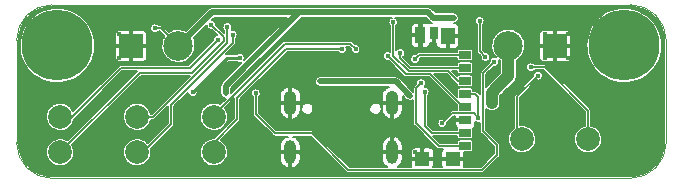
<source format=gbl>
G04 #@! TF.GenerationSoftware,KiCad,Pcbnew,(6.0.0)*
G04 #@! TF.CreationDate,2022-02-03T13:29:45+01:00*
G04 #@! TF.ProjectId,MinCab,4d696e43-6162-42e6-9b69-6361645f7063,rev?*
G04 #@! TF.SameCoordinates,Original*
G04 #@! TF.FileFunction,Copper,L2,Bot*
G04 #@! TF.FilePolarity,Positive*
%FSLAX46Y46*%
G04 Gerber Fmt 4.6, Leading zero omitted, Abs format (unit mm)*
G04 Created by KiCad (PCBNEW (6.0.0)) date 2022-02-03 13:29:45*
%MOMM*%
%LPD*%
G01*
G04 APERTURE LIST*
G04 #@! TA.AperFunction,Profile*
%ADD10C,0.050000*%
G04 #@! TD*
G04 #@! TA.AperFunction,ComponentPad*
%ADD11C,6.000000*%
G04 #@! TD*
G04 #@! TA.AperFunction,ComponentPad*
%ADD12O,1.050000X2.100000*%
G04 #@! TD*
G04 #@! TA.AperFunction,ComponentPad*
%ADD13O,1.000000X2.000000*%
G04 #@! TD*
G04 #@! TA.AperFunction,SMDPad,CuDef*
%ADD14R,2.000000X2.000000*%
G04 #@! TD*
G04 #@! TA.AperFunction,SMDPad,CuDef*
%ADD15C,2.000000*%
G04 #@! TD*
G04 #@! TA.AperFunction,SMDPad,CuDef*
%ADD16C,2.500000*%
G04 #@! TD*
G04 #@! TA.AperFunction,SMDPad,CuDef*
%ADD17R,1.200000X1.150000*%
G04 #@! TD*
G04 #@! TA.AperFunction,SMDPad,CuDef*
%ADD18R,1.200000X1.450000*%
G04 #@! TD*
G04 #@! TA.AperFunction,SMDPad,CuDef*
%ADD19R,0.700000X1.000000*%
G04 #@! TD*
G04 #@! TA.AperFunction,SMDPad,CuDef*
%ADD20R,0.900000X1.400000*%
G04 #@! TD*
G04 #@! TA.AperFunction,SMDPad,CuDef*
%ADD21R,1.000000X0.700000*%
G04 #@! TD*
G04 #@! TA.AperFunction,ViaPad*
%ADD22C,0.450000*%
G04 #@! TD*
G04 #@! TA.AperFunction,Conductor*
%ADD23C,0.500000*%
G04 #@! TD*
G04 #@! TA.AperFunction,Conductor*
%ADD24C,0.230000*%
G04 #@! TD*
G04 #@! TA.AperFunction,Conductor*
%ADD25C,0.130000*%
G04 #@! TD*
G04 #@! TA.AperFunction,Conductor*
%ADD26C,1.000000*%
G04 #@! TD*
G04 #@! TA.AperFunction,Conductor*
%ADD27C,0.127000*%
G04 #@! TD*
G04 APERTURE END LIST*
D10*
X117300000Y-91200000D02*
G75*
G03*
X120300000Y-94200000I3000001J1D01*
G01*
X172300000Y-82500000D02*
X172300000Y-91200000D01*
X169300000Y-94200000D02*
X120300000Y-94200000D01*
X172300000Y-82500000D02*
G75*
G03*
X169300000Y-79500000I-3000001J-1D01*
G01*
X169300000Y-94200000D02*
G75*
G03*
X172300000Y-91200000I-1J3000001D01*
G01*
X120300000Y-79500000D02*
X169300000Y-79500000D01*
X120300000Y-79500000D02*
G75*
G03*
X117300000Y-82500000I1J-3000001D01*
G01*
X117300000Y-82500000D02*
X117300000Y-91200000D01*
D11*
X120750000Y-82950000D03*
X168750000Y-82950000D03*
D12*
X140480000Y-87820000D03*
D13*
X140480000Y-92000000D03*
X149120000Y-92000000D03*
D12*
X149120000Y-87820000D03*
D14*
X127000000Y-83000000D03*
D15*
X134000000Y-92000000D03*
X134000000Y-89000000D03*
X121000000Y-89000000D03*
X165700000Y-90900000D03*
D16*
X131000000Y-83000000D03*
D15*
X127500000Y-92000000D03*
D17*
X154240000Y-92525000D03*
X151650000Y-92525000D03*
D18*
X153800000Y-82125000D03*
D19*
X152650000Y-81900000D03*
D20*
X151500000Y-82100000D03*
D21*
X155290000Y-83750000D03*
X155290000Y-84850000D03*
X155290000Y-85950000D03*
X155290000Y-87050000D03*
X155290000Y-88150000D03*
X155290000Y-89250000D03*
X155290000Y-90350000D03*
X155290000Y-91450000D03*
D14*
X162910000Y-83000000D03*
D15*
X160100000Y-90900000D03*
X121000000Y-92000000D03*
D16*
X158940000Y-82980000D03*
D15*
X127500000Y-89000000D03*
D22*
X154300000Y-80600000D03*
X126000000Y-92000000D03*
X132200000Y-86900000D03*
X136200000Y-84000000D03*
X119000000Y-89000000D03*
X166000000Y-80000000D03*
X160000000Y-80000000D03*
X154000000Y-93000000D03*
X136000000Y-92000000D03*
X118000000Y-88000000D03*
X139000000Y-91000000D03*
X163000000Y-87000000D03*
X140000000Y-86000000D03*
X137000000Y-91000000D03*
X144000000Y-89000000D03*
X171000000Y-91000000D03*
X163000000Y-91000000D03*
X126000000Y-82000000D03*
X137000000Y-89000000D03*
X138000000Y-88000000D03*
X164000000Y-84000000D03*
X171000000Y-89000000D03*
X143000000Y-92000000D03*
X131000000Y-93000000D03*
X162000000Y-80000000D03*
X151600000Y-81000000D03*
X165000000Y-85000000D03*
X150000000Y-91000000D03*
X163000000Y-83000000D03*
X168000000Y-88000000D03*
X142000000Y-86000000D03*
X125000000Y-85000000D03*
X168000000Y-90000000D03*
X155500000Y-80800000D03*
X153000000Y-92000000D03*
X157000000Y-92000000D03*
X125000000Y-81000000D03*
X145000000Y-81000000D03*
X164000000Y-90000000D03*
X169000000Y-87000000D03*
X167000000Y-93000000D03*
X163000000Y-85000000D03*
X126000000Y-86000000D03*
X169000000Y-89000000D03*
X165000000Y-93000000D03*
X131000000Y-91000000D03*
X162000000Y-84000000D03*
X165000000Y-81000000D03*
X170000000Y-88000000D03*
X162000000Y-92000000D03*
X157750000Y-85250000D03*
X138000000Y-90000000D03*
X132000000Y-90000000D03*
X130000000Y-80000000D03*
X132000000Y-80000000D03*
X162000000Y-90000000D03*
X147700000Y-84000000D03*
X118000000Y-86000000D03*
X146000000Y-93000000D03*
X127000000Y-87000000D03*
X119000000Y-91000000D03*
X136950000Y-82700000D03*
X158000000Y-80000000D03*
X150000000Y-93000000D03*
X146400000Y-81000000D03*
X167000000Y-89000000D03*
X159000000Y-81000000D03*
X147000000Y-92000000D03*
X126000000Y-84000000D03*
X123000000Y-87000000D03*
X170000000Y-90000000D03*
X169000000Y-93000000D03*
X161000000Y-87000000D03*
X171000000Y-87000000D03*
X133000000Y-87000000D03*
X143850000Y-84270000D03*
X143600000Y-81000000D03*
X130000000Y-86000000D03*
X132000000Y-92000000D03*
X131000000Y-81000000D03*
X126000000Y-80000000D03*
X161000000Y-83000000D03*
X148000000Y-91000000D03*
X126000000Y-90000000D03*
X163000000Y-93000000D03*
X129000000Y-87000000D03*
X145000000Y-90000000D03*
X145000000Y-92000000D03*
X124000000Y-80000000D03*
X121000000Y-87000000D03*
X131000000Y-89000000D03*
X144000000Y-91000000D03*
X124000000Y-86000000D03*
X152000000Y-93000000D03*
X133000000Y-93000000D03*
X135000000Y-93000000D03*
X144000000Y-93000000D03*
X158000000Y-90000000D03*
X128000000Y-80000000D03*
X139000000Y-89000000D03*
X127000000Y-81000000D03*
X123000000Y-91000000D03*
X156000000Y-93000000D03*
X125000000Y-83000000D03*
X168000000Y-92000000D03*
X166000000Y-86000000D03*
X137000000Y-93000000D03*
X151000000Y-92000000D03*
X143000000Y-90000000D03*
X142000000Y-93000000D03*
X162000000Y-82000000D03*
X169000000Y-91000000D03*
X163000000Y-81000000D03*
X150400000Y-81000000D03*
X118000000Y-92000000D03*
X164000000Y-82000000D03*
X146000000Y-89000000D03*
X138000000Y-92000000D03*
X164000000Y-92000000D03*
X161000000Y-81000000D03*
X139000000Y-93000000D03*
X161000000Y-93000000D03*
X142000000Y-91000000D03*
X164000000Y-80000000D03*
X165000000Y-83000000D03*
X119000000Y-87000000D03*
X123000000Y-89000000D03*
X123000000Y-93000000D03*
X118000000Y-90000000D03*
X136000000Y-90000000D03*
X170000000Y-92000000D03*
X148000000Y-93000000D03*
X167000000Y-87000000D03*
X146000000Y-91000000D03*
X119000000Y-93000000D03*
X160100000Y-85200000D03*
X135000000Y-91000000D03*
X156400000Y-89100000D03*
X153350000Y-89550000D03*
X157750000Y-84350000D03*
X137550000Y-87000000D03*
X157000000Y-83930500D03*
X156500000Y-80850000D03*
X149800000Y-83600000D03*
X151052236Y-84103267D03*
X151550000Y-86150000D03*
X151850000Y-86850000D03*
X149200000Y-81000000D03*
X148750000Y-83850000D03*
X135150000Y-81400000D03*
X144834086Y-83260543D03*
X145999474Y-83250496D03*
X133800000Y-81204500D03*
X161450000Y-85500000D03*
X160850000Y-84800000D03*
X135600000Y-82025000D03*
X134350000Y-82450000D03*
X143000000Y-86000000D03*
X157550000Y-87800000D03*
X150600000Y-87200000D03*
X157550000Y-86950000D03*
X129000000Y-81500000D03*
X152600000Y-80600000D03*
X135000000Y-87000000D03*
D23*
X152600000Y-80600000D02*
X154300000Y-80600000D01*
D24*
X136200000Y-84000000D02*
X135100000Y-84000000D01*
X135100000Y-84000000D02*
X132200000Y-86900000D01*
D25*
X156400000Y-87300000D02*
X156150000Y-87050000D01*
X156150000Y-87050000D02*
X155290000Y-87050000D01*
X156400000Y-89100000D02*
X156400000Y-87300000D01*
X154194511Y-88705489D02*
X156005489Y-88705489D01*
X156005489Y-88705489D02*
X156400000Y-89100000D01*
X153350000Y-89550000D02*
X154194511Y-88705489D01*
X156700000Y-93500000D02*
X158000000Y-92200000D01*
X137550000Y-87000000D02*
X137550000Y-88753361D01*
X156819511Y-90219511D02*
X156819511Y-85280489D01*
X145400000Y-93500000D02*
X156700000Y-93500000D01*
X158000000Y-91400000D02*
X156819511Y-90219511D01*
X158000000Y-92200000D02*
X158000000Y-91400000D01*
X139196639Y-90400000D02*
X142300000Y-90400000D01*
X137550000Y-88753361D02*
X139196639Y-90400000D01*
X156819511Y-85280489D02*
X157750000Y-84350000D01*
X142300000Y-90400000D02*
X145400000Y-93500000D01*
X157000000Y-83930500D02*
X156500000Y-83430500D01*
X156500000Y-83430500D02*
X156500000Y-80850000D01*
X150600000Y-84850000D02*
X155290000Y-84850000D01*
X149800000Y-84050000D02*
X150600000Y-84850000D01*
X149800000Y-83600000D02*
X149800000Y-84050000D01*
X151450000Y-83750000D02*
X151405503Y-83750000D01*
X151405503Y-83750000D02*
X151052236Y-84103267D01*
X155290000Y-83750000D02*
X151450000Y-83750000D01*
X153050000Y-91450000D02*
X151150000Y-89550000D01*
X155290000Y-91450000D02*
X153050000Y-91450000D01*
X151150000Y-89550000D02*
X151150000Y-86550000D01*
X151150000Y-86550000D02*
X151550000Y-86150000D01*
X152450000Y-90350000D02*
X155290000Y-90350000D01*
X151850000Y-86850000D02*
X151850000Y-89750000D01*
X151850000Y-89750000D02*
X152450000Y-90350000D01*
X153809520Y-85109520D02*
X150492503Y-85109519D01*
X150492503Y-85109519D02*
X149200000Y-83817016D01*
X155290000Y-85950000D02*
X154650000Y-85950000D01*
X149200000Y-83817016D02*
X149200000Y-81000000D01*
X154650000Y-85950000D02*
X153809520Y-85109520D01*
X155100000Y-88150000D02*
X155290000Y-88150000D01*
X150269038Y-85369038D02*
X152319040Y-85369040D01*
X148750000Y-83850000D02*
X150269038Y-85369038D01*
X152319040Y-85369040D02*
X155100000Y-88150000D01*
X128850000Y-89000000D02*
X127500000Y-89000000D01*
X135150000Y-82700000D02*
X128850000Y-89000000D01*
X135150000Y-81400000D02*
X135150000Y-82700000D01*
X134000000Y-91200000D02*
X134000000Y-92000000D01*
X140139457Y-83260543D02*
X136000000Y-87400000D01*
X136000000Y-89200000D02*
X134000000Y-91200000D01*
X136000000Y-87400000D02*
X136000000Y-89200000D01*
X144834086Y-83260543D02*
X140139457Y-83260543D01*
X145999474Y-83250496D02*
X145548978Y-82800000D01*
X140000000Y-82800000D02*
X134000000Y-88800000D01*
X145548978Y-82800000D02*
X140000000Y-82800000D01*
X134000000Y-88800000D02*
X134000000Y-89000000D01*
X134850000Y-82550000D02*
X132139980Y-85260020D01*
X127739980Y-85260020D02*
X121000000Y-92000000D01*
X133800000Y-81204500D02*
X134850000Y-82254500D01*
X132139980Y-85260020D02*
X127739980Y-85260020D01*
X134850000Y-82254500D02*
X134850000Y-82550000D01*
X161450000Y-85500000D02*
X159700000Y-87250000D01*
X159700000Y-87250000D02*
X159700000Y-90500000D01*
X159700000Y-90500000D02*
X160100000Y-90900000D01*
X162000000Y-84800000D02*
X165700000Y-88500000D01*
X165700000Y-88500000D02*
X165700000Y-90900000D01*
X160850000Y-84800000D02*
X162000000Y-84800000D01*
X130400000Y-89600000D02*
X128000000Y-92000000D01*
X130400000Y-87950000D02*
X130400000Y-89600000D01*
X135600000Y-82025000D02*
X135600000Y-82750000D01*
X135600000Y-82750000D02*
X130400000Y-87950000D01*
X121000000Y-89000000D02*
X122000000Y-89000000D01*
X131950000Y-84850000D02*
X134350000Y-82450000D01*
X126150000Y-84850000D02*
X131950000Y-84850000D01*
X122000000Y-89000000D02*
X126150000Y-84850000D01*
D26*
X157550000Y-86950000D02*
X157550000Y-87800000D01*
D23*
X150600000Y-87200000D02*
X149400000Y-86000000D01*
D26*
X158000000Y-86500000D02*
X157550000Y-86950000D01*
X158940000Y-85570000D02*
X158940000Y-82980000D01*
X158010000Y-86500000D02*
X158940000Y-85570000D01*
X158010000Y-86500000D02*
X158000000Y-86500000D01*
D23*
X149400000Y-86000000D02*
X143000000Y-86000000D01*
X135000000Y-87000000D02*
X135000000Y-86400000D01*
D25*
X129500000Y-81500000D02*
X131000000Y-83000000D01*
D23*
X152150000Y-80150000D02*
X152600000Y-80600000D01*
X141250000Y-80150000D02*
X152150000Y-80150000D01*
X142250000Y-80150000D02*
X133850000Y-80150000D01*
D25*
X129000000Y-81500000D02*
X129500000Y-81500000D01*
D23*
X135000000Y-86400000D02*
X141250000Y-80150000D01*
X133850000Y-80150000D02*
X131000000Y-83000000D01*
D27*
X169283824Y-79691850D02*
X169316177Y-79691850D01*
X169320321Y-79690740D01*
X169614667Y-79707270D01*
X169925377Y-79760062D01*
X170228217Y-79847308D01*
X170519390Y-79967917D01*
X170795216Y-80120361D01*
X171052261Y-80302743D01*
X171287253Y-80512747D01*
X171497257Y-80747739D01*
X171679639Y-81004784D01*
X171832083Y-81280610D01*
X171952692Y-81571783D01*
X172039938Y-81874623D01*
X172092730Y-82185333D01*
X172109260Y-82479679D01*
X172108150Y-82483823D01*
X172108150Y-82516176D01*
X172110500Y-82524947D01*
X172110500Y-91175053D01*
X172108150Y-91183824D01*
X172108150Y-91216177D01*
X172109260Y-91220321D01*
X172092730Y-91514667D01*
X172039938Y-91825377D01*
X171952692Y-92128217D01*
X171832083Y-92419390D01*
X171679639Y-92695216D01*
X171497257Y-92952261D01*
X171287253Y-93187253D01*
X171052261Y-93397257D01*
X170795216Y-93579639D01*
X170519390Y-93732083D01*
X170228217Y-93852692D01*
X169925377Y-93939938D01*
X169614667Y-93992730D01*
X169320321Y-94009260D01*
X169316177Y-94008150D01*
X169283824Y-94008150D01*
X169275053Y-94010500D01*
X120324947Y-94010500D01*
X120316176Y-94008150D01*
X120283823Y-94008150D01*
X120279679Y-94009260D01*
X119985333Y-93992730D01*
X119674623Y-93939938D01*
X119371783Y-93852692D01*
X119080610Y-93732083D01*
X118804784Y-93579639D01*
X118547739Y-93397257D01*
X118312747Y-93187253D01*
X118102743Y-92952261D01*
X117920361Y-92695216D01*
X117767917Y-92419390D01*
X117647308Y-92128217D01*
X117602985Y-91974368D01*
X119802680Y-91974368D01*
X119816269Y-92181695D01*
X119818058Y-92192992D01*
X119869202Y-92394370D01*
X119873020Y-92405151D01*
X119960005Y-92593837D01*
X119965724Y-92603742D01*
X120085638Y-92773417D01*
X120093066Y-92782115D01*
X120241893Y-92927096D01*
X120250782Y-92934294D01*
X120423538Y-93049726D01*
X120433590Y-93055184D01*
X120624489Y-93137200D01*
X120635366Y-93140734D01*
X120838014Y-93186589D01*
X120849354Y-93188082D01*
X121056965Y-93196239D01*
X121068387Y-93195640D01*
X121274009Y-93165826D01*
X121285131Y-93163156D01*
X121481876Y-93096370D01*
X121492325Y-93091718D01*
X121673604Y-92990197D01*
X121683030Y-92983719D01*
X121842774Y-92850862D01*
X121850862Y-92842774D01*
X121983719Y-92683030D01*
X121990197Y-92673604D01*
X122091718Y-92492325D01*
X122096370Y-92481876D01*
X122163156Y-92285131D01*
X122165826Y-92274009D01*
X122195640Y-92068387D01*
X122196266Y-92061055D01*
X122197822Y-92001636D01*
X122197581Y-91994281D01*
X122178570Y-91787381D01*
X122176485Y-91776135D01*
X122120087Y-91576164D01*
X122115989Y-91565486D01*
X122024094Y-91379142D01*
X122018117Y-91369390D01*
X122008438Y-91356429D01*
X127846846Y-85518020D01*
X131967114Y-85518020D01*
X128743134Y-88742000D01*
X128666858Y-88742000D01*
X128620087Y-88576164D01*
X128615989Y-88565486D01*
X128524094Y-88379142D01*
X128518117Y-88369390D01*
X128393802Y-88202912D01*
X128386149Y-88194412D01*
X128233578Y-88053377D01*
X128224504Y-88046414D01*
X128048786Y-87935544D01*
X128038595Y-87930351D01*
X127845615Y-87853360D01*
X127834648Y-87850112D01*
X127630869Y-87809578D01*
X127619494Y-87808382D01*
X127411740Y-87805662D01*
X127400338Y-87806560D01*
X127195568Y-87841746D01*
X127184520Y-87844706D01*
X126989590Y-87916619D01*
X126979266Y-87921543D01*
X126800706Y-88027775D01*
X126791453Y-88034498D01*
X126635242Y-88171491D01*
X126627369Y-88179788D01*
X126498739Y-88342955D01*
X126492509Y-88352547D01*
X126395768Y-88536422D01*
X126391391Y-88546989D01*
X126329778Y-88745415D01*
X126327400Y-88756603D01*
X126302979Y-88962934D01*
X126302680Y-88974368D01*
X126316269Y-89181695D01*
X126318058Y-89192992D01*
X126369202Y-89394370D01*
X126373020Y-89405151D01*
X126460005Y-89593837D01*
X126465724Y-89603742D01*
X126585638Y-89773417D01*
X126593066Y-89782115D01*
X126741893Y-89927096D01*
X126750782Y-89934294D01*
X126923538Y-90049726D01*
X126933590Y-90055184D01*
X127124489Y-90137200D01*
X127135366Y-90140734D01*
X127338014Y-90186589D01*
X127349354Y-90188082D01*
X127556965Y-90196239D01*
X127568387Y-90195640D01*
X127774009Y-90165826D01*
X127785131Y-90163156D01*
X127981876Y-90096370D01*
X127992325Y-90091718D01*
X128173604Y-89990197D01*
X128183030Y-89983719D01*
X128342774Y-89850862D01*
X128350862Y-89842774D01*
X128483719Y-89683030D01*
X128490197Y-89673604D01*
X128591718Y-89492325D01*
X128596370Y-89481876D01*
X128663156Y-89285131D01*
X128665826Y-89274009D01*
X128668147Y-89258000D01*
X128805999Y-89258000D01*
X128806591Y-89258208D01*
X128834213Y-89261356D01*
X128864370Y-89258000D01*
X128872042Y-89258000D01*
X128885941Y-89256435D01*
X128893092Y-89254804D01*
X128922860Y-89251491D01*
X128949114Y-89242347D01*
X128949925Y-89241839D01*
X128950860Y-89241626D01*
X128975911Y-89229570D01*
X128999327Y-89210911D01*
X129005698Y-89206922D01*
X129016725Y-89198142D01*
X129022117Y-89192750D01*
X129045667Y-89173984D01*
X129063010Y-89152259D01*
X129063385Y-89151482D01*
X130142000Y-88072867D01*
X130142000Y-89493133D01*
X128410227Y-91224907D01*
X128393802Y-91202912D01*
X128386149Y-91194412D01*
X128233578Y-91053377D01*
X128224504Y-91046414D01*
X128048786Y-90935544D01*
X128038595Y-90930351D01*
X127845615Y-90853360D01*
X127834648Y-90850112D01*
X127630869Y-90809578D01*
X127619494Y-90808382D01*
X127411740Y-90805662D01*
X127400338Y-90806560D01*
X127195568Y-90841746D01*
X127184520Y-90844706D01*
X126989590Y-90916619D01*
X126979266Y-90921543D01*
X126800706Y-91027775D01*
X126791453Y-91034498D01*
X126635242Y-91171491D01*
X126627369Y-91179788D01*
X126498739Y-91342955D01*
X126492509Y-91352547D01*
X126395768Y-91536422D01*
X126391391Y-91546989D01*
X126329778Y-91745415D01*
X126327400Y-91756603D01*
X126302979Y-91962934D01*
X126302680Y-91974368D01*
X126316269Y-92181695D01*
X126318058Y-92192992D01*
X126369202Y-92394370D01*
X126373020Y-92405151D01*
X126460005Y-92593837D01*
X126465724Y-92603742D01*
X126585638Y-92773417D01*
X126593066Y-92782115D01*
X126741893Y-92927096D01*
X126750782Y-92934294D01*
X126923538Y-93049726D01*
X126933590Y-93055184D01*
X127124489Y-93137200D01*
X127135366Y-93140734D01*
X127338014Y-93186589D01*
X127349354Y-93188082D01*
X127556965Y-93196239D01*
X127568387Y-93195640D01*
X127774009Y-93165826D01*
X127785131Y-93163156D01*
X127981876Y-93096370D01*
X127992325Y-93091718D01*
X128173604Y-92990197D01*
X128183030Y-92983719D01*
X128342774Y-92850862D01*
X128350862Y-92842774D01*
X128483719Y-92683030D01*
X128490197Y-92673604D01*
X128591718Y-92492325D01*
X128596370Y-92481876D01*
X128663156Y-92285131D01*
X128665826Y-92274009D01*
X128695640Y-92068387D01*
X128696266Y-92061055D01*
X128697822Y-92001636D01*
X128697581Y-91994281D01*
X128678570Y-91787381D01*
X128676485Y-91776135D01*
X128657180Y-91707687D01*
X130551318Y-89813549D01*
X130551887Y-89813276D01*
X130573643Y-89795970D01*
X130592593Y-89772274D01*
X130598020Y-89766847D01*
X130606740Y-89755915D01*
X130610647Y-89749699D01*
X130629351Y-89726310D01*
X130641449Y-89701284D01*
X130641664Y-89700350D01*
X130642176Y-89699535D01*
X130651363Y-89673298D01*
X130654727Y-89643542D01*
X130656410Y-89636223D01*
X130658000Y-89622215D01*
X130658000Y-89614591D01*
X130661383Y-89584668D01*
X130658284Y-89557041D01*
X130658000Y-89556228D01*
X130658000Y-88056867D01*
X131781996Y-86932871D01*
X131795954Y-87021002D01*
X131801997Y-87039600D01*
X131853122Y-87139937D01*
X131864616Y-87155756D01*
X131944244Y-87235384D01*
X131960063Y-87246878D01*
X132060400Y-87298003D01*
X132078998Y-87304046D01*
X132190223Y-87321662D01*
X132209777Y-87321662D01*
X132321002Y-87304046D01*
X132339600Y-87298003D01*
X132439937Y-87246878D01*
X132455756Y-87235384D01*
X132535384Y-87155756D01*
X132546878Y-87139937D01*
X132598003Y-87039600D01*
X132604046Y-87021002D01*
X132620883Y-86914694D01*
X135227577Y-84308000D01*
X135916860Y-84308000D01*
X135944244Y-84335384D01*
X135960063Y-84346878D01*
X136060400Y-84398003D01*
X136078998Y-84404046D01*
X136190223Y-84421662D01*
X136209777Y-84421662D01*
X136321002Y-84404046D01*
X136339600Y-84398003D01*
X136412798Y-84360706D01*
X134720181Y-86053323D01*
X134706475Y-86062173D01*
X134691296Y-86075986D01*
X134668122Y-86105382D01*
X134664402Y-86109102D01*
X134657745Y-86116959D01*
X134645632Y-86133910D01*
X134612873Y-86175464D01*
X134602985Y-86193451D01*
X134602891Y-86193718D01*
X134602726Y-86193949D01*
X134593696Y-86212381D01*
X134578544Y-86263047D01*
X134561013Y-86312967D01*
X134557716Y-86328283D01*
X134557233Y-86333860D01*
X134557153Y-86335706D01*
X134554829Y-86354106D01*
X134557000Y-86409363D01*
X134557000Y-87031608D01*
X134557848Y-87041870D01*
X134573385Y-87135217D01*
X134580033Y-87154634D01*
X134640185Y-87266115D01*
X134652764Y-87282331D01*
X134745783Y-87368317D01*
X134762936Y-87379585D01*
X134878793Y-87430805D01*
X134898672Y-87435909D01*
X134991210Y-87443924D01*
X134514426Y-87920708D01*
X134345615Y-87853360D01*
X134334648Y-87850112D01*
X134130869Y-87809578D01*
X134119494Y-87808382D01*
X133911740Y-87805662D01*
X133900338Y-87806560D01*
X133695568Y-87841746D01*
X133684520Y-87844706D01*
X133489590Y-87916619D01*
X133479266Y-87921543D01*
X133300706Y-88027775D01*
X133291453Y-88034498D01*
X133135242Y-88171491D01*
X133127369Y-88179788D01*
X132998739Y-88342955D01*
X132992509Y-88352547D01*
X132895768Y-88536422D01*
X132891391Y-88546989D01*
X132829778Y-88745415D01*
X132827400Y-88756603D01*
X132802979Y-88962934D01*
X132802680Y-88974368D01*
X132816269Y-89181695D01*
X132818058Y-89192992D01*
X132869202Y-89394370D01*
X132873020Y-89405151D01*
X132960005Y-89593837D01*
X132965724Y-89603742D01*
X133085638Y-89773417D01*
X133093066Y-89782115D01*
X133241893Y-89927096D01*
X133250782Y-89934294D01*
X133423538Y-90049726D01*
X133433590Y-90055184D01*
X133624489Y-90137200D01*
X133635366Y-90140734D01*
X133838014Y-90186589D01*
X133849354Y-90188082D01*
X134056965Y-90196239D01*
X134068387Y-90195640D01*
X134274009Y-90165826D01*
X134285131Y-90163156D01*
X134481876Y-90096370D01*
X134492325Y-90091718D01*
X134673604Y-89990197D01*
X134683030Y-89983719D01*
X134842774Y-89850862D01*
X134850862Y-89842774D01*
X134983719Y-89683030D01*
X134990197Y-89673604D01*
X135091718Y-89492325D01*
X135096370Y-89481876D01*
X135163156Y-89285131D01*
X135165826Y-89274009D01*
X135195640Y-89068387D01*
X135196266Y-89061055D01*
X135197822Y-89001636D01*
X135197581Y-88994281D01*
X135178570Y-88787381D01*
X135176485Y-88776135D01*
X135120087Y-88576164D01*
X135115989Y-88565486D01*
X135024094Y-88379142D01*
X135018117Y-88369390D01*
X134922938Y-88241929D01*
X135739719Y-87425148D01*
X135741716Y-87442958D01*
X135742000Y-87443771D01*
X135742000Y-89093133D01*
X134027950Y-90807184D01*
X133911740Y-90805662D01*
X133900338Y-90806560D01*
X133695568Y-90841746D01*
X133684520Y-90844706D01*
X133489590Y-90916619D01*
X133479266Y-90921543D01*
X133300706Y-91027775D01*
X133291453Y-91034498D01*
X133135242Y-91171491D01*
X133127369Y-91179788D01*
X132998739Y-91342955D01*
X132992509Y-91352547D01*
X132895768Y-91536422D01*
X132891391Y-91546989D01*
X132829778Y-91745415D01*
X132827400Y-91756603D01*
X132802979Y-91962934D01*
X132802680Y-91974368D01*
X132816269Y-92181695D01*
X132818058Y-92192992D01*
X132869202Y-92394370D01*
X132873020Y-92405151D01*
X132960005Y-92593837D01*
X132965724Y-92603742D01*
X133085638Y-92773417D01*
X133093066Y-92782115D01*
X133241893Y-92927096D01*
X133250782Y-92934294D01*
X133423538Y-93049726D01*
X133433590Y-93055184D01*
X133624489Y-93137200D01*
X133635366Y-93140734D01*
X133838014Y-93186589D01*
X133849354Y-93188082D01*
X134056965Y-93196239D01*
X134068387Y-93195640D01*
X134274009Y-93165826D01*
X134285131Y-93163156D01*
X134481876Y-93096370D01*
X134492325Y-93091718D01*
X134673604Y-92990197D01*
X134683030Y-92983719D01*
X134842774Y-92850862D01*
X134850862Y-92842774D01*
X134983719Y-92683030D01*
X134990197Y-92673604D01*
X135062146Y-92545129D01*
X139617500Y-92545129D01*
X139617889Y-92552096D01*
X139632833Y-92685327D01*
X139635921Y-92698914D01*
X139694946Y-92868410D01*
X139700966Y-92880976D01*
X139796075Y-93033182D01*
X139804730Y-93044102D01*
X139931197Y-93171455D01*
X139942056Y-93180185D01*
X140093595Y-93276355D01*
X140106118Y-93282464D01*
X140275197Y-93342670D01*
X140288762Y-93345851D01*
X140322599Y-93349886D01*
X140368650Y-93336942D01*
X140392060Y-93295227D01*
X140392449Y-93288686D01*
X140567500Y-93288686D01*
X140585806Y-93332880D01*
X140630000Y-93351186D01*
X140636532Y-93350844D01*
X140659407Y-93348440D01*
X140673017Y-93345448D01*
X140842921Y-93287608D01*
X140855528Y-93281675D01*
X141008395Y-93187631D01*
X141019375Y-93179052D01*
X141147607Y-93053477D01*
X141156413Y-93042680D01*
X141253639Y-92891816D01*
X141259835Y-92879335D01*
X141321220Y-92710680D01*
X141324496Y-92697137D01*
X141342007Y-92558525D01*
X141342500Y-92550692D01*
X141342500Y-92150000D01*
X141324194Y-92105806D01*
X141280000Y-92087500D01*
X140630000Y-92087500D01*
X140585806Y-92105806D01*
X140567500Y-92150000D01*
X140567500Y-93288686D01*
X140392449Y-93288686D01*
X140392500Y-93287826D01*
X140392500Y-92150000D01*
X140374194Y-92105806D01*
X140330000Y-92087500D01*
X139680000Y-92087500D01*
X139635806Y-92105806D01*
X139617500Y-92150000D01*
X139617500Y-92545129D01*
X135062146Y-92545129D01*
X135091718Y-92492325D01*
X135096370Y-92481876D01*
X135163156Y-92285131D01*
X135165826Y-92274009D01*
X135195640Y-92068387D01*
X135196266Y-92061055D01*
X135197822Y-92001636D01*
X135197581Y-91994281D01*
X135178570Y-91787381D01*
X135176485Y-91776135D01*
X135120087Y-91576164D01*
X135115989Y-91565486D01*
X135024094Y-91379142D01*
X135018117Y-91369390D01*
X134893802Y-91202912D01*
X134886149Y-91194412D01*
X134733578Y-91053377D01*
X134724504Y-91046414D01*
X134598166Y-90966701D01*
X136151316Y-89413550D01*
X136151887Y-89413276D01*
X136173643Y-89395970D01*
X136192597Y-89372269D01*
X136198019Y-89366847D01*
X136206741Y-89355911D01*
X136210642Y-89349705D01*
X136229350Y-89326311D01*
X136241450Y-89301281D01*
X136241665Y-89300346D01*
X136242174Y-89299536D01*
X136251362Y-89273298D01*
X136254725Y-89243551D01*
X136256410Y-89236223D01*
X136258000Y-89222215D01*
X136258000Y-89214583D01*
X136261382Y-89184668D01*
X136258284Y-89157042D01*
X136258000Y-89156229D01*
X136258000Y-87506867D01*
X140246323Y-83518543D01*
X144500946Y-83518543D01*
X144578330Y-83595927D01*
X144594149Y-83607421D01*
X144694486Y-83658546D01*
X144713084Y-83664589D01*
X144824309Y-83682205D01*
X144843863Y-83682205D01*
X144955088Y-83664589D01*
X144973686Y-83658546D01*
X145074023Y-83607421D01*
X145089842Y-83595927D01*
X145169470Y-83516299D01*
X145180964Y-83500480D01*
X145232089Y-83400143D01*
X145238132Y-83381545D01*
X145255748Y-83270320D01*
X145255748Y-83250766D01*
X145238132Y-83139541D01*
X145232089Y-83120943D01*
X145200017Y-83058000D01*
X145442111Y-83058000D01*
X145584241Y-83200130D01*
X145577812Y-83240719D01*
X145577812Y-83260273D01*
X145595428Y-83371498D01*
X145601471Y-83390096D01*
X145652596Y-83490433D01*
X145664090Y-83506252D01*
X145743718Y-83585880D01*
X145759537Y-83597374D01*
X145859874Y-83648499D01*
X145878472Y-83654542D01*
X145989697Y-83672158D01*
X146009251Y-83672158D01*
X146120476Y-83654542D01*
X146139074Y-83648499D01*
X146239411Y-83597374D01*
X146255230Y-83585880D01*
X146334858Y-83506252D01*
X146346352Y-83490433D01*
X146397477Y-83390096D01*
X146403520Y-83371498D01*
X146421136Y-83260273D01*
X146421136Y-83240719D01*
X146403520Y-83129494D01*
X146397477Y-83110896D01*
X146346352Y-83010559D01*
X146334858Y-82994740D01*
X146255230Y-82915112D01*
X146239411Y-82903618D01*
X146139074Y-82852493D01*
X146120476Y-82846450D01*
X146009251Y-82828834D01*
X145989697Y-82828834D01*
X145949107Y-82835263D01*
X145762528Y-82648684D01*
X145762254Y-82648113D01*
X145744948Y-82626357D01*
X145721247Y-82607403D01*
X145715825Y-82601981D01*
X145704891Y-82593259D01*
X145698675Y-82589352D01*
X145675289Y-82570650D01*
X145650262Y-82558551D01*
X145649328Y-82558336D01*
X145648513Y-82557824D01*
X145622275Y-82548636D01*
X145592519Y-82545273D01*
X145585203Y-82543590D01*
X145571193Y-82542000D01*
X145563563Y-82542000D01*
X145533645Y-82538618D01*
X145506020Y-82541716D01*
X145505207Y-82542000D01*
X140044001Y-82542000D01*
X140043409Y-82541792D01*
X140015787Y-82538644D01*
X139985630Y-82542000D01*
X139977958Y-82542000D01*
X139964059Y-82543565D01*
X139956908Y-82545196D01*
X139927140Y-82548509D01*
X139900886Y-82557653D01*
X139900075Y-82558161D01*
X139899140Y-82558374D01*
X139874089Y-82570430D01*
X139850666Y-82589095D01*
X139844301Y-82593080D01*
X139833275Y-82601859D01*
X139827888Y-82607246D01*
X139804333Y-82626016D01*
X139786989Y-82647743D01*
X139786614Y-82648520D01*
X135443000Y-86992134D01*
X135443000Y-86583497D01*
X141433497Y-80593000D01*
X149097649Y-80593000D01*
X149078998Y-80595954D01*
X149060400Y-80601997D01*
X148960063Y-80653122D01*
X148944244Y-80664616D01*
X148864616Y-80744244D01*
X148853122Y-80760063D01*
X148801997Y-80860400D01*
X148795954Y-80878998D01*
X148778338Y-80990223D01*
X148778338Y-81009777D01*
X148795954Y-81121002D01*
X148801997Y-81139600D01*
X148853122Y-81239937D01*
X148864616Y-81255756D01*
X148942000Y-81333140D01*
X148942000Y-83478697D01*
X148889600Y-83451997D01*
X148871002Y-83445954D01*
X148759777Y-83428338D01*
X148740223Y-83428338D01*
X148628998Y-83445954D01*
X148610400Y-83451997D01*
X148510063Y-83503122D01*
X148494244Y-83514616D01*
X148414616Y-83594244D01*
X148403122Y-83610063D01*
X148351997Y-83710400D01*
X148345954Y-83728998D01*
X148328338Y-83840223D01*
X148328338Y-83859777D01*
X148345954Y-83971002D01*
X148351997Y-83989600D01*
X148403122Y-84089937D01*
X148414616Y-84105756D01*
X148494244Y-84185384D01*
X148510063Y-84196878D01*
X148610400Y-84248003D01*
X148628998Y-84254046D01*
X148740223Y-84271662D01*
X148759777Y-84271662D01*
X148800366Y-84265233D01*
X150055488Y-85520354D01*
X150055762Y-85520925D01*
X150073068Y-85542681D01*
X150096769Y-85561635D01*
X150102191Y-85567057D01*
X150113127Y-85575779D01*
X150119333Y-85579680D01*
X150142727Y-85598388D01*
X150167757Y-85610488D01*
X150168692Y-85610703D01*
X150169502Y-85611212D01*
X150195740Y-85620400D01*
X150225487Y-85623763D01*
X150232815Y-85625448D01*
X150246823Y-85627038D01*
X150254456Y-85627038D01*
X150284370Y-85630420D01*
X150311996Y-85627322D01*
X150312809Y-85627038D01*
X152212173Y-85627040D01*
X154597000Y-88011867D01*
X154597001Y-88447489D01*
X154238512Y-88447489D01*
X154237920Y-88447281D01*
X154210298Y-88444133D01*
X154180141Y-88447489D01*
X154172469Y-88447489D01*
X154158570Y-88449054D01*
X154151419Y-88450685D01*
X154121651Y-88453998D01*
X154095397Y-88463142D01*
X154094586Y-88463650D01*
X154093651Y-88463863D01*
X154068600Y-88475919D01*
X154045184Y-88494578D01*
X154038813Y-88498567D01*
X154027786Y-88507347D01*
X154022395Y-88512738D01*
X153998844Y-88531505D01*
X153981501Y-88553230D01*
X153981126Y-88554007D01*
X153400367Y-89134767D01*
X153359777Y-89128338D01*
X153340223Y-89128338D01*
X153228998Y-89145954D01*
X153210400Y-89151997D01*
X153110063Y-89203122D01*
X153094244Y-89214616D01*
X153014616Y-89294244D01*
X153003122Y-89310063D01*
X152951997Y-89410400D01*
X152945954Y-89428998D01*
X152928338Y-89540223D01*
X152928338Y-89559777D01*
X152945954Y-89671002D01*
X152951997Y-89689600D01*
X153003122Y-89789937D01*
X153014616Y-89805756D01*
X153094244Y-89885384D01*
X153110063Y-89896878D01*
X153210400Y-89948003D01*
X153228998Y-89954046D01*
X153340223Y-89971662D01*
X153359777Y-89971662D01*
X153471002Y-89954046D01*
X153489600Y-89948003D01*
X153589937Y-89896878D01*
X153605756Y-89885384D01*
X153685384Y-89805756D01*
X153696878Y-89789937D01*
X153748003Y-89689600D01*
X153754046Y-89671002D01*
X153771662Y-89559777D01*
X153771662Y-89540223D01*
X153765233Y-89499634D01*
X154301377Y-88963489D01*
X154427500Y-88963489D01*
X154427500Y-89100000D01*
X154445806Y-89144194D01*
X154490000Y-89162500D01*
X155377500Y-89162500D01*
X155377500Y-89337500D01*
X154490000Y-89337500D01*
X154445806Y-89355806D01*
X154427500Y-89400000D01*
X154427500Y-89644574D01*
X154427938Y-89651958D01*
X154431050Y-89678113D01*
X154435993Y-89696100D01*
X154481360Y-89798236D01*
X154494323Y-89817098D01*
X154573418Y-89896055D01*
X154592302Y-89908985D01*
X154613456Y-89918337D01*
X154605772Y-89936888D01*
X154598201Y-89974952D01*
X154597000Y-89987145D01*
X154597000Y-90092000D01*
X152556867Y-90092000D01*
X152108000Y-89643134D01*
X152108000Y-87183140D01*
X152185384Y-87105756D01*
X152196878Y-87089937D01*
X152248003Y-86989600D01*
X152254046Y-86971002D01*
X152271662Y-86859777D01*
X152271662Y-86840223D01*
X152254046Y-86728998D01*
X152248003Y-86710400D01*
X152196878Y-86610063D01*
X152185384Y-86594244D01*
X152105756Y-86514616D01*
X152089937Y-86503122D01*
X151989600Y-86451997D01*
X151971002Y-86445954D01*
X151862388Y-86428752D01*
X151885384Y-86405756D01*
X151896878Y-86389937D01*
X151948003Y-86289600D01*
X151954046Y-86271002D01*
X151971662Y-86159777D01*
X151971662Y-86140223D01*
X151954046Y-86028998D01*
X151948003Y-86010400D01*
X151896878Y-85910063D01*
X151885384Y-85894244D01*
X151805756Y-85814616D01*
X151789937Y-85803122D01*
X151689600Y-85751997D01*
X151671002Y-85745954D01*
X151559777Y-85728338D01*
X151540223Y-85728338D01*
X151428998Y-85745954D01*
X151410400Y-85751997D01*
X151310063Y-85803122D01*
X151294244Y-85814616D01*
X151214616Y-85894244D01*
X151203122Y-85910063D01*
X151151997Y-86010400D01*
X151145954Y-86028998D01*
X151128338Y-86140223D01*
X151128338Y-86159777D01*
X151134767Y-86200367D01*
X150998684Y-86336450D01*
X150998113Y-86336724D01*
X150976357Y-86354030D01*
X150957403Y-86377731D01*
X150951981Y-86383153D01*
X150943259Y-86394087D01*
X150939352Y-86400303D01*
X150920650Y-86423689D01*
X150908551Y-86448716D01*
X150908336Y-86449650D01*
X150907824Y-86450465D01*
X150898636Y-86476703D01*
X150895273Y-86506459D01*
X150893590Y-86513775D01*
X150892000Y-86527785D01*
X150892000Y-86535415D01*
X150888618Y-86565333D01*
X150891716Y-86592958D01*
X150892000Y-86593771D01*
X150892000Y-86865503D01*
X149746676Y-85720180D01*
X149737827Y-85706475D01*
X149724014Y-85691296D01*
X149694618Y-85668122D01*
X149690898Y-85664402D01*
X149683041Y-85657745D01*
X149666090Y-85645632D01*
X149624536Y-85612873D01*
X149606549Y-85602985D01*
X149606282Y-85602891D01*
X149606051Y-85602726D01*
X149587619Y-85593696D01*
X149536953Y-85578544D01*
X149487033Y-85561013D01*
X149471717Y-85557716D01*
X149466140Y-85557233D01*
X149464294Y-85557153D01*
X149445894Y-85554829D01*
X149390637Y-85557000D01*
X142968392Y-85557000D01*
X142958130Y-85557848D01*
X142864783Y-85573385D01*
X142845366Y-85580033D01*
X142733885Y-85640185D01*
X142717669Y-85652764D01*
X142631683Y-85745783D01*
X142620415Y-85762936D01*
X142569195Y-85878793D01*
X142564091Y-85898672D01*
X142553161Y-86024873D01*
X142554771Y-86045333D01*
X142585309Y-86168271D01*
X142593460Y-86187107D01*
X142662173Y-86293525D01*
X142675986Y-86308704D01*
X142775465Y-86387127D01*
X142793449Y-86397014D01*
X142912967Y-86438986D01*
X142928283Y-86442284D01*
X142933860Y-86442767D01*
X142939253Y-86443000D01*
X148871081Y-86443000D01*
X148797909Y-86463155D01*
X148785357Y-86468125D01*
X148626796Y-86551725D01*
X148615604Y-86559274D01*
X148478694Y-86674972D01*
X148469384Y-86684748D01*
X148360512Y-86827147D01*
X148353519Y-86838694D01*
X148277765Y-87001149D01*
X148273414Y-87013929D01*
X148234312Y-87188862D01*
X148232904Y-87199007D01*
X148232597Y-87204498D01*
X148232500Y-87207987D01*
X148232500Y-87670000D01*
X148250806Y-87714194D01*
X148295000Y-87732500D01*
X149945000Y-87732500D01*
X149989194Y-87714194D01*
X150007500Y-87670000D01*
X150007500Y-87250217D01*
X150007134Y-87243467D01*
X150005935Y-87232431D01*
X150309102Y-87535598D01*
X150316958Y-87542255D01*
X150393951Y-87597275D01*
X150412381Y-87606304D01*
X150533743Y-87642599D01*
X150554105Y-87645171D01*
X150680681Y-87640198D01*
X150700778Y-87636036D01*
X150818919Y-87590331D01*
X150836584Y-87579884D01*
X150892000Y-87533302D01*
X150892000Y-89505999D01*
X150891792Y-89506591D01*
X150888644Y-89534213D01*
X150892000Y-89564370D01*
X150892000Y-89572042D01*
X150893565Y-89585941D01*
X150895196Y-89593092D01*
X150898509Y-89622860D01*
X150907653Y-89649114D01*
X150908161Y-89649925D01*
X150908374Y-89650860D01*
X150920430Y-89675911D01*
X150939089Y-89699327D01*
X150943078Y-89705698D01*
X150951858Y-89716725D01*
X150957250Y-89722117D01*
X150976016Y-89745667D01*
X150997741Y-89763010D01*
X150998518Y-89763385D01*
X152836451Y-91601318D01*
X152836724Y-91601887D01*
X152854030Y-91623643D01*
X152877726Y-91642593D01*
X152883153Y-91648020D01*
X152894085Y-91656740D01*
X152900301Y-91660647D01*
X152923690Y-91679351D01*
X152948716Y-91691449D01*
X152949650Y-91691664D01*
X152950465Y-91692176D01*
X152976703Y-91701364D01*
X153006459Y-91704727D01*
X153013775Y-91706410D01*
X153027785Y-91708000D01*
X153035415Y-91708000D01*
X153065333Y-91711382D01*
X153092958Y-91708284D01*
X153093771Y-91708000D01*
X153369319Y-91708000D01*
X153343945Y-91733418D01*
X153331015Y-91752303D01*
X153285826Y-91854519D01*
X153280910Y-91872552D01*
X153277921Y-91898188D01*
X153277500Y-91905426D01*
X153277500Y-92375000D01*
X153295806Y-92419194D01*
X153340000Y-92437500D01*
X155140000Y-92437500D01*
X155184194Y-92419194D01*
X155202500Y-92375000D01*
X155202500Y-91993000D01*
X155802854Y-91992999D01*
X155815045Y-91991799D01*
X155853110Y-91984229D01*
X155875642Y-91974896D01*
X155918809Y-91946053D01*
X155936053Y-91928809D01*
X155964896Y-91885642D01*
X155974228Y-91863112D01*
X155981799Y-91825048D01*
X155983000Y-91812855D01*
X155982999Y-91087146D01*
X155981799Y-91074955D01*
X155974229Y-91036890D01*
X155964896Y-91014358D01*
X155936053Y-90971191D01*
X155918809Y-90953947D01*
X155875642Y-90925104D01*
X155853112Y-90915772D01*
X155815048Y-90908201D01*
X155802855Y-90907000D01*
X154777146Y-90907001D01*
X154764955Y-90908201D01*
X154726890Y-90915771D01*
X154704358Y-90925104D01*
X154661191Y-90953947D01*
X154643947Y-90971191D01*
X154615104Y-91014358D01*
X154605772Y-91036888D01*
X154598201Y-91074952D01*
X154597000Y-91087145D01*
X154597000Y-91192000D01*
X153156867Y-91192000D01*
X152572867Y-90608000D01*
X154597001Y-90608000D01*
X154597001Y-90712854D01*
X154598201Y-90725045D01*
X154605771Y-90763110D01*
X154615104Y-90785642D01*
X154643947Y-90828809D01*
X154661191Y-90846053D01*
X154704358Y-90874896D01*
X154726888Y-90884228D01*
X154764952Y-90891799D01*
X154777145Y-90893000D01*
X155802854Y-90892999D01*
X155815045Y-90891799D01*
X155853110Y-90884229D01*
X155875642Y-90874896D01*
X155918809Y-90846053D01*
X155936053Y-90828809D01*
X155964896Y-90785642D01*
X155974228Y-90763112D01*
X155981799Y-90725048D01*
X155983000Y-90712855D01*
X155982999Y-89987146D01*
X155981799Y-89974955D01*
X155974229Y-89936890D01*
X155966522Y-89918285D01*
X155988236Y-89908640D01*
X156007098Y-89895677D01*
X156086055Y-89816582D01*
X156098985Y-89797697D01*
X156144174Y-89695481D01*
X156149090Y-89677448D01*
X156152079Y-89651812D01*
X156152500Y-89644574D01*
X156152500Y-89441383D01*
X156160063Y-89446878D01*
X156260400Y-89498003D01*
X156278998Y-89504046D01*
X156390223Y-89521662D01*
X156409777Y-89521662D01*
X156521002Y-89504046D01*
X156539600Y-89498003D01*
X156561511Y-89486839D01*
X156561511Y-90175510D01*
X156561303Y-90176102D01*
X156558155Y-90203724D01*
X156561511Y-90233881D01*
X156561511Y-90241553D01*
X156563076Y-90255452D01*
X156564707Y-90262603D01*
X156568020Y-90292371D01*
X156577164Y-90318625D01*
X156577672Y-90319436D01*
X156577885Y-90320371D01*
X156589941Y-90345422D01*
X156608600Y-90368838D01*
X156612589Y-90375209D01*
X156621369Y-90386236D01*
X156626761Y-90391628D01*
X156645527Y-90415178D01*
X156667252Y-90432521D01*
X156668029Y-90432896D01*
X157742000Y-91506867D01*
X157742000Y-92093133D01*
X156593134Y-93242000D01*
X155173608Y-93242000D01*
X155194174Y-93195481D01*
X155199090Y-93177448D01*
X155202079Y-93151812D01*
X155202500Y-93144574D01*
X155202500Y-92675000D01*
X155184194Y-92630806D01*
X155140000Y-92612500D01*
X153340000Y-92612500D01*
X153295806Y-92630806D01*
X153277500Y-92675000D01*
X153277500Y-93144574D01*
X153277938Y-93151958D01*
X153281050Y-93178113D01*
X153285993Y-93196100D01*
X153306381Y-93242000D01*
X152583608Y-93242000D01*
X152604174Y-93195481D01*
X152609090Y-93177448D01*
X152612079Y-93151812D01*
X152612500Y-93144574D01*
X152612500Y-92675000D01*
X152594194Y-92630806D01*
X152550000Y-92612500D01*
X150750000Y-92612500D01*
X150705806Y-92630806D01*
X150687500Y-92675000D01*
X150687500Y-93144574D01*
X150687938Y-93151958D01*
X150691050Y-93178113D01*
X150695993Y-93196100D01*
X150716381Y-93242000D01*
X149560019Y-93242000D01*
X149648395Y-93187631D01*
X149659375Y-93179052D01*
X149787607Y-93053477D01*
X149796413Y-93042680D01*
X149893639Y-92891816D01*
X149899835Y-92879335D01*
X149961220Y-92710680D01*
X149964496Y-92697137D01*
X149982007Y-92558525D01*
X149982500Y-92550692D01*
X149982500Y-92375000D01*
X150687500Y-92375000D01*
X150705806Y-92419194D01*
X150750000Y-92437500D01*
X151500000Y-92437500D01*
X151544194Y-92419194D01*
X151562500Y-92375000D01*
X151737500Y-92375000D01*
X151755806Y-92419194D01*
X151800000Y-92437500D01*
X152550000Y-92437500D01*
X152594194Y-92419194D01*
X152612500Y-92375000D01*
X152612500Y-91905426D01*
X152612062Y-91898042D01*
X152608950Y-91871887D01*
X152604007Y-91853900D01*
X152558640Y-91751764D01*
X152545677Y-91732902D01*
X152466582Y-91653945D01*
X152447697Y-91641015D01*
X152345481Y-91595826D01*
X152327448Y-91590910D01*
X152301812Y-91587921D01*
X152294574Y-91587500D01*
X151800000Y-91587500D01*
X151755806Y-91605806D01*
X151737500Y-91650000D01*
X151737500Y-92375000D01*
X151562500Y-92375000D01*
X151562500Y-91650000D01*
X151544194Y-91605806D01*
X151500000Y-91587500D01*
X151005426Y-91587500D01*
X150998042Y-91587938D01*
X150971887Y-91591050D01*
X150953900Y-91595993D01*
X150851764Y-91641360D01*
X150832902Y-91654323D01*
X150753945Y-91733418D01*
X150741015Y-91752303D01*
X150695826Y-91854519D01*
X150690910Y-91872552D01*
X150687921Y-91898188D01*
X150687500Y-91905426D01*
X150687500Y-92375000D01*
X149982500Y-92375000D01*
X149982500Y-92150000D01*
X149964194Y-92105806D01*
X149920000Y-92087500D01*
X148320000Y-92087500D01*
X148275806Y-92105806D01*
X148257500Y-92150000D01*
X148257500Y-92545129D01*
X148257889Y-92552096D01*
X148272833Y-92685327D01*
X148275921Y-92698914D01*
X148334946Y-92868410D01*
X148340966Y-92880976D01*
X148436075Y-93033182D01*
X148444730Y-93044102D01*
X148571197Y-93171455D01*
X148582056Y-93180185D01*
X148679460Y-93242000D01*
X145506867Y-93242000D01*
X144114867Y-91850000D01*
X148257500Y-91850000D01*
X148275806Y-91894194D01*
X148320000Y-91912500D01*
X148970000Y-91912500D01*
X149014194Y-91894194D01*
X149032500Y-91850000D01*
X149207500Y-91850000D01*
X149225806Y-91894194D01*
X149270000Y-91912500D01*
X149920000Y-91912500D01*
X149964194Y-91894194D01*
X149982500Y-91850000D01*
X149982500Y-91454871D01*
X149982111Y-91447904D01*
X149967167Y-91314673D01*
X149964079Y-91301086D01*
X149905054Y-91131590D01*
X149899034Y-91119024D01*
X149803925Y-90966818D01*
X149795270Y-90955898D01*
X149668803Y-90828545D01*
X149657944Y-90819815D01*
X149506405Y-90723645D01*
X149493882Y-90717536D01*
X149324803Y-90657330D01*
X149311238Y-90654149D01*
X149277401Y-90650114D01*
X149231350Y-90663058D01*
X149207940Y-90704773D01*
X149207500Y-90712174D01*
X149207500Y-91850000D01*
X149032500Y-91850000D01*
X149032500Y-90711314D01*
X149014194Y-90667120D01*
X148970000Y-90648814D01*
X148963468Y-90649156D01*
X148940593Y-90651560D01*
X148926983Y-90654552D01*
X148757079Y-90712392D01*
X148744472Y-90718325D01*
X148591605Y-90812369D01*
X148580625Y-90820948D01*
X148452393Y-90946523D01*
X148443587Y-90957320D01*
X148346361Y-91108184D01*
X148340165Y-91120665D01*
X148278780Y-91289320D01*
X148275504Y-91302863D01*
X148257993Y-91441475D01*
X148257500Y-91449308D01*
X148257500Y-91850000D01*
X144114867Y-91850000D01*
X142513550Y-90248684D01*
X142513276Y-90248113D01*
X142495970Y-90226357D01*
X142472269Y-90207403D01*
X142466847Y-90201981D01*
X142455913Y-90193259D01*
X142449697Y-90189352D01*
X142426311Y-90170650D01*
X142401284Y-90158551D01*
X142400350Y-90158336D01*
X142399535Y-90157824D01*
X142373297Y-90148636D01*
X142343541Y-90145273D01*
X142336225Y-90143590D01*
X142322215Y-90142000D01*
X142314585Y-90142000D01*
X142284667Y-90138618D01*
X142257042Y-90141716D01*
X142256229Y-90142000D01*
X139303506Y-90142000D01*
X137808000Y-88646495D01*
X137808000Y-88389783D01*
X139592500Y-88389783D01*
X139592866Y-88396533D01*
X139607360Y-88529951D01*
X139610258Y-88543136D01*
X139667431Y-88713024D01*
X139673094Y-88725279D01*
X139765415Y-88878926D01*
X139773577Y-88889679D01*
X139896737Y-89019917D01*
X139907018Y-89028667D01*
X140055272Y-89129420D01*
X140067191Y-89135757D01*
X140233622Y-89202325D01*
X140246625Y-89205956D01*
X140319792Y-89218069D01*
X140366382Y-89207227D01*
X140391661Y-89166616D01*
X140392253Y-89159419D01*
X140567500Y-89159419D01*
X140585806Y-89203613D01*
X140630000Y-89221919D01*
X140646597Y-89219675D01*
X140802091Y-89176845D01*
X140814643Y-89171875D01*
X140973204Y-89088275D01*
X140984396Y-89080726D01*
X141121306Y-88965028D01*
X141130616Y-88955252D01*
X141239488Y-88812853D01*
X141246481Y-88801306D01*
X141322235Y-88638851D01*
X141326586Y-88626071D01*
X141365688Y-88451138D01*
X141367096Y-88440993D01*
X141367403Y-88435502D01*
X141367500Y-88432013D01*
X141367500Y-88288272D01*
X141388431Y-88288272D01*
X141398105Y-88424901D01*
X141402159Y-88443038D01*
X141451579Y-88570782D01*
X141460787Y-88586925D01*
X141545585Y-88694490D01*
X141559132Y-88707211D01*
X141671809Y-88785087D01*
X141688498Y-88793263D01*
X141819093Y-88834565D01*
X141833036Y-88837281D01*
X141839720Y-88837807D01*
X141844623Y-88838000D01*
X141944221Y-88838000D01*
X141953513Y-88837305D01*
X142054740Y-88822086D01*
X142072502Y-88816622D01*
X142195975Y-88757332D01*
X142211346Y-88746886D01*
X142311926Y-88653910D01*
X142323545Y-88639407D01*
X142392341Y-88520967D01*
X142399183Y-88503688D01*
X142430111Y-88370255D01*
X142431569Y-88351728D01*
X142427076Y-88288272D01*
X147168431Y-88288272D01*
X147178105Y-88424901D01*
X147182159Y-88443038D01*
X147231579Y-88570782D01*
X147240787Y-88586925D01*
X147325585Y-88694490D01*
X147339132Y-88707211D01*
X147451809Y-88785087D01*
X147468498Y-88793263D01*
X147599093Y-88834565D01*
X147613036Y-88837281D01*
X147619720Y-88837807D01*
X147624623Y-88838000D01*
X147724221Y-88838000D01*
X147733513Y-88837305D01*
X147834740Y-88822086D01*
X147852502Y-88816622D01*
X147975975Y-88757332D01*
X147991346Y-88746886D01*
X148091926Y-88653910D01*
X148103545Y-88639407D01*
X148172341Y-88520967D01*
X148179183Y-88503688D01*
X148205585Y-88389783D01*
X148232500Y-88389783D01*
X148232866Y-88396533D01*
X148247360Y-88529951D01*
X148250258Y-88543136D01*
X148307431Y-88713024D01*
X148313094Y-88725279D01*
X148405415Y-88878926D01*
X148413577Y-88889679D01*
X148536737Y-89019917D01*
X148547018Y-89028667D01*
X148695272Y-89129420D01*
X148707191Y-89135757D01*
X148873622Y-89202325D01*
X148886625Y-89205956D01*
X148959792Y-89218069D01*
X149006382Y-89207227D01*
X149031661Y-89166616D01*
X149032253Y-89159419D01*
X149207500Y-89159419D01*
X149225806Y-89203613D01*
X149270000Y-89221919D01*
X149286597Y-89219675D01*
X149442091Y-89176845D01*
X149454643Y-89171875D01*
X149613204Y-89088275D01*
X149624396Y-89080726D01*
X149761306Y-88965028D01*
X149770616Y-88955252D01*
X149879488Y-88812853D01*
X149886481Y-88801306D01*
X149962235Y-88638851D01*
X149966586Y-88626071D01*
X150005688Y-88451138D01*
X150007096Y-88440993D01*
X150007403Y-88435502D01*
X150007500Y-88432013D01*
X150007500Y-87970000D01*
X149989194Y-87925806D01*
X149945000Y-87907500D01*
X149270000Y-87907500D01*
X149225806Y-87925806D01*
X149207500Y-87970000D01*
X149207500Y-89159419D01*
X149032253Y-89159419D01*
X149032500Y-89156408D01*
X149032500Y-87970000D01*
X149014194Y-87925806D01*
X148970000Y-87907500D01*
X148295000Y-87907500D01*
X148250806Y-87925806D01*
X148232500Y-87970000D01*
X148232500Y-88389783D01*
X148205585Y-88389783D01*
X148210111Y-88370255D01*
X148211569Y-88351728D01*
X148201895Y-88215099D01*
X148197841Y-88196962D01*
X148148421Y-88069218D01*
X148139213Y-88053075D01*
X148054415Y-87945510D01*
X148040868Y-87932789D01*
X147928191Y-87854913D01*
X147911502Y-87846737D01*
X147780907Y-87805435D01*
X147766964Y-87802719D01*
X147760280Y-87802193D01*
X147755377Y-87802000D01*
X147655779Y-87802000D01*
X147646487Y-87802695D01*
X147545260Y-87817914D01*
X147527498Y-87823378D01*
X147404025Y-87882668D01*
X147388654Y-87893114D01*
X147288074Y-87986090D01*
X147276455Y-88000593D01*
X147207659Y-88119033D01*
X147200817Y-88136312D01*
X147169889Y-88269745D01*
X147168431Y-88288272D01*
X142427076Y-88288272D01*
X142421895Y-88215099D01*
X142417841Y-88196962D01*
X142368421Y-88069218D01*
X142359213Y-88053075D01*
X142274415Y-87945510D01*
X142260868Y-87932789D01*
X142148191Y-87854913D01*
X142131502Y-87846737D01*
X142000907Y-87805435D01*
X141986964Y-87802719D01*
X141980280Y-87802193D01*
X141975377Y-87802000D01*
X141875779Y-87802000D01*
X141866487Y-87802695D01*
X141765260Y-87817914D01*
X141747498Y-87823378D01*
X141624025Y-87882668D01*
X141608654Y-87893114D01*
X141508074Y-87986090D01*
X141496455Y-88000593D01*
X141427659Y-88119033D01*
X141420817Y-88136312D01*
X141389889Y-88269745D01*
X141388431Y-88288272D01*
X141367500Y-88288272D01*
X141367500Y-87970000D01*
X141349194Y-87925806D01*
X141305000Y-87907500D01*
X140630000Y-87907500D01*
X140585806Y-87925806D01*
X140567500Y-87970000D01*
X140567500Y-89159419D01*
X140392253Y-89159419D01*
X140392500Y-89156408D01*
X140392500Y-87970000D01*
X140374194Y-87925806D01*
X140330000Y-87907500D01*
X139655000Y-87907500D01*
X139610806Y-87925806D01*
X139592500Y-87970000D01*
X139592500Y-88389783D01*
X137808000Y-88389783D01*
X137808000Y-87670000D01*
X139592500Y-87670000D01*
X139610806Y-87714194D01*
X139655000Y-87732500D01*
X140330000Y-87732500D01*
X140374194Y-87714194D01*
X140392500Y-87670000D01*
X140567500Y-87670000D01*
X140585806Y-87714194D01*
X140630000Y-87732500D01*
X141305000Y-87732500D01*
X141349194Y-87714194D01*
X141367500Y-87670000D01*
X141367500Y-87250217D01*
X141367134Y-87243467D01*
X141352640Y-87110049D01*
X141349742Y-87096864D01*
X141292569Y-86926976D01*
X141286906Y-86914721D01*
X141194585Y-86761074D01*
X141186423Y-86750321D01*
X141063263Y-86620083D01*
X141052982Y-86611333D01*
X140904728Y-86510580D01*
X140892809Y-86504243D01*
X140726378Y-86437675D01*
X140713375Y-86434044D01*
X140640208Y-86421931D01*
X140593618Y-86432773D01*
X140568339Y-86473384D01*
X140567500Y-86483592D01*
X140567500Y-87670000D01*
X140392500Y-87670000D01*
X140392500Y-86480581D01*
X140374194Y-86436387D01*
X140330000Y-86418081D01*
X140313403Y-86420325D01*
X140157909Y-86463155D01*
X140145357Y-86468125D01*
X139986796Y-86551725D01*
X139975604Y-86559274D01*
X139838694Y-86674972D01*
X139829384Y-86684748D01*
X139720512Y-86827147D01*
X139713519Y-86838694D01*
X139637765Y-87001149D01*
X139633414Y-87013929D01*
X139594312Y-87188862D01*
X139592904Y-87199007D01*
X139592597Y-87204498D01*
X139592500Y-87207987D01*
X139592500Y-87670000D01*
X137808000Y-87670000D01*
X137808000Y-87333140D01*
X137885384Y-87255756D01*
X137896878Y-87239937D01*
X137948003Y-87139600D01*
X137954046Y-87121002D01*
X137971662Y-87009777D01*
X137971662Y-86990223D01*
X137954046Y-86878998D01*
X137948003Y-86860400D01*
X137896878Y-86760063D01*
X137885384Y-86744244D01*
X137805756Y-86664616D01*
X137789937Y-86653122D01*
X137689600Y-86601997D01*
X137671002Y-86595954D01*
X137559777Y-86578338D01*
X137540223Y-86578338D01*
X137428998Y-86595954D01*
X137410400Y-86601997D01*
X137310063Y-86653122D01*
X137294244Y-86664616D01*
X137214616Y-86744244D01*
X137203122Y-86760063D01*
X137151997Y-86860400D01*
X137145954Y-86878998D01*
X137128338Y-86990223D01*
X137128338Y-87009777D01*
X137145954Y-87121002D01*
X137151997Y-87139600D01*
X137203122Y-87239937D01*
X137214616Y-87255756D01*
X137292000Y-87333140D01*
X137292000Y-88709360D01*
X137291792Y-88709952D01*
X137288644Y-88737574D01*
X137292000Y-88767731D01*
X137292000Y-88775403D01*
X137293565Y-88789302D01*
X137295196Y-88796453D01*
X137298509Y-88826221D01*
X137307653Y-88852475D01*
X137308161Y-88853286D01*
X137308374Y-88854221D01*
X137320430Y-88879272D01*
X137339089Y-88902688D01*
X137343078Y-88909059D01*
X137351858Y-88920086D01*
X137357249Y-88925477D01*
X137376016Y-88949028D01*
X137397741Y-88966371D01*
X137398518Y-88966746D01*
X138983089Y-90551316D01*
X138983363Y-90551887D01*
X139000669Y-90573643D01*
X139024370Y-90592597D01*
X139029792Y-90598019D01*
X139040728Y-90606741D01*
X139046934Y-90610642D01*
X139070328Y-90629350D01*
X139095358Y-90641450D01*
X139096293Y-90641665D01*
X139097103Y-90642174D01*
X139123341Y-90651362D01*
X139153088Y-90654725D01*
X139160416Y-90656410D01*
X139174424Y-90658000D01*
X139182056Y-90658000D01*
X139211971Y-90661382D01*
X139239597Y-90658284D01*
X139240410Y-90658000D01*
X140276855Y-90658000D01*
X140117079Y-90712392D01*
X140104472Y-90718325D01*
X139951605Y-90812369D01*
X139940625Y-90820948D01*
X139812393Y-90946523D01*
X139803587Y-90957320D01*
X139706361Y-91108184D01*
X139700165Y-91120665D01*
X139638780Y-91289320D01*
X139635504Y-91302863D01*
X139617993Y-91441475D01*
X139617500Y-91449308D01*
X139617500Y-91850000D01*
X139635806Y-91894194D01*
X139680000Y-91912500D01*
X141280000Y-91912500D01*
X141324194Y-91894194D01*
X141342500Y-91850000D01*
X141342500Y-91454871D01*
X141342111Y-91447904D01*
X141327167Y-91314673D01*
X141324079Y-91301086D01*
X141265054Y-91131590D01*
X141259034Y-91119024D01*
X141163925Y-90966818D01*
X141155270Y-90955898D01*
X141028803Y-90828545D01*
X141017944Y-90819815D01*
X140866405Y-90723645D01*
X140853882Y-90717536D01*
X140686685Y-90658000D01*
X142193133Y-90658000D01*
X145186450Y-93651316D01*
X145186724Y-93651887D01*
X145204030Y-93673643D01*
X145227731Y-93692597D01*
X145233153Y-93698019D01*
X145244087Y-93706741D01*
X145250303Y-93710648D01*
X145273689Y-93729350D01*
X145298716Y-93741449D01*
X145299650Y-93741664D01*
X145300465Y-93742176D01*
X145326703Y-93751364D01*
X145356459Y-93754727D01*
X145363775Y-93756410D01*
X145377785Y-93758000D01*
X145385415Y-93758000D01*
X145415333Y-93761382D01*
X145442958Y-93758284D01*
X145443771Y-93758000D01*
X156655999Y-93758000D01*
X156656591Y-93758208D01*
X156684213Y-93761356D01*
X156714370Y-93758000D01*
X156722042Y-93758000D01*
X156735941Y-93756435D01*
X156743092Y-93754804D01*
X156772860Y-93751491D01*
X156799114Y-93742347D01*
X156799925Y-93741839D01*
X156800860Y-93741626D01*
X156825911Y-93729570D01*
X156849327Y-93710911D01*
X156855698Y-93706922D01*
X156866725Y-93698142D01*
X156872117Y-93692750D01*
X156895667Y-93673984D01*
X156913010Y-93652259D01*
X156913385Y-93651482D01*
X158151318Y-92413549D01*
X158151887Y-92413276D01*
X158173643Y-92395970D01*
X158192593Y-92372274D01*
X158198020Y-92366847D01*
X158206740Y-92355915D01*
X158210647Y-92349699D01*
X158229351Y-92326310D01*
X158241449Y-92301284D01*
X158241664Y-92300350D01*
X158242176Y-92299535D01*
X158251363Y-92273298D01*
X158254727Y-92243542D01*
X158256410Y-92236223D01*
X158258000Y-92222215D01*
X158258000Y-92214591D01*
X158261383Y-92184668D01*
X158258284Y-92157041D01*
X158258000Y-92156228D01*
X158258000Y-91444008D01*
X158258210Y-91443410D01*
X158261356Y-91415788D01*
X158258000Y-91385633D01*
X158258000Y-91377958D01*
X158256434Y-91364055D01*
X158254804Y-91356909D01*
X158251491Y-91327141D01*
X158242347Y-91300886D01*
X158241839Y-91300075D01*
X158241626Y-91299140D01*
X158229570Y-91274089D01*
X158210911Y-91250673D01*
X158206922Y-91244302D01*
X158198142Y-91233275D01*
X158192751Y-91227884D01*
X158173984Y-91204333D01*
X158152259Y-91186990D01*
X158151482Y-91186615D01*
X157839235Y-90874368D01*
X158902680Y-90874368D01*
X158916269Y-91081695D01*
X158918058Y-91092992D01*
X158969202Y-91294370D01*
X158973020Y-91305151D01*
X159060005Y-91493837D01*
X159065724Y-91503742D01*
X159185638Y-91673417D01*
X159193066Y-91682115D01*
X159341893Y-91827096D01*
X159350782Y-91834294D01*
X159523538Y-91949726D01*
X159533590Y-91955184D01*
X159724489Y-92037200D01*
X159735366Y-92040734D01*
X159938014Y-92086589D01*
X159949354Y-92088082D01*
X160156965Y-92096239D01*
X160168387Y-92095640D01*
X160374009Y-92065826D01*
X160385131Y-92063156D01*
X160581876Y-91996370D01*
X160592325Y-91991718D01*
X160773604Y-91890197D01*
X160783030Y-91883719D01*
X160942774Y-91750862D01*
X160950862Y-91742774D01*
X161083719Y-91583030D01*
X161090197Y-91573604D01*
X161191718Y-91392325D01*
X161196370Y-91381876D01*
X161263156Y-91185131D01*
X161265826Y-91174009D01*
X161295640Y-90968387D01*
X161296266Y-90961055D01*
X161297822Y-90901636D01*
X161297581Y-90894281D01*
X161278570Y-90687381D01*
X161276485Y-90676135D01*
X161220087Y-90476164D01*
X161215989Y-90465486D01*
X161124094Y-90279142D01*
X161118117Y-90269390D01*
X160993802Y-90102912D01*
X160986149Y-90094412D01*
X160833578Y-89953377D01*
X160824504Y-89946414D01*
X160648786Y-89835544D01*
X160638595Y-89830351D01*
X160445615Y-89753360D01*
X160434648Y-89750112D01*
X160230869Y-89709578D01*
X160219494Y-89708382D01*
X160011740Y-89705662D01*
X160000338Y-89706560D01*
X159958000Y-89713835D01*
X159958000Y-87356867D01*
X161399634Y-85915233D01*
X161440223Y-85921662D01*
X161459777Y-85921662D01*
X161571002Y-85904046D01*
X161589600Y-85898003D01*
X161689937Y-85846878D01*
X161705756Y-85835384D01*
X161785384Y-85755756D01*
X161796878Y-85739937D01*
X161848003Y-85639600D01*
X161854046Y-85621002D01*
X161871662Y-85509777D01*
X161871662Y-85490223D01*
X161854046Y-85378998D01*
X161848003Y-85360400D01*
X161796878Y-85260063D01*
X161785384Y-85244244D01*
X161705756Y-85164616D01*
X161689937Y-85153122D01*
X161589600Y-85101997D01*
X161571002Y-85095954D01*
X161459777Y-85078338D01*
X161440223Y-85078338D01*
X161328998Y-85095954D01*
X161310400Y-85101997D01*
X161210063Y-85153122D01*
X161194244Y-85164616D01*
X161114616Y-85244244D01*
X161103122Y-85260063D01*
X161051997Y-85360400D01*
X161045954Y-85378998D01*
X161028338Y-85490223D01*
X161028338Y-85509777D01*
X161034767Y-85550366D01*
X159548684Y-87036450D01*
X159548113Y-87036724D01*
X159526357Y-87054030D01*
X159507403Y-87077731D01*
X159501981Y-87083153D01*
X159493259Y-87094087D01*
X159489352Y-87100303D01*
X159470650Y-87123689D01*
X159458551Y-87148716D01*
X159458336Y-87149650D01*
X159457824Y-87150465D01*
X159448636Y-87176703D01*
X159445273Y-87206459D01*
X159443590Y-87213775D01*
X159442000Y-87227785D01*
X159442000Y-87235415D01*
X159438618Y-87265333D01*
X159441716Y-87292958D01*
X159442000Y-87293771D01*
X159442000Y-89903208D01*
X159400706Y-89927775D01*
X159391453Y-89934498D01*
X159235242Y-90071491D01*
X159227369Y-90079788D01*
X159098739Y-90242955D01*
X159092509Y-90252547D01*
X158995768Y-90436422D01*
X158991391Y-90446989D01*
X158929778Y-90645415D01*
X158927400Y-90656603D01*
X158902979Y-90862934D01*
X158902680Y-90874368D01*
X157839235Y-90874368D01*
X157077511Y-90112645D01*
X157077511Y-88308523D01*
X157169637Y-88384737D01*
X157182865Y-88393132D01*
X157327005Y-88460959D01*
X157341905Y-88465800D01*
X157498385Y-88495650D01*
X157514021Y-88496634D01*
X157673008Y-88486631D01*
X157688396Y-88483695D01*
X157839900Y-88434469D01*
X157854076Y-88427799D01*
X157988579Y-88342441D01*
X158000651Y-88332454D01*
X158109700Y-88216328D01*
X158118908Y-88203654D01*
X158195652Y-88064057D01*
X158201419Y-88049490D01*
X158241036Y-87895194D01*
X158243000Y-87879651D01*
X158243000Y-87237050D01*
X158413645Y-87066405D01*
X158431324Y-87055950D01*
X158443703Y-87046347D01*
X158461460Y-87028590D01*
X158481774Y-87013831D01*
X158493194Y-87003107D01*
X158523134Y-86966916D01*
X159375923Y-86114126D01*
X159378578Y-86112441D01*
X159390651Y-86102454D01*
X159437740Y-86052309D01*
X159458073Y-86031976D01*
X159463263Y-86026090D01*
X159467544Y-86020571D01*
X159499700Y-85986328D01*
X159508908Y-85973653D01*
X159521005Y-85951648D01*
X159536395Y-85931808D01*
X159544370Y-85918323D01*
X159563025Y-85875214D01*
X159585652Y-85834056D01*
X159591419Y-85819491D01*
X159597662Y-85795177D01*
X159607638Y-85772124D01*
X159612008Y-85757079D01*
X159619357Y-85710682D01*
X159631036Y-85665194D01*
X159633000Y-85649651D01*
X159633000Y-85624546D01*
X159636929Y-85599739D01*
X159637421Y-85584080D01*
X159633000Y-85537312D01*
X159633000Y-84809777D01*
X160428338Y-84809777D01*
X160445954Y-84921002D01*
X160451997Y-84939600D01*
X160503122Y-85039937D01*
X160514616Y-85055756D01*
X160594244Y-85135384D01*
X160610063Y-85146878D01*
X160710400Y-85198003D01*
X160728998Y-85204046D01*
X160840223Y-85221662D01*
X160859777Y-85221662D01*
X160971002Y-85204046D01*
X160989600Y-85198003D01*
X161089937Y-85146878D01*
X161105756Y-85135384D01*
X161183140Y-85058000D01*
X161893133Y-85058000D01*
X165442000Y-88606866D01*
X165442000Y-89733768D01*
X165395568Y-89741746D01*
X165384520Y-89744706D01*
X165189590Y-89816619D01*
X165179266Y-89821543D01*
X165000706Y-89927775D01*
X164991453Y-89934498D01*
X164835242Y-90071491D01*
X164827369Y-90079788D01*
X164698739Y-90242955D01*
X164692509Y-90252547D01*
X164595768Y-90436422D01*
X164591391Y-90446989D01*
X164529778Y-90645415D01*
X164527400Y-90656603D01*
X164502979Y-90862934D01*
X164502680Y-90874368D01*
X164516269Y-91081695D01*
X164518058Y-91092992D01*
X164569202Y-91294370D01*
X164573020Y-91305151D01*
X164660005Y-91493837D01*
X164665724Y-91503742D01*
X164785638Y-91673417D01*
X164793066Y-91682115D01*
X164941893Y-91827096D01*
X164950782Y-91834294D01*
X165123538Y-91949726D01*
X165133590Y-91955184D01*
X165324489Y-92037200D01*
X165335366Y-92040734D01*
X165538014Y-92086589D01*
X165549354Y-92088082D01*
X165756965Y-92096239D01*
X165768387Y-92095640D01*
X165974009Y-92065826D01*
X165985131Y-92063156D01*
X166181876Y-91996370D01*
X166192325Y-91991718D01*
X166373604Y-91890197D01*
X166383030Y-91883719D01*
X166542774Y-91750862D01*
X166550862Y-91742774D01*
X166683719Y-91583030D01*
X166690197Y-91573604D01*
X166791718Y-91392325D01*
X166796370Y-91381876D01*
X166863156Y-91185131D01*
X166865826Y-91174009D01*
X166895640Y-90968387D01*
X166896266Y-90961055D01*
X166897822Y-90901636D01*
X166897581Y-90894281D01*
X166878570Y-90687381D01*
X166876485Y-90676135D01*
X166820087Y-90476164D01*
X166815989Y-90465486D01*
X166724094Y-90279142D01*
X166718117Y-90269390D01*
X166593802Y-90102912D01*
X166586149Y-90094412D01*
X166433578Y-89953377D01*
X166424504Y-89946414D01*
X166248786Y-89835544D01*
X166238595Y-89830351D01*
X166045615Y-89753360D01*
X166034648Y-89750112D01*
X165958000Y-89734866D01*
X165958000Y-88544001D01*
X165958208Y-88543409D01*
X165961356Y-88515787D01*
X165958000Y-88485630D01*
X165958000Y-88477958D01*
X165956435Y-88464059D01*
X165954804Y-88456908D01*
X165951491Y-88427140D01*
X165942347Y-88400886D01*
X165941839Y-88400075D01*
X165941626Y-88399140D01*
X165929570Y-88374089D01*
X165910911Y-88350673D01*
X165906922Y-88344302D01*
X165898142Y-88333275D01*
X165892751Y-88327884D01*
X165873984Y-88304333D01*
X165852259Y-88286990D01*
X165851482Y-88286615D01*
X162213550Y-84648684D01*
X162213276Y-84648113D01*
X162195970Y-84626357D01*
X162172269Y-84607403D01*
X162166847Y-84601981D01*
X162155913Y-84593259D01*
X162149697Y-84589352D01*
X162126311Y-84570650D01*
X162101284Y-84558551D01*
X162100350Y-84558336D01*
X162099535Y-84557824D01*
X162073297Y-84548636D01*
X162043541Y-84545273D01*
X162036225Y-84543590D01*
X162022215Y-84542000D01*
X162014585Y-84542000D01*
X161984667Y-84538618D01*
X161957042Y-84541716D01*
X161956229Y-84542000D01*
X161183140Y-84542000D01*
X161105756Y-84464616D01*
X161089937Y-84453122D01*
X160989600Y-84401997D01*
X160971002Y-84395954D01*
X160859777Y-84378338D01*
X160840223Y-84378338D01*
X160728998Y-84395954D01*
X160710400Y-84401997D01*
X160610063Y-84453122D01*
X160594244Y-84464616D01*
X160514616Y-84544244D01*
X160503122Y-84560063D01*
X160451997Y-84660400D01*
X160445954Y-84678998D01*
X160428338Y-84790223D01*
X160428338Y-84809777D01*
X159633000Y-84809777D01*
X159633000Y-84247440D01*
X159676794Y-84225985D01*
X159685592Y-84220740D01*
X159870402Y-84088916D01*
X159878225Y-84082305D01*
X159916088Y-84044574D01*
X161547500Y-84044574D01*
X161547938Y-84051958D01*
X161551050Y-84078113D01*
X161555993Y-84096100D01*
X161601360Y-84198236D01*
X161614323Y-84217098D01*
X161693418Y-84296055D01*
X161712303Y-84308985D01*
X161814519Y-84354174D01*
X161832552Y-84359090D01*
X161858188Y-84362079D01*
X161865426Y-84362500D01*
X162760000Y-84362500D01*
X162804194Y-84344194D01*
X162822500Y-84300000D01*
X162997500Y-84300000D01*
X163015806Y-84344194D01*
X163060000Y-84362500D01*
X163954574Y-84362500D01*
X163961958Y-84362062D01*
X163988113Y-84358950D01*
X164006100Y-84354007D01*
X164108236Y-84308640D01*
X164127098Y-84295677D01*
X164206055Y-84216582D01*
X164218985Y-84197697D01*
X164264174Y-84095481D01*
X164269090Y-84077448D01*
X164272079Y-84051812D01*
X164272500Y-84044574D01*
X164272500Y-83150000D01*
X164254194Y-83105806D01*
X164210000Y-83087500D01*
X163060000Y-83087500D01*
X163015806Y-83105806D01*
X162997500Y-83150000D01*
X162997500Y-84300000D01*
X162822500Y-84300000D01*
X162822500Y-83150000D01*
X162804194Y-83105806D01*
X162760000Y-83087500D01*
X161610000Y-83087500D01*
X161565806Y-83105806D01*
X161547500Y-83150000D01*
X161547500Y-84044574D01*
X159916088Y-84044574D01*
X160039023Y-83922067D01*
X160045661Y-83914267D01*
X160178130Y-83729918D01*
X160183405Y-83721139D01*
X160283985Y-83517630D01*
X160287756Y-83508107D01*
X160353748Y-83290903D01*
X160355912Y-83280892D01*
X160385542Y-83055826D01*
X160386058Y-83049195D01*
X160387712Y-82981527D01*
X160387521Y-82974879D01*
X160377254Y-82850000D01*
X161547500Y-82850000D01*
X161565806Y-82894194D01*
X161610000Y-82912500D01*
X162760000Y-82912500D01*
X162804194Y-82894194D01*
X162822500Y-82850000D01*
X162997500Y-82850000D01*
X163015806Y-82894194D01*
X163060000Y-82912500D01*
X164210000Y-82912500D01*
X164218836Y-82908840D01*
X165552428Y-82908840D01*
X165567086Y-83258582D01*
X165567767Y-83265527D01*
X165621320Y-83611455D01*
X165622770Y-83618280D01*
X165714549Y-83956083D01*
X165716752Y-83962704D01*
X165845614Y-84288172D01*
X165848541Y-84294506D01*
X166012879Y-84603581D01*
X166016493Y-84609549D01*
X166214259Y-84898379D01*
X166218517Y-84903908D01*
X166447246Y-85168894D01*
X166452093Y-85173913D01*
X166708935Y-85411751D01*
X166714311Y-85416199D01*
X166996063Y-85623924D01*
X167001902Y-85627745D01*
X167305054Y-85802770D01*
X167311282Y-85805916D01*
X167632054Y-85946058D01*
X167638594Y-85948490D01*
X167972988Y-86052002D01*
X167979759Y-86053690D01*
X168323608Y-86119283D01*
X168330524Y-86120206D01*
X168679541Y-86147061D01*
X168686517Y-86147207D01*
X169036353Y-86134991D01*
X169043302Y-86134359D01*
X169389596Y-86083223D01*
X169396431Y-86081819D01*
X169734867Y-85992400D01*
X169741503Y-85990244D01*
X170067862Y-85863658D01*
X170074217Y-85860776D01*
X170384432Y-85698599D01*
X170390426Y-85695026D01*
X170680630Y-85499281D01*
X170686187Y-85495062D01*
X170952763Y-85268188D01*
X170957817Y-85263376D01*
X171197442Y-85008201D01*
X171201927Y-85002856D01*
X171411615Y-84722561D01*
X171415476Y-84716749D01*
X171592612Y-84414827D01*
X171595802Y-84408621D01*
X171738180Y-84088835D01*
X171740657Y-84082312D01*
X171846502Y-83748648D01*
X171848238Y-83741890D01*
X171916229Y-83398508D01*
X171917200Y-83391598D01*
X171946492Y-83042776D01*
X171946705Y-83038418D01*
X171947927Y-82950872D01*
X171947836Y-82946511D01*
X171928296Y-82597008D01*
X171927518Y-82590074D01*
X171869140Y-82244927D01*
X171867594Y-82238123D01*
X171771108Y-81901634D01*
X171768813Y-81895044D01*
X171635419Y-81571407D01*
X171632404Y-81565114D01*
X171463767Y-81258364D01*
X171460070Y-81252447D01*
X171258290Y-80966406D01*
X171253955Y-80960938D01*
X171021549Y-80699172D01*
X171016633Y-80694220D01*
X170756495Y-80459991D01*
X170751057Y-80455619D01*
X170466432Y-80251847D01*
X170460540Y-80248108D01*
X170154974Y-80077333D01*
X170148703Y-80074275D01*
X169826006Y-79938626D01*
X169819432Y-79936285D01*
X169483625Y-79837452D01*
X169476832Y-79835859D01*
X169132101Y-79775073D01*
X169125172Y-79774246D01*
X168775813Y-79752266D01*
X168768836Y-79752218D01*
X168419205Y-79769318D01*
X168412265Y-79770047D01*
X168066719Y-79826014D01*
X168059905Y-79827512D01*
X167722751Y-79921647D01*
X167716145Y-79923896D01*
X167391585Y-80055026D01*
X167385272Y-80057997D01*
X167077351Y-80224489D01*
X167071407Y-80228145D01*
X166783965Y-80427923D01*
X166778467Y-80432219D01*
X166515084Y-80662793D01*
X166510099Y-80667675D01*
X166274060Y-80926170D01*
X166269649Y-80931578D01*
X166063896Y-81214774D01*
X166060117Y-81220639D01*
X165887213Y-81525005D01*
X165884110Y-81531255D01*
X165746211Y-81852998D01*
X165743825Y-81859554D01*
X165642649Y-82194663D01*
X165641008Y-82201446D01*
X165577818Y-82545744D01*
X165576943Y-82552666D01*
X165552525Y-82901863D01*
X165552428Y-82908840D01*
X164218836Y-82908840D01*
X164254194Y-82894194D01*
X164272500Y-82850000D01*
X164272500Y-81955426D01*
X164272062Y-81948042D01*
X164268950Y-81921887D01*
X164264007Y-81903900D01*
X164218640Y-81801764D01*
X164205677Y-81782902D01*
X164126582Y-81703945D01*
X164107697Y-81691015D01*
X164005481Y-81645826D01*
X163987448Y-81640910D01*
X163961812Y-81637921D01*
X163954574Y-81637500D01*
X163060000Y-81637500D01*
X163015806Y-81655806D01*
X162997500Y-81700000D01*
X162997500Y-82850000D01*
X162822500Y-82850000D01*
X162822500Y-81700000D01*
X162804194Y-81655806D01*
X162760000Y-81637500D01*
X161865426Y-81637500D01*
X161858042Y-81637938D01*
X161831887Y-81641050D01*
X161813900Y-81645993D01*
X161711764Y-81691360D01*
X161692902Y-81704323D01*
X161613945Y-81783418D01*
X161601015Y-81802303D01*
X161555826Y-81904519D01*
X161550910Y-81922552D01*
X161547921Y-81948188D01*
X161547500Y-81955426D01*
X161547500Y-82850000D01*
X160377254Y-82850000D01*
X160368920Y-82748635D01*
X160367247Y-82738530D01*
X160311945Y-82518362D01*
X160308644Y-82508666D01*
X160218125Y-82300486D01*
X160213285Y-82291460D01*
X160089980Y-82100860D01*
X160083731Y-82092745D01*
X159930952Y-81924843D01*
X159923461Y-81917857D01*
X159745311Y-81777163D01*
X159736780Y-81771495D01*
X159538043Y-81661786D01*
X159528701Y-81657588D01*
X159314714Y-81581811D01*
X159304811Y-81579195D01*
X159081322Y-81539386D01*
X159071126Y-81538422D01*
X158844135Y-81535648D01*
X158833917Y-81536362D01*
X158609522Y-81570700D01*
X158599559Y-81573074D01*
X158383784Y-81643600D01*
X158374342Y-81647569D01*
X158172984Y-81752389D01*
X158164317Y-81757847D01*
X157982783Y-81894147D01*
X157975124Y-81900947D01*
X157818288Y-82065066D01*
X157811842Y-82073026D01*
X157683918Y-82260556D01*
X157678859Y-82269461D01*
X157583280Y-82475367D01*
X157579743Y-82484980D01*
X157519078Y-82703732D01*
X157517159Y-82713793D01*
X157493037Y-82939515D01*
X157492787Y-82949754D01*
X157505854Y-83176385D01*
X157507279Y-83186527D01*
X157557186Y-83407981D01*
X157560249Y-83417755D01*
X157645654Y-83628084D01*
X157650272Y-83637226D01*
X157768884Y-83830781D01*
X157774933Y-83839046D01*
X157866989Y-83945318D01*
X157759777Y-83928338D01*
X157740223Y-83928338D01*
X157628998Y-83945954D01*
X157610400Y-83951997D01*
X157510063Y-84003122D01*
X157494244Y-84014616D01*
X157414616Y-84094244D01*
X157403122Y-84110063D01*
X157351997Y-84210400D01*
X157345954Y-84228998D01*
X157328338Y-84340223D01*
X157328338Y-84359777D01*
X157334767Y-84400366D01*
X156668195Y-85066939D01*
X156667624Y-85067213D01*
X156645868Y-85084519D01*
X156626914Y-85108220D01*
X156621492Y-85113642D01*
X156612770Y-85124576D01*
X156608863Y-85130792D01*
X156590161Y-85154178D01*
X156578062Y-85179205D01*
X156577847Y-85180139D01*
X156577335Y-85180954D01*
X156568147Y-85207192D01*
X156564784Y-85236948D01*
X156563101Y-85244264D01*
X156561511Y-85258274D01*
X156561511Y-85265904D01*
X156558129Y-85295822D01*
X156561227Y-85323447D01*
X156561511Y-85324260D01*
X156561511Y-87094376D01*
X156552257Y-87086989D01*
X156551480Y-87086614D01*
X156363550Y-86898684D01*
X156363276Y-86898113D01*
X156345970Y-86876357D01*
X156322269Y-86857403D01*
X156316847Y-86851981D01*
X156305913Y-86843259D01*
X156299697Y-86839352D01*
X156276311Y-86820650D01*
X156251284Y-86808551D01*
X156250350Y-86808336D01*
X156249535Y-86807824D01*
X156223297Y-86798636D01*
X156193541Y-86795273D01*
X156186225Y-86793590D01*
X156172215Y-86792000D01*
X156164585Y-86792000D01*
X156134667Y-86788618D01*
X156107042Y-86791716D01*
X156106229Y-86792000D01*
X155982999Y-86792000D01*
X155982999Y-86687146D01*
X155981799Y-86674955D01*
X155974229Y-86636890D01*
X155964896Y-86614358D01*
X155936053Y-86571191D01*
X155918809Y-86553947D01*
X155875642Y-86525104D01*
X155853112Y-86515772D01*
X155815048Y-86508201D01*
X155802855Y-86507000D01*
X154777146Y-86507001D01*
X154764955Y-86508201D01*
X154726890Y-86515771D01*
X154704358Y-86525104D01*
X154661191Y-86553947D01*
X154643947Y-86571191D01*
X154615104Y-86614358D01*
X154605772Y-86636888D01*
X154598201Y-86674952D01*
X154597000Y-86687145D01*
X154597001Y-87282134D01*
X152682386Y-85367520D01*
X153702653Y-85367520D01*
X154436450Y-86101316D01*
X154436724Y-86101887D01*
X154454030Y-86123643D01*
X154477731Y-86142597D01*
X154483153Y-86148019D01*
X154494089Y-86156741D01*
X154500295Y-86160642D01*
X154523689Y-86179350D01*
X154548719Y-86191450D01*
X154549654Y-86191665D01*
X154550464Y-86192174D01*
X154576702Y-86201362D01*
X154597001Y-86203657D01*
X154597001Y-86312854D01*
X154598201Y-86325045D01*
X154605771Y-86363110D01*
X154615104Y-86385642D01*
X154643947Y-86428809D01*
X154661191Y-86446053D01*
X154704358Y-86474896D01*
X154726888Y-86484228D01*
X154764952Y-86491799D01*
X154777145Y-86493000D01*
X155802854Y-86492999D01*
X155815045Y-86491799D01*
X155853110Y-86484229D01*
X155875642Y-86474896D01*
X155918809Y-86446053D01*
X155936053Y-86428809D01*
X155964896Y-86385642D01*
X155974228Y-86363112D01*
X155981799Y-86325048D01*
X155983000Y-86312855D01*
X155982999Y-85587146D01*
X155981799Y-85574955D01*
X155974229Y-85536890D01*
X155964896Y-85514358D01*
X155936053Y-85471191D01*
X155918809Y-85453947D01*
X155875642Y-85425104D01*
X155853112Y-85415772D01*
X155815048Y-85408201D01*
X155802855Y-85407000D01*
X154777146Y-85407001D01*
X154764955Y-85408201D01*
X154726890Y-85415771D01*
X154704358Y-85425104D01*
X154661191Y-85453947D01*
X154643947Y-85471191D01*
X154615104Y-85514358D01*
X154605772Y-85536888D01*
X154605106Y-85540239D01*
X154172866Y-85108000D01*
X154597001Y-85108000D01*
X154597001Y-85212854D01*
X154598201Y-85225045D01*
X154605771Y-85263110D01*
X154615104Y-85285642D01*
X154643947Y-85328809D01*
X154661191Y-85346053D01*
X154704358Y-85374896D01*
X154726888Y-85384228D01*
X154764952Y-85391799D01*
X154777145Y-85393000D01*
X155802854Y-85392999D01*
X155815045Y-85391799D01*
X155853110Y-85384229D01*
X155875642Y-85374896D01*
X155918809Y-85346053D01*
X155936053Y-85328809D01*
X155964896Y-85285642D01*
X155974228Y-85263112D01*
X155981799Y-85225048D01*
X155983000Y-85212855D01*
X155982999Y-84487146D01*
X155981799Y-84474955D01*
X155974229Y-84436890D01*
X155964896Y-84414358D01*
X155936053Y-84371191D01*
X155918809Y-84353947D01*
X155875642Y-84325104D01*
X155853112Y-84315772D01*
X155815048Y-84308201D01*
X155802855Y-84307000D01*
X154777146Y-84307001D01*
X154764955Y-84308201D01*
X154726890Y-84315771D01*
X154704358Y-84325104D01*
X154661191Y-84353947D01*
X154643947Y-84371191D01*
X154615104Y-84414358D01*
X154605772Y-84436888D01*
X154598201Y-84474952D01*
X154597000Y-84487145D01*
X154597000Y-84592000D01*
X150706867Y-84592000D01*
X150227910Y-84113044D01*
X150630574Y-84113044D01*
X150648190Y-84224269D01*
X150654233Y-84242867D01*
X150705358Y-84343204D01*
X150716852Y-84359023D01*
X150796480Y-84438651D01*
X150812299Y-84450145D01*
X150912636Y-84501270D01*
X150931234Y-84507313D01*
X151042459Y-84524929D01*
X151062013Y-84524929D01*
X151173238Y-84507313D01*
X151191836Y-84501270D01*
X151292173Y-84450145D01*
X151307992Y-84438651D01*
X151387620Y-84359023D01*
X151399114Y-84343204D01*
X151450239Y-84242867D01*
X151456282Y-84224269D01*
X151473898Y-84113044D01*
X151473898Y-84093490D01*
X151467469Y-84052900D01*
X151512369Y-84008000D01*
X154597001Y-84008000D01*
X154597001Y-84112854D01*
X154598201Y-84125045D01*
X154605771Y-84163110D01*
X154615104Y-84185642D01*
X154643947Y-84228809D01*
X154661191Y-84246053D01*
X154704358Y-84274896D01*
X154726888Y-84284228D01*
X154764952Y-84291799D01*
X154777145Y-84293000D01*
X155802854Y-84292999D01*
X155815045Y-84291799D01*
X155853110Y-84284229D01*
X155875642Y-84274896D01*
X155918809Y-84246053D01*
X155936053Y-84228809D01*
X155964896Y-84185642D01*
X155974228Y-84163112D01*
X155981799Y-84125048D01*
X155983000Y-84112855D01*
X155982999Y-83387146D01*
X155981799Y-83374955D01*
X155974229Y-83336890D01*
X155964896Y-83314358D01*
X155936053Y-83271191D01*
X155918809Y-83253947D01*
X155875642Y-83225104D01*
X155853112Y-83215772D01*
X155815048Y-83208201D01*
X155802855Y-83207000D01*
X154777146Y-83207001D01*
X154764955Y-83208201D01*
X154726890Y-83215771D01*
X154704358Y-83225104D01*
X154661191Y-83253947D01*
X154643947Y-83271191D01*
X154615104Y-83314358D01*
X154605772Y-83336888D01*
X154598201Y-83374952D01*
X154597000Y-83387145D01*
X154597000Y-83492000D01*
X151449504Y-83492000D01*
X151448912Y-83491792D01*
X151421290Y-83488644D01*
X151391133Y-83492000D01*
X151383461Y-83492000D01*
X151369562Y-83493565D01*
X151362411Y-83495196D01*
X151332643Y-83498509D01*
X151306389Y-83507653D01*
X151305578Y-83508161D01*
X151304643Y-83508374D01*
X151279592Y-83520430D01*
X151256176Y-83539089D01*
X151249805Y-83543078D01*
X151238778Y-83551858D01*
X151233387Y-83557249D01*
X151209836Y-83576016D01*
X151192493Y-83597741D01*
X151192118Y-83598518D01*
X151102602Y-83688034D01*
X151062013Y-83681605D01*
X151042459Y-83681605D01*
X150931234Y-83699221D01*
X150912636Y-83705264D01*
X150812299Y-83756389D01*
X150796480Y-83767883D01*
X150716852Y-83847511D01*
X150705358Y-83863330D01*
X150654233Y-83963667D01*
X150648190Y-83982265D01*
X150630574Y-84093490D01*
X150630574Y-84113044D01*
X150227910Y-84113044D01*
X150058000Y-83943134D01*
X150058000Y-83933140D01*
X150135384Y-83855756D01*
X150146878Y-83839937D01*
X150198003Y-83739600D01*
X150204046Y-83721002D01*
X150221662Y-83609777D01*
X150221662Y-83590223D01*
X150204046Y-83478998D01*
X150198003Y-83460400D01*
X150146878Y-83360063D01*
X150135384Y-83344244D01*
X150055756Y-83264616D01*
X150039937Y-83253122D01*
X149939600Y-83201997D01*
X149921002Y-83195954D01*
X149809777Y-83178338D01*
X149790223Y-83178338D01*
X149678998Y-83195954D01*
X149660400Y-83201997D01*
X149560063Y-83253122D01*
X149544244Y-83264616D01*
X149464616Y-83344244D01*
X149458000Y-83353349D01*
X149458000Y-82844574D01*
X150687500Y-82844574D01*
X150687938Y-82851958D01*
X150691050Y-82878113D01*
X150695993Y-82896100D01*
X150741360Y-82998236D01*
X150754323Y-83017098D01*
X150833418Y-83096055D01*
X150852303Y-83108985D01*
X150954519Y-83154174D01*
X150972552Y-83159090D01*
X150998188Y-83162079D01*
X151005426Y-83162500D01*
X151350000Y-83162500D01*
X151394194Y-83144194D01*
X151412500Y-83100000D01*
X151412500Y-82250000D01*
X151394194Y-82205806D01*
X151350000Y-82187500D01*
X150750000Y-82187500D01*
X150705806Y-82205806D01*
X150687500Y-82250000D01*
X150687500Y-82844574D01*
X149458000Y-82844574D01*
X149458000Y-81950000D01*
X150687500Y-81950000D01*
X150705806Y-81994194D01*
X150750000Y-82012500D01*
X151350000Y-82012500D01*
X151394194Y-81994194D01*
X151412500Y-81950000D01*
X151412500Y-81100000D01*
X151394194Y-81055806D01*
X151350000Y-81037500D01*
X151005426Y-81037500D01*
X150998042Y-81037938D01*
X150971887Y-81041050D01*
X150953900Y-81045993D01*
X150851764Y-81091360D01*
X150832902Y-81104323D01*
X150753945Y-81183418D01*
X150741015Y-81202303D01*
X150695826Y-81304519D01*
X150690910Y-81322552D01*
X150687921Y-81348188D01*
X150687500Y-81355426D01*
X150687500Y-81950000D01*
X149458000Y-81950000D01*
X149458000Y-81333140D01*
X149535384Y-81255756D01*
X149546878Y-81239937D01*
X149598003Y-81139600D01*
X149604046Y-81121002D01*
X149621662Y-81009777D01*
X149621662Y-80990223D01*
X149604046Y-80878998D01*
X149598003Y-80860400D01*
X149546878Y-80760063D01*
X149535384Y-80744244D01*
X149455756Y-80664616D01*
X149439937Y-80653122D01*
X149339600Y-80601997D01*
X149321002Y-80595954D01*
X149302351Y-80593000D01*
X151966503Y-80593000D01*
X152253324Y-80879820D01*
X152262173Y-80893525D01*
X152275986Y-80908704D01*
X152305382Y-80931878D01*
X152309102Y-80935598D01*
X152316959Y-80942255D01*
X152333910Y-80954368D01*
X152375464Y-80987127D01*
X152393451Y-80997015D01*
X152393718Y-80997109D01*
X152393949Y-80997274D01*
X152412381Y-81006304D01*
X152463047Y-81021456D01*
X152508733Y-81037500D01*
X152255426Y-81037500D01*
X152248042Y-81037938D01*
X152221887Y-81041050D01*
X152203900Y-81045993D01*
X152125066Y-81081010D01*
X152045481Y-81045826D01*
X152027448Y-81040910D01*
X152001812Y-81037921D01*
X151994574Y-81037500D01*
X151650000Y-81037500D01*
X151605806Y-81055806D01*
X151587500Y-81100000D01*
X151587500Y-83100000D01*
X151605806Y-83144194D01*
X151650000Y-83162500D01*
X151994574Y-83162500D01*
X152001958Y-83162062D01*
X152028113Y-83158950D01*
X152046100Y-83154007D01*
X152148236Y-83108640D01*
X152167098Y-83095677D01*
X152246055Y-83016582D01*
X152258985Y-82997697D01*
X152304174Y-82895481D01*
X152309090Y-82877448D01*
X152312079Y-82851812D01*
X152312500Y-82844574D01*
X152312500Y-82762500D01*
X152500000Y-82762500D01*
X152544194Y-82744194D01*
X152562500Y-82700000D01*
X152562500Y-81812500D01*
X152737500Y-81812500D01*
X152737500Y-82700000D01*
X152755806Y-82744194D01*
X152800000Y-82762500D01*
X152837500Y-82762500D01*
X152837500Y-82894574D01*
X152837938Y-82901958D01*
X152841050Y-82928113D01*
X152845993Y-82946100D01*
X152891360Y-83048236D01*
X152904323Y-83067098D01*
X152983418Y-83146055D01*
X153002303Y-83158985D01*
X153104519Y-83204174D01*
X153122552Y-83209090D01*
X153148188Y-83212079D01*
X153155426Y-83212500D01*
X153650000Y-83212500D01*
X153694194Y-83194194D01*
X153712500Y-83150000D01*
X153887500Y-83150000D01*
X153905806Y-83194194D01*
X153950000Y-83212500D01*
X154444574Y-83212500D01*
X154451958Y-83212062D01*
X154478113Y-83208950D01*
X154496100Y-83204007D01*
X154598236Y-83158640D01*
X154617098Y-83145677D01*
X154696055Y-83066582D01*
X154708985Y-83047697D01*
X154754174Y-82945481D01*
X154759090Y-82927448D01*
X154762079Y-82901812D01*
X154762500Y-82894574D01*
X154762500Y-82275000D01*
X154744194Y-82230806D01*
X154700000Y-82212500D01*
X153950000Y-82212500D01*
X153905806Y-82230806D01*
X153887500Y-82275000D01*
X153887500Y-83150000D01*
X153712500Y-83150000D01*
X153712500Y-82037500D01*
X154700000Y-82037500D01*
X154744194Y-82019194D01*
X154762500Y-81975000D01*
X154762500Y-81355426D01*
X154762062Y-81348042D01*
X154758950Y-81321887D01*
X154754007Y-81303900D01*
X154708640Y-81201764D01*
X154695677Y-81182902D01*
X154616582Y-81103945D01*
X154597697Y-81091015D01*
X154495481Y-81045826D01*
X154477448Y-81040910D01*
X154451812Y-81037921D01*
X154444574Y-81037500D01*
X154369819Y-81037500D01*
X154435217Y-81026615D01*
X154454634Y-81019967D01*
X154566115Y-80959815D01*
X154582331Y-80947236D01*
X154663177Y-80859777D01*
X156078338Y-80859777D01*
X156095954Y-80971002D01*
X156101997Y-80989600D01*
X156153122Y-81089937D01*
X156164616Y-81105756D01*
X156242000Y-81183140D01*
X156242000Y-83386499D01*
X156241792Y-83387091D01*
X156238644Y-83414713D01*
X156242000Y-83444870D01*
X156242000Y-83452542D01*
X156243565Y-83466441D01*
X156245196Y-83473592D01*
X156248509Y-83503360D01*
X156257653Y-83529614D01*
X156258161Y-83530425D01*
X156258374Y-83531360D01*
X156270430Y-83556411D01*
X156289089Y-83579827D01*
X156293078Y-83586198D01*
X156301858Y-83597225D01*
X156307250Y-83602617D01*
X156326016Y-83626167D01*
X156347741Y-83643510D01*
X156348518Y-83643885D01*
X156584767Y-83880134D01*
X156578338Y-83920723D01*
X156578338Y-83940277D01*
X156595954Y-84051502D01*
X156601997Y-84070100D01*
X156653122Y-84170437D01*
X156664616Y-84186256D01*
X156744244Y-84265884D01*
X156760063Y-84277378D01*
X156860400Y-84328503D01*
X156878998Y-84334546D01*
X156990223Y-84352162D01*
X157009777Y-84352162D01*
X157121002Y-84334546D01*
X157139600Y-84328503D01*
X157239937Y-84277378D01*
X157255756Y-84265884D01*
X157335384Y-84186256D01*
X157346878Y-84170437D01*
X157398003Y-84070100D01*
X157404046Y-84051502D01*
X157421662Y-83940277D01*
X157421662Y-83920723D01*
X157404046Y-83809498D01*
X157398003Y-83790900D01*
X157346878Y-83690563D01*
X157335384Y-83674744D01*
X157255756Y-83595116D01*
X157239937Y-83583622D01*
X157139600Y-83532497D01*
X157121002Y-83526454D01*
X157009777Y-83508838D01*
X156990223Y-83508838D01*
X156949633Y-83515267D01*
X156758000Y-83323634D01*
X156758000Y-81183140D01*
X156835384Y-81105756D01*
X156846878Y-81089937D01*
X156898003Y-80989600D01*
X156904046Y-80971002D01*
X156921662Y-80859777D01*
X156921662Y-80840223D01*
X156904046Y-80728998D01*
X156898003Y-80710400D01*
X156846878Y-80610063D01*
X156835384Y-80594244D01*
X156755756Y-80514616D01*
X156739937Y-80503122D01*
X156639600Y-80451997D01*
X156621002Y-80445954D01*
X156509777Y-80428338D01*
X156490223Y-80428338D01*
X156378998Y-80445954D01*
X156360400Y-80451997D01*
X156260063Y-80503122D01*
X156244244Y-80514616D01*
X156164616Y-80594244D01*
X156153122Y-80610063D01*
X156101997Y-80710400D01*
X156095954Y-80728998D01*
X156078338Y-80840223D01*
X156078338Y-80859777D01*
X154663177Y-80859777D01*
X154668317Y-80854217D01*
X154679585Y-80837064D01*
X154730805Y-80721207D01*
X154735909Y-80701328D01*
X154746839Y-80575127D01*
X154745229Y-80554667D01*
X154714691Y-80431729D01*
X154706540Y-80412893D01*
X154637827Y-80306475D01*
X154624014Y-80291296D01*
X154524535Y-80212873D01*
X154506551Y-80202986D01*
X154387033Y-80161014D01*
X154371717Y-80157716D01*
X154366140Y-80157233D01*
X154360747Y-80157000D01*
X152783497Y-80157000D01*
X152496676Y-79870180D01*
X152487827Y-79856475D01*
X152474014Y-79841296D01*
X152444618Y-79818122D01*
X152440898Y-79814402D01*
X152433041Y-79807745D01*
X152416090Y-79795632D01*
X152374536Y-79762873D01*
X152356549Y-79752985D01*
X152356282Y-79752891D01*
X152356051Y-79752726D01*
X152337619Y-79743696D01*
X152286953Y-79728544D01*
X152237033Y-79711013D01*
X152221717Y-79707716D01*
X152216140Y-79707233D01*
X152214294Y-79707153D01*
X152195894Y-79704829D01*
X152140637Y-79707000D01*
X141297272Y-79707000D01*
X141281327Y-79703567D01*
X141260826Y-79702600D01*
X141223650Y-79707000D01*
X133897272Y-79707000D01*
X133881326Y-79703567D01*
X133860826Y-79702600D01*
X133823650Y-79707000D01*
X133818392Y-79707000D01*
X133808131Y-79707848D01*
X133787566Y-79711271D01*
X133735030Y-79717489D01*
X133715319Y-79723216D01*
X133715063Y-79723339D01*
X133714786Y-79723385D01*
X133695366Y-79730033D01*
X133648807Y-79755155D01*
X133601132Y-79778048D01*
X133587969Y-79786547D01*
X133583684Y-79790149D01*
X133582327Y-79791394D01*
X133567669Y-79802764D01*
X133530122Y-79843382D01*
X131658400Y-81715104D01*
X131598043Y-81681786D01*
X131588701Y-81677588D01*
X131374714Y-81601811D01*
X131364811Y-81599195D01*
X131141322Y-81559386D01*
X131131126Y-81558422D01*
X130904135Y-81555648D01*
X130893917Y-81556362D01*
X130669522Y-81590700D01*
X130659559Y-81593074D01*
X130443784Y-81663600D01*
X130434342Y-81667569D01*
X130232984Y-81772389D01*
X130224317Y-81777847D01*
X130177709Y-81812842D01*
X129713550Y-81348684D01*
X129713276Y-81348113D01*
X129695970Y-81326357D01*
X129672269Y-81307403D01*
X129666847Y-81301981D01*
X129655913Y-81293259D01*
X129649697Y-81289352D01*
X129626311Y-81270650D01*
X129601284Y-81258551D01*
X129600350Y-81258336D01*
X129599535Y-81257824D01*
X129573297Y-81248636D01*
X129543541Y-81245273D01*
X129536225Y-81243590D01*
X129522215Y-81242000D01*
X129514585Y-81242000D01*
X129484667Y-81238618D01*
X129457042Y-81241716D01*
X129456229Y-81242000D01*
X129333140Y-81242000D01*
X129255756Y-81164616D01*
X129239937Y-81153122D01*
X129139600Y-81101997D01*
X129121002Y-81095954D01*
X129009777Y-81078338D01*
X128990223Y-81078338D01*
X128878998Y-81095954D01*
X128860400Y-81101997D01*
X128760063Y-81153122D01*
X128744244Y-81164616D01*
X128664616Y-81244244D01*
X128653122Y-81260063D01*
X128601997Y-81360400D01*
X128595954Y-81378998D01*
X128578338Y-81490223D01*
X128578338Y-81509777D01*
X128595954Y-81621002D01*
X128601997Y-81639600D01*
X128653122Y-81739937D01*
X128664616Y-81755756D01*
X128744244Y-81835384D01*
X128760063Y-81846878D01*
X128860400Y-81898003D01*
X128878998Y-81904046D01*
X128990223Y-81921662D01*
X129009777Y-81921662D01*
X129121002Y-81904046D01*
X129139600Y-81898003D01*
X129239937Y-81846878D01*
X129255756Y-81835384D01*
X129333140Y-81758000D01*
X129393133Y-81758000D01*
X129813575Y-82178442D01*
X129743918Y-82280555D01*
X129738859Y-82289461D01*
X129643280Y-82495367D01*
X129639743Y-82504980D01*
X129579078Y-82723732D01*
X129577159Y-82733793D01*
X129553037Y-82959515D01*
X129552787Y-82969754D01*
X129565854Y-83196385D01*
X129567279Y-83206527D01*
X129617186Y-83427981D01*
X129620249Y-83437755D01*
X129705654Y-83648084D01*
X129710272Y-83657226D01*
X129828884Y-83850781D01*
X129834933Y-83859046D01*
X129983564Y-84030631D01*
X129990882Y-84037797D01*
X130165541Y-84182802D01*
X130173931Y-84188677D01*
X130369928Y-84303208D01*
X130379165Y-84307634D01*
X130591237Y-84388617D01*
X130601072Y-84391474D01*
X130823522Y-84436732D01*
X130833693Y-84437945D01*
X131060548Y-84446263D01*
X131070780Y-84445798D01*
X131295948Y-84416953D01*
X131305966Y-84414824D01*
X131523399Y-84349591D01*
X131532935Y-84345854D01*
X131736794Y-84245985D01*
X131745592Y-84240740D01*
X131930402Y-84108916D01*
X131938225Y-84102305D01*
X132099023Y-83942067D01*
X132105661Y-83934267D01*
X132238130Y-83749918D01*
X132243405Y-83741139D01*
X132343985Y-83537630D01*
X132347756Y-83528107D01*
X132413748Y-83310903D01*
X132415912Y-83300892D01*
X132445542Y-83075826D01*
X132446058Y-83069195D01*
X132447712Y-83001527D01*
X132447521Y-82994879D01*
X132428920Y-82768635D01*
X132427247Y-82758530D01*
X132371945Y-82538362D01*
X132368644Y-82528666D01*
X132286576Y-82339921D01*
X133382971Y-81243526D01*
X133395954Y-81325502D01*
X133401997Y-81344100D01*
X133453122Y-81444437D01*
X133464616Y-81460256D01*
X133544244Y-81539884D01*
X133560063Y-81551378D01*
X133660400Y-81602503D01*
X133678998Y-81608546D01*
X133790223Y-81626162D01*
X133809777Y-81626162D01*
X133850366Y-81619733D01*
X134270081Y-82039447D01*
X134228998Y-82045954D01*
X134210400Y-82051997D01*
X134110063Y-82103122D01*
X134094244Y-82114616D01*
X134014616Y-82194244D01*
X134003122Y-82210063D01*
X133951997Y-82310400D01*
X133945954Y-82328998D01*
X133928338Y-82440223D01*
X133928338Y-82459777D01*
X133934767Y-82500366D01*
X131843134Y-84592000D01*
X126194001Y-84592000D01*
X126193409Y-84591792D01*
X126165787Y-84588644D01*
X126135630Y-84592000D01*
X126127958Y-84592000D01*
X126114059Y-84593565D01*
X126106908Y-84595196D01*
X126077140Y-84598509D01*
X126050886Y-84607653D01*
X126050075Y-84608161D01*
X126049140Y-84608374D01*
X126024089Y-84620430D01*
X126000673Y-84639089D01*
X125994302Y-84643078D01*
X125983272Y-84651861D01*
X125977884Y-84657250D01*
X125954334Y-84676015D01*
X125936990Y-84697741D01*
X125936615Y-84698518D01*
X122100684Y-88534450D01*
X122024094Y-88379142D01*
X122018117Y-88369390D01*
X121893802Y-88202912D01*
X121886149Y-88194412D01*
X121733578Y-88053377D01*
X121724504Y-88046414D01*
X121548786Y-87935544D01*
X121538595Y-87930351D01*
X121345615Y-87853360D01*
X121334648Y-87850112D01*
X121130869Y-87809578D01*
X121119494Y-87808382D01*
X120911740Y-87805662D01*
X120900338Y-87806560D01*
X120695568Y-87841746D01*
X120684520Y-87844706D01*
X120489590Y-87916619D01*
X120479266Y-87921543D01*
X120300706Y-88027775D01*
X120291453Y-88034498D01*
X120135242Y-88171491D01*
X120127369Y-88179788D01*
X119998739Y-88342955D01*
X119992509Y-88352547D01*
X119895768Y-88536422D01*
X119891391Y-88546989D01*
X119829778Y-88745415D01*
X119827400Y-88756603D01*
X119802979Y-88962934D01*
X119802680Y-88974368D01*
X119816269Y-89181695D01*
X119818058Y-89192992D01*
X119869202Y-89394370D01*
X119873020Y-89405151D01*
X119960005Y-89593837D01*
X119965724Y-89603742D01*
X120085638Y-89773417D01*
X120093066Y-89782115D01*
X120241893Y-89927096D01*
X120250782Y-89934294D01*
X120423538Y-90049726D01*
X120433590Y-90055184D01*
X120624489Y-90137200D01*
X120635366Y-90140734D01*
X120838014Y-90186589D01*
X120849354Y-90188082D01*
X121056965Y-90196239D01*
X121068387Y-90195640D01*
X121274009Y-90165826D01*
X121285131Y-90163156D01*
X121481876Y-90096370D01*
X121492325Y-90091718D01*
X121673604Y-89990197D01*
X121683030Y-89983719D01*
X121842774Y-89850862D01*
X121850862Y-89842774D01*
X121983719Y-89683030D01*
X121990197Y-89673604D01*
X122091718Y-89492325D01*
X122096370Y-89481876D01*
X122163156Y-89285131D01*
X122165826Y-89274009D01*
X122178325Y-89187803D01*
X122195667Y-89173984D01*
X122213010Y-89152259D01*
X122213385Y-89151482D01*
X126256867Y-85108000D01*
X127526855Y-85108000D01*
X127526595Y-85108538D01*
X121641250Y-90993884D01*
X121548786Y-90935544D01*
X121538595Y-90930351D01*
X121345615Y-90853360D01*
X121334648Y-90850112D01*
X121130869Y-90809578D01*
X121119494Y-90808382D01*
X120911740Y-90805662D01*
X120900338Y-90806560D01*
X120695568Y-90841746D01*
X120684520Y-90844706D01*
X120489590Y-90916619D01*
X120479266Y-90921543D01*
X120300706Y-91027775D01*
X120291453Y-91034498D01*
X120135242Y-91171491D01*
X120127369Y-91179788D01*
X119998739Y-91342955D01*
X119992509Y-91352547D01*
X119895768Y-91536422D01*
X119891391Y-91546989D01*
X119829778Y-91745415D01*
X119827400Y-91756603D01*
X119802979Y-91962934D01*
X119802680Y-91974368D01*
X117602985Y-91974368D01*
X117560062Y-91825377D01*
X117507270Y-91514667D01*
X117490740Y-91220321D01*
X117491850Y-91216177D01*
X117491850Y-91183824D01*
X117489500Y-91175053D01*
X117489500Y-82908840D01*
X117552428Y-82908840D01*
X117567086Y-83258582D01*
X117567767Y-83265527D01*
X117621320Y-83611455D01*
X117622770Y-83618280D01*
X117714549Y-83956083D01*
X117716752Y-83962704D01*
X117845614Y-84288172D01*
X117848541Y-84294506D01*
X118012879Y-84603581D01*
X118016493Y-84609549D01*
X118214259Y-84898379D01*
X118218517Y-84903908D01*
X118447246Y-85168894D01*
X118452093Y-85173913D01*
X118708935Y-85411751D01*
X118714311Y-85416199D01*
X118996063Y-85623924D01*
X119001902Y-85627745D01*
X119305054Y-85802770D01*
X119311282Y-85805916D01*
X119632054Y-85946058D01*
X119638594Y-85948490D01*
X119972988Y-86052002D01*
X119979759Y-86053690D01*
X120323608Y-86119283D01*
X120330524Y-86120206D01*
X120679541Y-86147061D01*
X120686517Y-86147207D01*
X121036353Y-86134991D01*
X121043302Y-86134359D01*
X121389596Y-86083223D01*
X121396431Y-86081819D01*
X121734867Y-85992400D01*
X121741503Y-85990244D01*
X122067862Y-85863658D01*
X122074217Y-85860776D01*
X122384432Y-85698599D01*
X122390426Y-85695026D01*
X122680630Y-85499281D01*
X122686187Y-85495062D01*
X122952763Y-85268188D01*
X122957817Y-85263376D01*
X123197442Y-85008201D01*
X123201927Y-85002856D01*
X123411615Y-84722561D01*
X123415476Y-84716749D01*
X123592612Y-84414827D01*
X123595802Y-84408621D01*
X123738180Y-84088835D01*
X123740657Y-84082312D01*
X123752628Y-84044574D01*
X125637500Y-84044574D01*
X125637938Y-84051958D01*
X125641050Y-84078113D01*
X125645993Y-84096100D01*
X125691360Y-84198236D01*
X125704323Y-84217098D01*
X125783418Y-84296055D01*
X125802303Y-84308985D01*
X125904519Y-84354174D01*
X125922552Y-84359090D01*
X125948188Y-84362079D01*
X125955426Y-84362500D01*
X126850000Y-84362500D01*
X126894194Y-84344194D01*
X126912500Y-84300000D01*
X127087500Y-84300000D01*
X127105806Y-84344194D01*
X127150000Y-84362500D01*
X128044574Y-84362500D01*
X128051958Y-84362062D01*
X128078113Y-84358950D01*
X128096100Y-84354007D01*
X128198236Y-84308640D01*
X128217098Y-84295677D01*
X128296055Y-84216582D01*
X128308985Y-84197697D01*
X128354174Y-84095481D01*
X128359090Y-84077448D01*
X128362079Y-84051812D01*
X128362500Y-84044574D01*
X128362500Y-83150000D01*
X128344194Y-83105806D01*
X128300000Y-83087500D01*
X127150000Y-83087500D01*
X127105806Y-83105806D01*
X127087500Y-83150000D01*
X127087500Y-84300000D01*
X126912500Y-84300000D01*
X126912500Y-83150000D01*
X126894194Y-83105806D01*
X126850000Y-83087500D01*
X125700000Y-83087500D01*
X125655806Y-83105806D01*
X125637500Y-83150000D01*
X125637500Y-84044574D01*
X123752628Y-84044574D01*
X123846502Y-83748648D01*
X123848238Y-83741890D01*
X123916229Y-83398508D01*
X123917200Y-83391598D01*
X123946492Y-83042776D01*
X123946705Y-83038418D01*
X123947927Y-82950872D01*
X123947836Y-82946511D01*
X123942440Y-82850000D01*
X125637500Y-82850000D01*
X125655806Y-82894194D01*
X125700000Y-82912500D01*
X126850000Y-82912500D01*
X126894194Y-82894194D01*
X126912500Y-82850000D01*
X127087500Y-82850000D01*
X127105806Y-82894194D01*
X127150000Y-82912500D01*
X128300000Y-82912500D01*
X128344194Y-82894194D01*
X128362500Y-82850000D01*
X128362500Y-81955426D01*
X128362062Y-81948042D01*
X128358950Y-81921887D01*
X128354007Y-81903900D01*
X128308640Y-81801764D01*
X128295677Y-81782902D01*
X128216582Y-81703945D01*
X128197697Y-81691015D01*
X128095481Y-81645826D01*
X128077448Y-81640910D01*
X128051812Y-81637921D01*
X128044574Y-81637500D01*
X127150000Y-81637500D01*
X127105806Y-81655806D01*
X127087500Y-81700000D01*
X127087500Y-82850000D01*
X126912500Y-82850000D01*
X126912500Y-81700000D01*
X126894194Y-81655806D01*
X126850000Y-81637500D01*
X125955426Y-81637500D01*
X125948042Y-81637938D01*
X125921887Y-81641050D01*
X125903900Y-81645993D01*
X125801764Y-81691360D01*
X125782902Y-81704323D01*
X125703945Y-81783418D01*
X125691015Y-81802303D01*
X125645826Y-81904519D01*
X125640910Y-81922552D01*
X125637921Y-81948188D01*
X125637500Y-81955426D01*
X125637500Y-82850000D01*
X123942440Y-82850000D01*
X123928296Y-82597008D01*
X123927518Y-82590074D01*
X123869140Y-82244927D01*
X123867594Y-82238123D01*
X123771108Y-81901634D01*
X123768813Y-81895044D01*
X123635419Y-81571407D01*
X123632404Y-81565114D01*
X123463767Y-81258364D01*
X123460070Y-81252447D01*
X123258290Y-80966406D01*
X123253955Y-80960938D01*
X123021549Y-80699172D01*
X123016633Y-80694220D01*
X122756495Y-80459991D01*
X122751057Y-80455619D01*
X122466432Y-80251847D01*
X122460540Y-80248108D01*
X122154974Y-80077333D01*
X122148703Y-80074275D01*
X121826006Y-79938626D01*
X121819432Y-79936285D01*
X121483625Y-79837452D01*
X121476832Y-79835859D01*
X121132101Y-79775073D01*
X121125172Y-79774246D01*
X120775813Y-79752266D01*
X120768836Y-79752218D01*
X120419205Y-79769318D01*
X120412265Y-79770047D01*
X120066719Y-79826014D01*
X120059905Y-79827512D01*
X119722751Y-79921647D01*
X119716145Y-79923896D01*
X119391585Y-80055026D01*
X119385272Y-80057997D01*
X119077351Y-80224489D01*
X119071407Y-80228145D01*
X118783965Y-80427923D01*
X118778467Y-80432219D01*
X118515084Y-80662793D01*
X118510099Y-80667675D01*
X118274060Y-80926170D01*
X118269649Y-80931578D01*
X118063896Y-81214774D01*
X118060117Y-81220639D01*
X117887213Y-81525005D01*
X117884110Y-81531255D01*
X117746211Y-81852998D01*
X117743825Y-81859554D01*
X117642649Y-82194663D01*
X117641008Y-82201446D01*
X117577818Y-82545744D01*
X117576943Y-82552666D01*
X117552525Y-82901863D01*
X117552428Y-82908840D01*
X117489500Y-82908840D01*
X117489500Y-82524947D01*
X117491850Y-82516176D01*
X117491850Y-82483823D01*
X117490740Y-82479679D01*
X117507270Y-82185333D01*
X117560062Y-81874623D01*
X117647308Y-81571783D01*
X117767917Y-81280610D01*
X117920361Y-81004784D01*
X118102743Y-80747739D01*
X118312747Y-80512747D01*
X118547739Y-80302743D01*
X118804784Y-80120361D01*
X119080610Y-79967917D01*
X119371783Y-79847308D01*
X119674623Y-79760062D01*
X119985333Y-79707270D01*
X120279679Y-79690740D01*
X120283823Y-79691850D01*
X120316176Y-79691850D01*
X120324947Y-79689500D01*
X169275053Y-79689500D01*
X169283824Y-79691850D02*
X169275053Y-79689500D01*
G04 #@! TA.AperFunction,Conductor*
G36*
X169283824Y-79691850D02*
G01*
X169316177Y-79691850D01*
X169320321Y-79690740D01*
X169614667Y-79707270D01*
X169925377Y-79760062D01*
X170228217Y-79847308D01*
X170519390Y-79967917D01*
X170795216Y-80120361D01*
X171052261Y-80302743D01*
X171287253Y-80512747D01*
X171497257Y-80747739D01*
X171679639Y-81004784D01*
X171832083Y-81280610D01*
X171952692Y-81571783D01*
X172039938Y-81874623D01*
X172092730Y-82185333D01*
X172109260Y-82479679D01*
X172108150Y-82483823D01*
X172108150Y-82516176D01*
X172110500Y-82524947D01*
X172110500Y-91175053D01*
X172108150Y-91183824D01*
X172108150Y-91216177D01*
X172109260Y-91220321D01*
X172092730Y-91514667D01*
X172039938Y-91825377D01*
X171952692Y-92128217D01*
X171832083Y-92419390D01*
X171679639Y-92695216D01*
X171497257Y-92952261D01*
X171287253Y-93187253D01*
X171052261Y-93397257D01*
X170795216Y-93579639D01*
X170519390Y-93732083D01*
X170228217Y-93852692D01*
X169925377Y-93939938D01*
X169614667Y-93992730D01*
X169320321Y-94009260D01*
X169316177Y-94008150D01*
X169283824Y-94008150D01*
X169275053Y-94010500D01*
X120324947Y-94010500D01*
X120316176Y-94008150D01*
X120283823Y-94008150D01*
X120279679Y-94009260D01*
X119985333Y-93992730D01*
X119674623Y-93939938D01*
X119371783Y-93852692D01*
X119080610Y-93732083D01*
X118804784Y-93579639D01*
X118547739Y-93397257D01*
X118312747Y-93187253D01*
X118102743Y-92952261D01*
X117920361Y-92695216D01*
X117767917Y-92419390D01*
X117647308Y-92128217D01*
X117602985Y-91974368D01*
X119802680Y-91974368D01*
X119816269Y-92181695D01*
X119818058Y-92192992D01*
X119869202Y-92394370D01*
X119873020Y-92405151D01*
X119960005Y-92593837D01*
X119965724Y-92603742D01*
X120085638Y-92773417D01*
X120093066Y-92782115D01*
X120241893Y-92927096D01*
X120250782Y-92934294D01*
X120423538Y-93049726D01*
X120433590Y-93055184D01*
X120624489Y-93137200D01*
X120635366Y-93140734D01*
X120838014Y-93186589D01*
X120849354Y-93188082D01*
X121056965Y-93196239D01*
X121068387Y-93195640D01*
X121274009Y-93165826D01*
X121285131Y-93163156D01*
X121481876Y-93096370D01*
X121492325Y-93091718D01*
X121673604Y-92990197D01*
X121683030Y-92983719D01*
X121842774Y-92850862D01*
X121850862Y-92842774D01*
X121983719Y-92683030D01*
X121990197Y-92673604D01*
X122091718Y-92492325D01*
X122096370Y-92481876D01*
X122163156Y-92285131D01*
X122165826Y-92274009D01*
X122195640Y-92068387D01*
X122196266Y-92061055D01*
X122197822Y-92001636D01*
X122197581Y-91994281D01*
X122178570Y-91787381D01*
X122176485Y-91776135D01*
X122120087Y-91576164D01*
X122115989Y-91565486D01*
X122024094Y-91379142D01*
X122018117Y-91369390D01*
X122008438Y-91356429D01*
X127846846Y-85518020D01*
X131967114Y-85518020D01*
X128743134Y-88742000D01*
X128666858Y-88742000D01*
X128620087Y-88576164D01*
X128615989Y-88565486D01*
X128524094Y-88379142D01*
X128518117Y-88369390D01*
X128393802Y-88202912D01*
X128386149Y-88194412D01*
X128233578Y-88053377D01*
X128224504Y-88046414D01*
X128048786Y-87935544D01*
X128038595Y-87930351D01*
X127845615Y-87853360D01*
X127834648Y-87850112D01*
X127630869Y-87809578D01*
X127619494Y-87808382D01*
X127411740Y-87805662D01*
X127400338Y-87806560D01*
X127195568Y-87841746D01*
X127184520Y-87844706D01*
X126989590Y-87916619D01*
X126979266Y-87921543D01*
X126800706Y-88027775D01*
X126791453Y-88034498D01*
X126635242Y-88171491D01*
X126627369Y-88179788D01*
X126498739Y-88342955D01*
X126492509Y-88352547D01*
X126395768Y-88536422D01*
X126391391Y-88546989D01*
X126329778Y-88745415D01*
X126327400Y-88756603D01*
X126302979Y-88962934D01*
X126302680Y-88974368D01*
X126316269Y-89181695D01*
X126318058Y-89192992D01*
X126369202Y-89394370D01*
X126373020Y-89405151D01*
X126460005Y-89593837D01*
X126465724Y-89603742D01*
X126585638Y-89773417D01*
X126593066Y-89782115D01*
X126741893Y-89927096D01*
X126750782Y-89934294D01*
X126923538Y-90049726D01*
X126933590Y-90055184D01*
X127124489Y-90137200D01*
X127135366Y-90140734D01*
X127338014Y-90186589D01*
X127349354Y-90188082D01*
X127556965Y-90196239D01*
X127568387Y-90195640D01*
X127774009Y-90165826D01*
X127785131Y-90163156D01*
X127981876Y-90096370D01*
X127992325Y-90091718D01*
X128173604Y-89990197D01*
X128183030Y-89983719D01*
X128342774Y-89850862D01*
X128350862Y-89842774D01*
X128483719Y-89683030D01*
X128490197Y-89673604D01*
X128591718Y-89492325D01*
X128596370Y-89481876D01*
X128663156Y-89285131D01*
X128665826Y-89274009D01*
X128668147Y-89258000D01*
X128805999Y-89258000D01*
X128806591Y-89258208D01*
X128834213Y-89261356D01*
X128864370Y-89258000D01*
X128872042Y-89258000D01*
X128885941Y-89256435D01*
X128893092Y-89254804D01*
X128922860Y-89251491D01*
X128949114Y-89242347D01*
X128949925Y-89241839D01*
X128950860Y-89241626D01*
X128975911Y-89229570D01*
X128999327Y-89210911D01*
X129005698Y-89206922D01*
X129016725Y-89198142D01*
X129022117Y-89192750D01*
X129045667Y-89173984D01*
X129063010Y-89152259D01*
X129063385Y-89151482D01*
X130142000Y-88072867D01*
X130142000Y-89493133D01*
X128410227Y-91224907D01*
X128393802Y-91202912D01*
X128386149Y-91194412D01*
X128233578Y-91053377D01*
X128224504Y-91046414D01*
X128048786Y-90935544D01*
X128038595Y-90930351D01*
X127845615Y-90853360D01*
X127834648Y-90850112D01*
X127630869Y-90809578D01*
X127619494Y-90808382D01*
X127411740Y-90805662D01*
X127400338Y-90806560D01*
X127195568Y-90841746D01*
X127184520Y-90844706D01*
X126989590Y-90916619D01*
X126979266Y-90921543D01*
X126800706Y-91027775D01*
X126791453Y-91034498D01*
X126635242Y-91171491D01*
X126627369Y-91179788D01*
X126498739Y-91342955D01*
X126492509Y-91352547D01*
X126395768Y-91536422D01*
X126391391Y-91546989D01*
X126329778Y-91745415D01*
X126327400Y-91756603D01*
X126302979Y-91962934D01*
X126302680Y-91974368D01*
X126316269Y-92181695D01*
X126318058Y-92192992D01*
X126369202Y-92394370D01*
X126373020Y-92405151D01*
X126460005Y-92593837D01*
X126465724Y-92603742D01*
X126585638Y-92773417D01*
X126593066Y-92782115D01*
X126741893Y-92927096D01*
X126750782Y-92934294D01*
X126923538Y-93049726D01*
X126933590Y-93055184D01*
X127124489Y-93137200D01*
X127135366Y-93140734D01*
X127338014Y-93186589D01*
X127349354Y-93188082D01*
X127556965Y-93196239D01*
X127568387Y-93195640D01*
X127774009Y-93165826D01*
X127785131Y-93163156D01*
X127981876Y-93096370D01*
X127992325Y-93091718D01*
X128173604Y-92990197D01*
X128183030Y-92983719D01*
X128342774Y-92850862D01*
X128350862Y-92842774D01*
X128483719Y-92683030D01*
X128490197Y-92673604D01*
X128591718Y-92492325D01*
X128596370Y-92481876D01*
X128663156Y-92285131D01*
X128665826Y-92274009D01*
X128695640Y-92068387D01*
X128696266Y-92061055D01*
X128697822Y-92001636D01*
X128697581Y-91994281D01*
X128678570Y-91787381D01*
X128676485Y-91776135D01*
X128657180Y-91707687D01*
X130551318Y-89813549D01*
X130551887Y-89813276D01*
X130573643Y-89795970D01*
X130592593Y-89772274D01*
X130598020Y-89766847D01*
X130606740Y-89755915D01*
X130610647Y-89749699D01*
X130629351Y-89726310D01*
X130641449Y-89701284D01*
X130641664Y-89700350D01*
X130642176Y-89699535D01*
X130651363Y-89673298D01*
X130654727Y-89643542D01*
X130656410Y-89636223D01*
X130658000Y-89622215D01*
X130658000Y-89614591D01*
X130661383Y-89584668D01*
X130658284Y-89557041D01*
X130658000Y-89556228D01*
X130658000Y-88056867D01*
X131781996Y-86932871D01*
X131795954Y-87021002D01*
X131801997Y-87039600D01*
X131853122Y-87139937D01*
X131864616Y-87155756D01*
X131944244Y-87235384D01*
X131960063Y-87246878D01*
X132060400Y-87298003D01*
X132078998Y-87304046D01*
X132190223Y-87321662D01*
X132209777Y-87321662D01*
X132321002Y-87304046D01*
X132339600Y-87298003D01*
X132439937Y-87246878D01*
X132455756Y-87235384D01*
X132535384Y-87155756D01*
X132546878Y-87139937D01*
X132598003Y-87039600D01*
X132604046Y-87021002D01*
X132620883Y-86914694D01*
X135227577Y-84308000D01*
X135916860Y-84308000D01*
X135944244Y-84335384D01*
X135960063Y-84346878D01*
X136060400Y-84398003D01*
X136078998Y-84404046D01*
X136190223Y-84421662D01*
X136209777Y-84421662D01*
X136321002Y-84404046D01*
X136339600Y-84398003D01*
X136412798Y-84360706D01*
X134720181Y-86053323D01*
X134706475Y-86062173D01*
X134691296Y-86075986D01*
X134668122Y-86105382D01*
X134664402Y-86109102D01*
X134657745Y-86116959D01*
X134645632Y-86133910D01*
X134612873Y-86175464D01*
X134602985Y-86193451D01*
X134602891Y-86193718D01*
X134602726Y-86193949D01*
X134593696Y-86212381D01*
X134578544Y-86263047D01*
X134561013Y-86312967D01*
X134557716Y-86328283D01*
X134557233Y-86333860D01*
X134557153Y-86335706D01*
X134554829Y-86354106D01*
X134557000Y-86409363D01*
X134557000Y-87031608D01*
X134557848Y-87041870D01*
X134573385Y-87135217D01*
X134580033Y-87154634D01*
X134640185Y-87266115D01*
X134652764Y-87282331D01*
X134745783Y-87368317D01*
X134762936Y-87379585D01*
X134878793Y-87430805D01*
X134898672Y-87435909D01*
X134991210Y-87443924D01*
X134514426Y-87920708D01*
X134345615Y-87853360D01*
X134334648Y-87850112D01*
X134130869Y-87809578D01*
X134119494Y-87808382D01*
X133911740Y-87805662D01*
X133900338Y-87806560D01*
X133695568Y-87841746D01*
X133684520Y-87844706D01*
X133489590Y-87916619D01*
X133479266Y-87921543D01*
X133300706Y-88027775D01*
X133291453Y-88034498D01*
X133135242Y-88171491D01*
X133127369Y-88179788D01*
X132998739Y-88342955D01*
X132992509Y-88352547D01*
X132895768Y-88536422D01*
X132891391Y-88546989D01*
X132829778Y-88745415D01*
X132827400Y-88756603D01*
X132802979Y-88962934D01*
X132802680Y-88974368D01*
X132816269Y-89181695D01*
X132818058Y-89192992D01*
X132869202Y-89394370D01*
X132873020Y-89405151D01*
X132960005Y-89593837D01*
X132965724Y-89603742D01*
X133085638Y-89773417D01*
X133093066Y-89782115D01*
X133241893Y-89927096D01*
X133250782Y-89934294D01*
X133423538Y-90049726D01*
X133433590Y-90055184D01*
X133624489Y-90137200D01*
X133635366Y-90140734D01*
X133838014Y-90186589D01*
X133849354Y-90188082D01*
X134056965Y-90196239D01*
X134068387Y-90195640D01*
X134274009Y-90165826D01*
X134285131Y-90163156D01*
X134481876Y-90096370D01*
X134492325Y-90091718D01*
X134673604Y-89990197D01*
X134683030Y-89983719D01*
X134842774Y-89850862D01*
X134850862Y-89842774D01*
X134983719Y-89683030D01*
X134990197Y-89673604D01*
X135091718Y-89492325D01*
X135096370Y-89481876D01*
X135163156Y-89285131D01*
X135165826Y-89274009D01*
X135195640Y-89068387D01*
X135196266Y-89061055D01*
X135197822Y-89001636D01*
X135197581Y-88994281D01*
X135178570Y-88787381D01*
X135176485Y-88776135D01*
X135120087Y-88576164D01*
X135115989Y-88565486D01*
X135024094Y-88379142D01*
X135018117Y-88369390D01*
X134922938Y-88241929D01*
X135739719Y-87425148D01*
X135741716Y-87442958D01*
X135742000Y-87443771D01*
X135742000Y-89093133D01*
X134027950Y-90807184D01*
X133911740Y-90805662D01*
X133900338Y-90806560D01*
X133695568Y-90841746D01*
X133684520Y-90844706D01*
X133489590Y-90916619D01*
X133479266Y-90921543D01*
X133300706Y-91027775D01*
X133291453Y-91034498D01*
X133135242Y-91171491D01*
X133127369Y-91179788D01*
X132998739Y-91342955D01*
X132992509Y-91352547D01*
X132895768Y-91536422D01*
X132891391Y-91546989D01*
X132829778Y-91745415D01*
X132827400Y-91756603D01*
X132802979Y-91962934D01*
X132802680Y-91974368D01*
X132816269Y-92181695D01*
X132818058Y-92192992D01*
X132869202Y-92394370D01*
X132873020Y-92405151D01*
X132960005Y-92593837D01*
X132965724Y-92603742D01*
X133085638Y-92773417D01*
X133093066Y-92782115D01*
X133241893Y-92927096D01*
X133250782Y-92934294D01*
X133423538Y-93049726D01*
X133433590Y-93055184D01*
X133624489Y-93137200D01*
X133635366Y-93140734D01*
X133838014Y-93186589D01*
X133849354Y-93188082D01*
X134056965Y-93196239D01*
X134068387Y-93195640D01*
X134274009Y-93165826D01*
X134285131Y-93163156D01*
X134481876Y-93096370D01*
X134492325Y-93091718D01*
X134673604Y-92990197D01*
X134683030Y-92983719D01*
X134842774Y-92850862D01*
X134850862Y-92842774D01*
X134983719Y-92683030D01*
X134990197Y-92673604D01*
X135062146Y-92545129D01*
X139617500Y-92545129D01*
X139617889Y-92552096D01*
X139632833Y-92685327D01*
X139635921Y-92698914D01*
X139694946Y-92868410D01*
X139700966Y-92880976D01*
X139796075Y-93033182D01*
X139804730Y-93044102D01*
X139931197Y-93171455D01*
X139942056Y-93180185D01*
X140093595Y-93276355D01*
X140106118Y-93282464D01*
X140275197Y-93342670D01*
X140288762Y-93345851D01*
X140322599Y-93349886D01*
X140368650Y-93336942D01*
X140392060Y-93295227D01*
X140392449Y-93288686D01*
X140567500Y-93288686D01*
X140585806Y-93332880D01*
X140630000Y-93351186D01*
X140636532Y-93350844D01*
X140659407Y-93348440D01*
X140673017Y-93345448D01*
X140842921Y-93287608D01*
X140855528Y-93281675D01*
X141008395Y-93187631D01*
X141019375Y-93179052D01*
X141147607Y-93053477D01*
X141156413Y-93042680D01*
X141253639Y-92891816D01*
X141259835Y-92879335D01*
X141321220Y-92710680D01*
X141324496Y-92697137D01*
X141342007Y-92558525D01*
X141342500Y-92550692D01*
X141342500Y-92150000D01*
X141324194Y-92105806D01*
X141280000Y-92087500D01*
X140630000Y-92087500D01*
X140585806Y-92105806D01*
X140567500Y-92150000D01*
X140567500Y-93288686D01*
X140392449Y-93288686D01*
X140392500Y-93287826D01*
X140392500Y-92150000D01*
X140374194Y-92105806D01*
X140330000Y-92087500D01*
X139680000Y-92087500D01*
X139635806Y-92105806D01*
X139617500Y-92150000D01*
X139617500Y-92545129D01*
X135062146Y-92545129D01*
X135091718Y-92492325D01*
X135096370Y-92481876D01*
X135163156Y-92285131D01*
X135165826Y-92274009D01*
X135195640Y-92068387D01*
X135196266Y-92061055D01*
X135197822Y-92001636D01*
X135197581Y-91994281D01*
X135178570Y-91787381D01*
X135176485Y-91776135D01*
X135120087Y-91576164D01*
X135115989Y-91565486D01*
X135024094Y-91379142D01*
X135018117Y-91369390D01*
X134893802Y-91202912D01*
X134886149Y-91194412D01*
X134733578Y-91053377D01*
X134724504Y-91046414D01*
X134598166Y-90966701D01*
X136151316Y-89413550D01*
X136151887Y-89413276D01*
X136173643Y-89395970D01*
X136192597Y-89372269D01*
X136198019Y-89366847D01*
X136206741Y-89355911D01*
X136210642Y-89349705D01*
X136229350Y-89326311D01*
X136241450Y-89301281D01*
X136241665Y-89300346D01*
X136242174Y-89299536D01*
X136251362Y-89273298D01*
X136254725Y-89243551D01*
X136256410Y-89236223D01*
X136258000Y-89222215D01*
X136258000Y-89214583D01*
X136261382Y-89184668D01*
X136258284Y-89157042D01*
X136258000Y-89156229D01*
X136258000Y-87506867D01*
X140246323Y-83518543D01*
X144500946Y-83518543D01*
X144578330Y-83595927D01*
X144594149Y-83607421D01*
X144694486Y-83658546D01*
X144713084Y-83664589D01*
X144824309Y-83682205D01*
X144843863Y-83682205D01*
X144955088Y-83664589D01*
X144973686Y-83658546D01*
X145074023Y-83607421D01*
X145089842Y-83595927D01*
X145169470Y-83516299D01*
X145180964Y-83500480D01*
X145232089Y-83400143D01*
X145238132Y-83381545D01*
X145255748Y-83270320D01*
X145255748Y-83250766D01*
X145238132Y-83139541D01*
X145232089Y-83120943D01*
X145200017Y-83058000D01*
X145442111Y-83058000D01*
X145584241Y-83200130D01*
X145577812Y-83240719D01*
X145577812Y-83260273D01*
X145595428Y-83371498D01*
X145601471Y-83390096D01*
X145652596Y-83490433D01*
X145664090Y-83506252D01*
X145743718Y-83585880D01*
X145759537Y-83597374D01*
X145859874Y-83648499D01*
X145878472Y-83654542D01*
X145989697Y-83672158D01*
X146009251Y-83672158D01*
X146120476Y-83654542D01*
X146139074Y-83648499D01*
X146239411Y-83597374D01*
X146255230Y-83585880D01*
X146334858Y-83506252D01*
X146346352Y-83490433D01*
X146397477Y-83390096D01*
X146403520Y-83371498D01*
X146421136Y-83260273D01*
X146421136Y-83240719D01*
X146403520Y-83129494D01*
X146397477Y-83110896D01*
X146346352Y-83010559D01*
X146334858Y-82994740D01*
X146255230Y-82915112D01*
X146239411Y-82903618D01*
X146139074Y-82852493D01*
X146120476Y-82846450D01*
X146009251Y-82828834D01*
X145989697Y-82828834D01*
X145949107Y-82835263D01*
X145762528Y-82648684D01*
X145762254Y-82648113D01*
X145744948Y-82626357D01*
X145721247Y-82607403D01*
X145715825Y-82601981D01*
X145704891Y-82593259D01*
X145698675Y-82589352D01*
X145675289Y-82570650D01*
X145650262Y-82558551D01*
X145649328Y-82558336D01*
X145648513Y-82557824D01*
X145622275Y-82548636D01*
X145592519Y-82545273D01*
X145585203Y-82543590D01*
X145571193Y-82542000D01*
X145563563Y-82542000D01*
X145533645Y-82538618D01*
X145506020Y-82541716D01*
X145505207Y-82542000D01*
X140044001Y-82542000D01*
X140043409Y-82541792D01*
X140015787Y-82538644D01*
X139985630Y-82542000D01*
X139977958Y-82542000D01*
X139964059Y-82543565D01*
X139956908Y-82545196D01*
X139927140Y-82548509D01*
X139900886Y-82557653D01*
X139900075Y-82558161D01*
X139899140Y-82558374D01*
X139874089Y-82570430D01*
X139850666Y-82589095D01*
X139844301Y-82593080D01*
X139833275Y-82601859D01*
X139827888Y-82607246D01*
X139804333Y-82626016D01*
X139786989Y-82647743D01*
X139786614Y-82648520D01*
X135443000Y-86992134D01*
X135443000Y-86583497D01*
X141433497Y-80593000D01*
X149097649Y-80593000D01*
X149078998Y-80595954D01*
X149060400Y-80601997D01*
X148960063Y-80653122D01*
X148944244Y-80664616D01*
X148864616Y-80744244D01*
X148853122Y-80760063D01*
X148801997Y-80860400D01*
X148795954Y-80878998D01*
X148778338Y-80990223D01*
X148778338Y-81009777D01*
X148795954Y-81121002D01*
X148801997Y-81139600D01*
X148853122Y-81239937D01*
X148864616Y-81255756D01*
X148942000Y-81333140D01*
X148942000Y-83478697D01*
X148889600Y-83451997D01*
X148871002Y-83445954D01*
X148759777Y-83428338D01*
X148740223Y-83428338D01*
X148628998Y-83445954D01*
X148610400Y-83451997D01*
X148510063Y-83503122D01*
X148494244Y-83514616D01*
X148414616Y-83594244D01*
X148403122Y-83610063D01*
X148351997Y-83710400D01*
X148345954Y-83728998D01*
X148328338Y-83840223D01*
X148328338Y-83859777D01*
X148345954Y-83971002D01*
X148351997Y-83989600D01*
X148403122Y-84089937D01*
X148414616Y-84105756D01*
X148494244Y-84185384D01*
X148510063Y-84196878D01*
X148610400Y-84248003D01*
X148628998Y-84254046D01*
X148740223Y-84271662D01*
X148759777Y-84271662D01*
X148800366Y-84265233D01*
X150055488Y-85520354D01*
X150055762Y-85520925D01*
X150073068Y-85542681D01*
X150096769Y-85561635D01*
X150102191Y-85567057D01*
X150113127Y-85575779D01*
X150119333Y-85579680D01*
X150142727Y-85598388D01*
X150167757Y-85610488D01*
X150168692Y-85610703D01*
X150169502Y-85611212D01*
X150195740Y-85620400D01*
X150225487Y-85623763D01*
X150232815Y-85625448D01*
X150246823Y-85627038D01*
X150254456Y-85627038D01*
X150284370Y-85630420D01*
X150311996Y-85627322D01*
X150312809Y-85627038D01*
X152212173Y-85627040D01*
X154597000Y-88011867D01*
X154597001Y-88447489D01*
X154238512Y-88447489D01*
X154237920Y-88447281D01*
X154210298Y-88444133D01*
X154180141Y-88447489D01*
X154172469Y-88447489D01*
X154158570Y-88449054D01*
X154151419Y-88450685D01*
X154121651Y-88453998D01*
X154095397Y-88463142D01*
X154094586Y-88463650D01*
X154093651Y-88463863D01*
X154068600Y-88475919D01*
X154045184Y-88494578D01*
X154038813Y-88498567D01*
X154027786Y-88507347D01*
X154022395Y-88512738D01*
X153998844Y-88531505D01*
X153981501Y-88553230D01*
X153981126Y-88554007D01*
X153400367Y-89134767D01*
X153359777Y-89128338D01*
X153340223Y-89128338D01*
X153228998Y-89145954D01*
X153210400Y-89151997D01*
X153110063Y-89203122D01*
X153094244Y-89214616D01*
X153014616Y-89294244D01*
X153003122Y-89310063D01*
X152951997Y-89410400D01*
X152945954Y-89428998D01*
X152928338Y-89540223D01*
X152928338Y-89559777D01*
X152945954Y-89671002D01*
X152951997Y-89689600D01*
X153003122Y-89789937D01*
X153014616Y-89805756D01*
X153094244Y-89885384D01*
X153110063Y-89896878D01*
X153210400Y-89948003D01*
X153228998Y-89954046D01*
X153340223Y-89971662D01*
X153359777Y-89971662D01*
X153471002Y-89954046D01*
X153489600Y-89948003D01*
X153589937Y-89896878D01*
X153605756Y-89885384D01*
X153685384Y-89805756D01*
X153696878Y-89789937D01*
X153748003Y-89689600D01*
X153754046Y-89671002D01*
X153771662Y-89559777D01*
X153771662Y-89540223D01*
X153765233Y-89499634D01*
X154301377Y-88963489D01*
X154427500Y-88963489D01*
X154427500Y-89100000D01*
X154445806Y-89144194D01*
X154490000Y-89162500D01*
X155377500Y-89162500D01*
X155377500Y-89337500D01*
X154490000Y-89337500D01*
X154445806Y-89355806D01*
X154427500Y-89400000D01*
X154427500Y-89644574D01*
X154427938Y-89651958D01*
X154431050Y-89678113D01*
X154435993Y-89696100D01*
X154481360Y-89798236D01*
X154494323Y-89817098D01*
X154573418Y-89896055D01*
X154592302Y-89908985D01*
X154613456Y-89918337D01*
X154605772Y-89936888D01*
X154598201Y-89974952D01*
X154597000Y-89987145D01*
X154597000Y-90092000D01*
X152556867Y-90092000D01*
X152108000Y-89643134D01*
X152108000Y-87183140D01*
X152185384Y-87105756D01*
X152196878Y-87089937D01*
X152248003Y-86989600D01*
X152254046Y-86971002D01*
X152271662Y-86859777D01*
X152271662Y-86840223D01*
X152254046Y-86728998D01*
X152248003Y-86710400D01*
X152196878Y-86610063D01*
X152185384Y-86594244D01*
X152105756Y-86514616D01*
X152089937Y-86503122D01*
X151989600Y-86451997D01*
X151971002Y-86445954D01*
X151862388Y-86428752D01*
X151885384Y-86405756D01*
X151896878Y-86389937D01*
X151948003Y-86289600D01*
X151954046Y-86271002D01*
X151971662Y-86159777D01*
X151971662Y-86140223D01*
X151954046Y-86028998D01*
X151948003Y-86010400D01*
X151896878Y-85910063D01*
X151885384Y-85894244D01*
X151805756Y-85814616D01*
X151789937Y-85803122D01*
X151689600Y-85751997D01*
X151671002Y-85745954D01*
X151559777Y-85728338D01*
X151540223Y-85728338D01*
X151428998Y-85745954D01*
X151410400Y-85751997D01*
X151310063Y-85803122D01*
X151294244Y-85814616D01*
X151214616Y-85894244D01*
X151203122Y-85910063D01*
X151151997Y-86010400D01*
X151145954Y-86028998D01*
X151128338Y-86140223D01*
X151128338Y-86159777D01*
X151134767Y-86200367D01*
X150998684Y-86336450D01*
X150998113Y-86336724D01*
X150976357Y-86354030D01*
X150957403Y-86377731D01*
X150951981Y-86383153D01*
X150943259Y-86394087D01*
X150939352Y-86400303D01*
X150920650Y-86423689D01*
X150908551Y-86448716D01*
X150908336Y-86449650D01*
X150907824Y-86450465D01*
X150898636Y-86476703D01*
X150895273Y-86506459D01*
X150893590Y-86513775D01*
X150892000Y-86527785D01*
X150892000Y-86535415D01*
X150888618Y-86565333D01*
X150891716Y-86592958D01*
X150892000Y-86593771D01*
X150892000Y-86865503D01*
X149746676Y-85720180D01*
X149737827Y-85706475D01*
X149724014Y-85691296D01*
X149694618Y-85668122D01*
X149690898Y-85664402D01*
X149683041Y-85657745D01*
X149666090Y-85645632D01*
X149624536Y-85612873D01*
X149606549Y-85602985D01*
X149606282Y-85602891D01*
X149606051Y-85602726D01*
X149587619Y-85593696D01*
X149536953Y-85578544D01*
X149487033Y-85561013D01*
X149471717Y-85557716D01*
X149466140Y-85557233D01*
X149464294Y-85557153D01*
X149445894Y-85554829D01*
X149390637Y-85557000D01*
X142968392Y-85557000D01*
X142958130Y-85557848D01*
X142864783Y-85573385D01*
X142845366Y-85580033D01*
X142733885Y-85640185D01*
X142717669Y-85652764D01*
X142631683Y-85745783D01*
X142620415Y-85762936D01*
X142569195Y-85878793D01*
X142564091Y-85898672D01*
X142553161Y-86024873D01*
X142554771Y-86045333D01*
X142585309Y-86168271D01*
X142593460Y-86187107D01*
X142662173Y-86293525D01*
X142675986Y-86308704D01*
X142775465Y-86387127D01*
X142793449Y-86397014D01*
X142912967Y-86438986D01*
X142928283Y-86442284D01*
X142933860Y-86442767D01*
X142939253Y-86443000D01*
X148871081Y-86443000D01*
X148797909Y-86463155D01*
X148785357Y-86468125D01*
X148626796Y-86551725D01*
X148615604Y-86559274D01*
X148478694Y-86674972D01*
X148469384Y-86684748D01*
X148360512Y-86827147D01*
X148353519Y-86838694D01*
X148277765Y-87001149D01*
X148273414Y-87013929D01*
X148234312Y-87188862D01*
X148232904Y-87199007D01*
X148232597Y-87204498D01*
X148232500Y-87207987D01*
X148232500Y-87670000D01*
X148250806Y-87714194D01*
X148295000Y-87732500D01*
X149945000Y-87732500D01*
X149989194Y-87714194D01*
X150007500Y-87670000D01*
X150007500Y-87250217D01*
X150007134Y-87243467D01*
X150005935Y-87232431D01*
X150309102Y-87535598D01*
X150316958Y-87542255D01*
X150393951Y-87597275D01*
X150412381Y-87606304D01*
X150533743Y-87642599D01*
X150554105Y-87645171D01*
X150680681Y-87640198D01*
X150700778Y-87636036D01*
X150818919Y-87590331D01*
X150836584Y-87579884D01*
X150892000Y-87533302D01*
X150892000Y-89505999D01*
X150891792Y-89506591D01*
X150888644Y-89534213D01*
X150892000Y-89564370D01*
X150892000Y-89572042D01*
X150893565Y-89585941D01*
X150895196Y-89593092D01*
X150898509Y-89622860D01*
X150907653Y-89649114D01*
X150908161Y-89649925D01*
X150908374Y-89650860D01*
X150920430Y-89675911D01*
X150939089Y-89699327D01*
X150943078Y-89705698D01*
X150951858Y-89716725D01*
X150957250Y-89722117D01*
X150976016Y-89745667D01*
X150997741Y-89763010D01*
X150998518Y-89763385D01*
X152836451Y-91601318D01*
X152836724Y-91601887D01*
X152854030Y-91623643D01*
X152877726Y-91642593D01*
X152883153Y-91648020D01*
X152894085Y-91656740D01*
X152900301Y-91660647D01*
X152923690Y-91679351D01*
X152948716Y-91691449D01*
X152949650Y-91691664D01*
X152950465Y-91692176D01*
X152976703Y-91701364D01*
X153006459Y-91704727D01*
X153013775Y-91706410D01*
X153027785Y-91708000D01*
X153035415Y-91708000D01*
X153065333Y-91711382D01*
X153092958Y-91708284D01*
X153093771Y-91708000D01*
X153369319Y-91708000D01*
X153343945Y-91733418D01*
X153331015Y-91752303D01*
X153285826Y-91854519D01*
X153280910Y-91872552D01*
X153277921Y-91898188D01*
X153277500Y-91905426D01*
X153277500Y-92375000D01*
X153295806Y-92419194D01*
X153340000Y-92437500D01*
X155140000Y-92437500D01*
X155184194Y-92419194D01*
X155202500Y-92375000D01*
X155202500Y-91993000D01*
X155802854Y-91992999D01*
X155815045Y-91991799D01*
X155853110Y-91984229D01*
X155875642Y-91974896D01*
X155918809Y-91946053D01*
X155936053Y-91928809D01*
X155964896Y-91885642D01*
X155974228Y-91863112D01*
X155981799Y-91825048D01*
X155983000Y-91812855D01*
X155982999Y-91087146D01*
X155981799Y-91074955D01*
X155974229Y-91036890D01*
X155964896Y-91014358D01*
X155936053Y-90971191D01*
X155918809Y-90953947D01*
X155875642Y-90925104D01*
X155853112Y-90915772D01*
X155815048Y-90908201D01*
X155802855Y-90907000D01*
X154777146Y-90907001D01*
X154764955Y-90908201D01*
X154726890Y-90915771D01*
X154704358Y-90925104D01*
X154661191Y-90953947D01*
X154643947Y-90971191D01*
X154615104Y-91014358D01*
X154605772Y-91036888D01*
X154598201Y-91074952D01*
X154597000Y-91087145D01*
X154597000Y-91192000D01*
X153156867Y-91192000D01*
X152572867Y-90608000D01*
X154597001Y-90608000D01*
X154597001Y-90712854D01*
X154598201Y-90725045D01*
X154605771Y-90763110D01*
X154615104Y-90785642D01*
X154643947Y-90828809D01*
X154661191Y-90846053D01*
X154704358Y-90874896D01*
X154726888Y-90884228D01*
X154764952Y-90891799D01*
X154777145Y-90893000D01*
X155802854Y-90892999D01*
X155815045Y-90891799D01*
X155853110Y-90884229D01*
X155875642Y-90874896D01*
X155918809Y-90846053D01*
X155936053Y-90828809D01*
X155964896Y-90785642D01*
X155974228Y-90763112D01*
X155981799Y-90725048D01*
X155983000Y-90712855D01*
X155982999Y-89987146D01*
X155981799Y-89974955D01*
X155974229Y-89936890D01*
X155966522Y-89918285D01*
X155988236Y-89908640D01*
X156007098Y-89895677D01*
X156086055Y-89816582D01*
X156098985Y-89797697D01*
X156144174Y-89695481D01*
X156149090Y-89677448D01*
X156152079Y-89651812D01*
X156152500Y-89644574D01*
X156152500Y-89441383D01*
X156160063Y-89446878D01*
X156260400Y-89498003D01*
X156278998Y-89504046D01*
X156390223Y-89521662D01*
X156409777Y-89521662D01*
X156521002Y-89504046D01*
X156539600Y-89498003D01*
X156561511Y-89486839D01*
X156561511Y-90175510D01*
X156561303Y-90176102D01*
X156558155Y-90203724D01*
X156561511Y-90233881D01*
X156561511Y-90241553D01*
X156563076Y-90255452D01*
X156564707Y-90262603D01*
X156568020Y-90292371D01*
X156577164Y-90318625D01*
X156577672Y-90319436D01*
X156577885Y-90320371D01*
X156589941Y-90345422D01*
X156608600Y-90368838D01*
X156612589Y-90375209D01*
X156621369Y-90386236D01*
X156626761Y-90391628D01*
X156645527Y-90415178D01*
X156667252Y-90432521D01*
X156668029Y-90432896D01*
X157742000Y-91506867D01*
X157742000Y-92093133D01*
X156593134Y-93242000D01*
X155173608Y-93242000D01*
X155194174Y-93195481D01*
X155199090Y-93177448D01*
X155202079Y-93151812D01*
X155202500Y-93144574D01*
X155202500Y-92675000D01*
X155184194Y-92630806D01*
X155140000Y-92612500D01*
X153340000Y-92612500D01*
X153295806Y-92630806D01*
X153277500Y-92675000D01*
X153277500Y-93144574D01*
X153277938Y-93151958D01*
X153281050Y-93178113D01*
X153285993Y-93196100D01*
X153306381Y-93242000D01*
X152583608Y-93242000D01*
X152604174Y-93195481D01*
X152609090Y-93177448D01*
X152612079Y-93151812D01*
X152612500Y-93144574D01*
X152612500Y-92675000D01*
X152594194Y-92630806D01*
X152550000Y-92612500D01*
X150750000Y-92612500D01*
X150705806Y-92630806D01*
X150687500Y-92675000D01*
X150687500Y-93144574D01*
X150687938Y-93151958D01*
X150691050Y-93178113D01*
X150695993Y-93196100D01*
X150716381Y-93242000D01*
X149560019Y-93242000D01*
X149648395Y-93187631D01*
X149659375Y-93179052D01*
X149787607Y-93053477D01*
X149796413Y-93042680D01*
X149893639Y-92891816D01*
X149899835Y-92879335D01*
X149961220Y-92710680D01*
X149964496Y-92697137D01*
X149982007Y-92558525D01*
X149982500Y-92550692D01*
X149982500Y-92375000D01*
X150687500Y-92375000D01*
X150705806Y-92419194D01*
X150750000Y-92437500D01*
X151500000Y-92437500D01*
X151544194Y-92419194D01*
X151562500Y-92375000D01*
X151737500Y-92375000D01*
X151755806Y-92419194D01*
X151800000Y-92437500D01*
X152550000Y-92437500D01*
X152594194Y-92419194D01*
X152612500Y-92375000D01*
X152612500Y-91905426D01*
X152612062Y-91898042D01*
X152608950Y-91871887D01*
X152604007Y-91853900D01*
X152558640Y-91751764D01*
X152545677Y-91732902D01*
X152466582Y-91653945D01*
X152447697Y-91641015D01*
X152345481Y-91595826D01*
X152327448Y-91590910D01*
X152301812Y-91587921D01*
X152294574Y-91587500D01*
X151800000Y-91587500D01*
X151755806Y-91605806D01*
X151737500Y-91650000D01*
X151737500Y-92375000D01*
X151562500Y-92375000D01*
X151562500Y-91650000D01*
X151544194Y-91605806D01*
X151500000Y-91587500D01*
X151005426Y-91587500D01*
X150998042Y-91587938D01*
X150971887Y-91591050D01*
X150953900Y-91595993D01*
X150851764Y-91641360D01*
X150832902Y-91654323D01*
X150753945Y-91733418D01*
X150741015Y-91752303D01*
X150695826Y-91854519D01*
X150690910Y-91872552D01*
X150687921Y-91898188D01*
X150687500Y-91905426D01*
X150687500Y-92375000D01*
X149982500Y-92375000D01*
X149982500Y-92150000D01*
X149964194Y-92105806D01*
X149920000Y-92087500D01*
X148320000Y-92087500D01*
X148275806Y-92105806D01*
X148257500Y-92150000D01*
X148257500Y-92545129D01*
X148257889Y-92552096D01*
X148272833Y-92685327D01*
X148275921Y-92698914D01*
X148334946Y-92868410D01*
X148340966Y-92880976D01*
X148436075Y-93033182D01*
X148444730Y-93044102D01*
X148571197Y-93171455D01*
X148582056Y-93180185D01*
X148679460Y-93242000D01*
X145506867Y-93242000D01*
X144114867Y-91850000D01*
X148257500Y-91850000D01*
X148275806Y-91894194D01*
X148320000Y-91912500D01*
X148970000Y-91912500D01*
X149014194Y-91894194D01*
X149032500Y-91850000D01*
X149207500Y-91850000D01*
X149225806Y-91894194D01*
X149270000Y-91912500D01*
X149920000Y-91912500D01*
X149964194Y-91894194D01*
X149982500Y-91850000D01*
X149982500Y-91454871D01*
X149982111Y-91447904D01*
X149967167Y-91314673D01*
X149964079Y-91301086D01*
X149905054Y-91131590D01*
X149899034Y-91119024D01*
X149803925Y-90966818D01*
X149795270Y-90955898D01*
X149668803Y-90828545D01*
X149657944Y-90819815D01*
X149506405Y-90723645D01*
X149493882Y-90717536D01*
X149324803Y-90657330D01*
X149311238Y-90654149D01*
X149277401Y-90650114D01*
X149231350Y-90663058D01*
X149207940Y-90704773D01*
X149207500Y-90712174D01*
X149207500Y-91850000D01*
X149032500Y-91850000D01*
X149032500Y-90711314D01*
X149014194Y-90667120D01*
X148970000Y-90648814D01*
X148963468Y-90649156D01*
X148940593Y-90651560D01*
X148926983Y-90654552D01*
X148757079Y-90712392D01*
X148744472Y-90718325D01*
X148591605Y-90812369D01*
X148580625Y-90820948D01*
X148452393Y-90946523D01*
X148443587Y-90957320D01*
X148346361Y-91108184D01*
X148340165Y-91120665D01*
X148278780Y-91289320D01*
X148275504Y-91302863D01*
X148257993Y-91441475D01*
X148257500Y-91449308D01*
X148257500Y-91850000D01*
X144114867Y-91850000D01*
X142513550Y-90248684D01*
X142513276Y-90248113D01*
X142495970Y-90226357D01*
X142472269Y-90207403D01*
X142466847Y-90201981D01*
X142455913Y-90193259D01*
X142449697Y-90189352D01*
X142426311Y-90170650D01*
X142401284Y-90158551D01*
X142400350Y-90158336D01*
X142399535Y-90157824D01*
X142373297Y-90148636D01*
X142343541Y-90145273D01*
X142336225Y-90143590D01*
X142322215Y-90142000D01*
X142314585Y-90142000D01*
X142284667Y-90138618D01*
X142257042Y-90141716D01*
X142256229Y-90142000D01*
X139303506Y-90142000D01*
X137808000Y-88646495D01*
X137808000Y-88389783D01*
X139592500Y-88389783D01*
X139592866Y-88396533D01*
X139607360Y-88529951D01*
X139610258Y-88543136D01*
X139667431Y-88713024D01*
X139673094Y-88725279D01*
X139765415Y-88878926D01*
X139773577Y-88889679D01*
X139896737Y-89019917D01*
X139907018Y-89028667D01*
X140055272Y-89129420D01*
X140067191Y-89135757D01*
X140233622Y-89202325D01*
X140246625Y-89205956D01*
X140319792Y-89218069D01*
X140366382Y-89207227D01*
X140391661Y-89166616D01*
X140392253Y-89159419D01*
X140567500Y-89159419D01*
X140585806Y-89203613D01*
X140630000Y-89221919D01*
X140646597Y-89219675D01*
X140802091Y-89176845D01*
X140814643Y-89171875D01*
X140973204Y-89088275D01*
X140984396Y-89080726D01*
X141121306Y-88965028D01*
X141130616Y-88955252D01*
X141239488Y-88812853D01*
X141246481Y-88801306D01*
X141322235Y-88638851D01*
X141326586Y-88626071D01*
X141365688Y-88451138D01*
X141367096Y-88440993D01*
X141367403Y-88435502D01*
X141367500Y-88432013D01*
X141367500Y-88288272D01*
X141388431Y-88288272D01*
X141398105Y-88424901D01*
X141402159Y-88443038D01*
X141451579Y-88570782D01*
X141460787Y-88586925D01*
X141545585Y-88694490D01*
X141559132Y-88707211D01*
X141671809Y-88785087D01*
X141688498Y-88793263D01*
X141819093Y-88834565D01*
X141833036Y-88837281D01*
X141839720Y-88837807D01*
X141844623Y-88838000D01*
X141944221Y-88838000D01*
X141953513Y-88837305D01*
X142054740Y-88822086D01*
X142072502Y-88816622D01*
X142195975Y-88757332D01*
X142211346Y-88746886D01*
X142311926Y-88653910D01*
X142323545Y-88639407D01*
X142392341Y-88520967D01*
X142399183Y-88503688D01*
X142430111Y-88370255D01*
X142431569Y-88351728D01*
X142427076Y-88288272D01*
X147168431Y-88288272D01*
X147178105Y-88424901D01*
X147182159Y-88443038D01*
X147231579Y-88570782D01*
X147240787Y-88586925D01*
X147325585Y-88694490D01*
X147339132Y-88707211D01*
X147451809Y-88785087D01*
X147468498Y-88793263D01*
X147599093Y-88834565D01*
X147613036Y-88837281D01*
X147619720Y-88837807D01*
X147624623Y-88838000D01*
X147724221Y-88838000D01*
X147733513Y-88837305D01*
X147834740Y-88822086D01*
X147852502Y-88816622D01*
X147975975Y-88757332D01*
X147991346Y-88746886D01*
X148091926Y-88653910D01*
X148103545Y-88639407D01*
X148172341Y-88520967D01*
X148179183Y-88503688D01*
X148205585Y-88389783D01*
X148232500Y-88389783D01*
X148232866Y-88396533D01*
X148247360Y-88529951D01*
X148250258Y-88543136D01*
X148307431Y-88713024D01*
X148313094Y-88725279D01*
X148405415Y-88878926D01*
X148413577Y-88889679D01*
X148536737Y-89019917D01*
X148547018Y-89028667D01*
X148695272Y-89129420D01*
X148707191Y-89135757D01*
X148873622Y-89202325D01*
X148886625Y-89205956D01*
X148959792Y-89218069D01*
X149006382Y-89207227D01*
X149031661Y-89166616D01*
X149032253Y-89159419D01*
X149207500Y-89159419D01*
X149225806Y-89203613D01*
X149270000Y-89221919D01*
X149286597Y-89219675D01*
X149442091Y-89176845D01*
X149454643Y-89171875D01*
X149613204Y-89088275D01*
X149624396Y-89080726D01*
X149761306Y-88965028D01*
X149770616Y-88955252D01*
X149879488Y-88812853D01*
X149886481Y-88801306D01*
X149962235Y-88638851D01*
X149966586Y-88626071D01*
X150005688Y-88451138D01*
X150007096Y-88440993D01*
X150007403Y-88435502D01*
X150007500Y-88432013D01*
X150007500Y-87970000D01*
X149989194Y-87925806D01*
X149945000Y-87907500D01*
X149270000Y-87907500D01*
X149225806Y-87925806D01*
X149207500Y-87970000D01*
X149207500Y-89159419D01*
X149032253Y-89159419D01*
X149032500Y-89156408D01*
X149032500Y-87970000D01*
X149014194Y-87925806D01*
X148970000Y-87907500D01*
X148295000Y-87907500D01*
X148250806Y-87925806D01*
X148232500Y-87970000D01*
X148232500Y-88389783D01*
X148205585Y-88389783D01*
X148210111Y-88370255D01*
X148211569Y-88351728D01*
X148201895Y-88215099D01*
X148197841Y-88196962D01*
X148148421Y-88069218D01*
X148139213Y-88053075D01*
X148054415Y-87945510D01*
X148040868Y-87932789D01*
X147928191Y-87854913D01*
X147911502Y-87846737D01*
X147780907Y-87805435D01*
X147766964Y-87802719D01*
X147760280Y-87802193D01*
X147755377Y-87802000D01*
X147655779Y-87802000D01*
X147646487Y-87802695D01*
X147545260Y-87817914D01*
X147527498Y-87823378D01*
X147404025Y-87882668D01*
X147388654Y-87893114D01*
X147288074Y-87986090D01*
X147276455Y-88000593D01*
X147207659Y-88119033D01*
X147200817Y-88136312D01*
X147169889Y-88269745D01*
X147168431Y-88288272D01*
X142427076Y-88288272D01*
X142421895Y-88215099D01*
X142417841Y-88196962D01*
X142368421Y-88069218D01*
X142359213Y-88053075D01*
X142274415Y-87945510D01*
X142260868Y-87932789D01*
X142148191Y-87854913D01*
X142131502Y-87846737D01*
X142000907Y-87805435D01*
X141986964Y-87802719D01*
X141980280Y-87802193D01*
X141975377Y-87802000D01*
X141875779Y-87802000D01*
X141866487Y-87802695D01*
X141765260Y-87817914D01*
X141747498Y-87823378D01*
X141624025Y-87882668D01*
X141608654Y-87893114D01*
X141508074Y-87986090D01*
X141496455Y-88000593D01*
X141427659Y-88119033D01*
X141420817Y-88136312D01*
X141389889Y-88269745D01*
X141388431Y-88288272D01*
X141367500Y-88288272D01*
X141367500Y-87970000D01*
X141349194Y-87925806D01*
X141305000Y-87907500D01*
X140630000Y-87907500D01*
X140585806Y-87925806D01*
X140567500Y-87970000D01*
X140567500Y-89159419D01*
X140392253Y-89159419D01*
X140392500Y-89156408D01*
X140392500Y-87970000D01*
X140374194Y-87925806D01*
X140330000Y-87907500D01*
X139655000Y-87907500D01*
X139610806Y-87925806D01*
X139592500Y-87970000D01*
X139592500Y-88389783D01*
X137808000Y-88389783D01*
X137808000Y-87670000D01*
X139592500Y-87670000D01*
X139610806Y-87714194D01*
X139655000Y-87732500D01*
X140330000Y-87732500D01*
X140374194Y-87714194D01*
X140392500Y-87670000D01*
X140567500Y-87670000D01*
X140585806Y-87714194D01*
X140630000Y-87732500D01*
X141305000Y-87732500D01*
X141349194Y-87714194D01*
X141367500Y-87670000D01*
X141367500Y-87250217D01*
X141367134Y-87243467D01*
X141352640Y-87110049D01*
X141349742Y-87096864D01*
X141292569Y-86926976D01*
X141286906Y-86914721D01*
X141194585Y-86761074D01*
X141186423Y-86750321D01*
X141063263Y-86620083D01*
X141052982Y-86611333D01*
X140904728Y-86510580D01*
X140892809Y-86504243D01*
X140726378Y-86437675D01*
X140713375Y-86434044D01*
X140640208Y-86421931D01*
X140593618Y-86432773D01*
X140568339Y-86473384D01*
X140567500Y-86483592D01*
X140567500Y-87670000D01*
X140392500Y-87670000D01*
X140392500Y-86480581D01*
X140374194Y-86436387D01*
X140330000Y-86418081D01*
X140313403Y-86420325D01*
X140157909Y-86463155D01*
X140145357Y-86468125D01*
X139986796Y-86551725D01*
X139975604Y-86559274D01*
X139838694Y-86674972D01*
X139829384Y-86684748D01*
X139720512Y-86827147D01*
X139713519Y-86838694D01*
X139637765Y-87001149D01*
X139633414Y-87013929D01*
X139594312Y-87188862D01*
X139592904Y-87199007D01*
X139592597Y-87204498D01*
X139592500Y-87207987D01*
X139592500Y-87670000D01*
X137808000Y-87670000D01*
X137808000Y-87333140D01*
X137885384Y-87255756D01*
X137896878Y-87239937D01*
X137948003Y-87139600D01*
X137954046Y-87121002D01*
X137971662Y-87009777D01*
X137971662Y-86990223D01*
X137954046Y-86878998D01*
X137948003Y-86860400D01*
X137896878Y-86760063D01*
X137885384Y-86744244D01*
X137805756Y-86664616D01*
X137789937Y-86653122D01*
X137689600Y-86601997D01*
X137671002Y-86595954D01*
X137559777Y-86578338D01*
X137540223Y-86578338D01*
X137428998Y-86595954D01*
X137410400Y-86601997D01*
X137310063Y-86653122D01*
X137294244Y-86664616D01*
X137214616Y-86744244D01*
X137203122Y-86760063D01*
X137151997Y-86860400D01*
X137145954Y-86878998D01*
X137128338Y-86990223D01*
X137128338Y-87009777D01*
X137145954Y-87121002D01*
X137151997Y-87139600D01*
X137203122Y-87239937D01*
X137214616Y-87255756D01*
X137292000Y-87333140D01*
X137292000Y-88709360D01*
X137291792Y-88709952D01*
X137288644Y-88737574D01*
X137292000Y-88767731D01*
X137292000Y-88775403D01*
X137293565Y-88789302D01*
X137295196Y-88796453D01*
X137298509Y-88826221D01*
X137307653Y-88852475D01*
X137308161Y-88853286D01*
X137308374Y-88854221D01*
X137320430Y-88879272D01*
X137339089Y-88902688D01*
X137343078Y-88909059D01*
X137351858Y-88920086D01*
X137357249Y-88925477D01*
X137376016Y-88949028D01*
X137397741Y-88966371D01*
X137398518Y-88966746D01*
X138983089Y-90551316D01*
X138983363Y-90551887D01*
X139000669Y-90573643D01*
X139024370Y-90592597D01*
X139029792Y-90598019D01*
X139040728Y-90606741D01*
X139046934Y-90610642D01*
X139070328Y-90629350D01*
X139095358Y-90641450D01*
X139096293Y-90641665D01*
X139097103Y-90642174D01*
X139123341Y-90651362D01*
X139153088Y-90654725D01*
X139160416Y-90656410D01*
X139174424Y-90658000D01*
X139182056Y-90658000D01*
X139211971Y-90661382D01*
X139239597Y-90658284D01*
X139240410Y-90658000D01*
X140276855Y-90658000D01*
X140117079Y-90712392D01*
X140104472Y-90718325D01*
X139951605Y-90812369D01*
X139940625Y-90820948D01*
X139812393Y-90946523D01*
X139803587Y-90957320D01*
X139706361Y-91108184D01*
X139700165Y-91120665D01*
X139638780Y-91289320D01*
X139635504Y-91302863D01*
X139617993Y-91441475D01*
X139617500Y-91449308D01*
X139617500Y-91850000D01*
X139635806Y-91894194D01*
X139680000Y-91912500D01*
X141280000Y-91912500D01*
X141324194Y-91894194D01*
X141342500Y-91850000D01*
X141342500Y-91454871D01*
X141342111Y-91447904D01*
X141327167Y-91314673D01*
X141324079Y-91301086D01*
X141265054Y-91131590D01*
X141259034Y-91119024D01*
X141163925Y-90966818D01*
X141155270Y-90955898D01*
X141028803Y-90828545D01*
X141017944Y-90819815D01*
X140866405Y-90723645D01*
X140853882Y-90717536D01*
X140686685Y-90658000D01*
X142193133Y-90658000D01*
X145186450Y-93651316D01*
X145186724Y-93651887D01*
X145204030Y-93673643D01*
X145227731Y-93692597D01*
X145233153Y-93698019D01*
X145244087Y-93706741D01*
X145250303Y-93710648D01*
X145273689Y-93729350D01*
X145298716Y-93741449D01*
X145299650Y-93741664D01*
X145300465Y-93742176D01*
X145326703Y-93751364D01*
X145356459Y-93754727D01*
X145363775Y-93756410D01*
X145377785Y-93758000D01*
X145385415Y-93758000D01*
X145415333Y-93761382D01*
X145442958Y-93758284D01*
X145443771Y-93758000D01*
X156655999Y-93758000D01*
X156656591Y-93758208D01*
X156684213Y-93761356D01*
X156714370Y-93758000D01*
X156722042Y-93758000D01*
X156735941Y-93756435D01*
X156743092Y-93754804D01*
X156772860Y-93751491D01*
X156799114Y-93742347D01*
X156799925Y-93741839D01*
X156800860Y-93741626D01*
X156825911Y-93729570D01*
X156849327Y-93710911D01*
X156855698Y-93706922D01*
X156866725Y-93698142D01*
X156872117Y-93692750D01*
X156895667Y-93673984D01*
X156913010Y-93652259D01*
X156913385Y-93651482D01*
X158151318Y-92413549D01*
X158151887Y-92413276D01*
X158173643Y-92395970D01*
X158192593Y-92372274D01*
X158198020Y-92366847D01*
X158206740Y-92355915D01*
X158210647Y-92349699D01*
X158229351Y-92326310D01*
X158241449Y-92301284D01*
X158241664Y-92300350D01*
X158242176Y-92299535D01*
X158251363Y-92273298D01*
X158254727Y-92243542D01*
X158256410Y-92236223D01*
X158258000Y-92222215D01*
X158258000Y-92214591D01*
X158261383Y-92184668D01*
X158258284Y-92157041D01*
X158258000Y-92156228D01*
X158258000Y-91444008D01*
X158258210Y-91443410D01*
X158261356Y-91415788D01*
X158258000Y-91385633D01*
X158258000Y-91377958D01*
X158256434Y-91364055D01*
X158254804Y-91356909D01*
X158251491Y-91327141D01*
X158242347Y-91300886D01*
X158241839Y-91300075D01*
X158241626Y-91299140D01*
X158229570Y-91274089D01*
X158210911Y-91250673D01*
X158206922Y-91244302D01*
X158198142Y-91233275D01*
X158192751Y-91227884D01*
X158173984Y-91204333D01*
X158152259Y-91186990D01*
X158151482Y-91186615D01*
X157839235Y-90874368D01*
X158902680Y-90874368D01*
X158916269Y-91081695D01*
X158918058Y-91092992D01*
X158969202Y-91294370D01*
X158973020Y-91305151D01*
X159060005Y-91493837D01*
X159065724Y-91503742D01*
X159185638Y-91673417D01*
X159193066Y-91682115D01*
X159341893Y-91827096D01*
X159350782Y-91834294D01*
X159523538Y-91949726D01*
X159533590Y-91955184D01*
X159724489Y-92037200D01*
X159735366Y-92040734D01*
X159938014Y-92086589D01*
X159949354Y-92088082D01*
X160156965Y-92096239D01*
X160168387Y-92095640D01*
X160374009Y-92065826D01*
X160385131Y-92063156D01*
X160581876Y-91996370D01*
X160592325Y-91991718D01*
X160773604Y-91890197D01*
X160783030Y-91883719D01*
X160942774Y-91750862D01*
X160950862Y-91742774D01*
X161083719Y-91583030D01*
X161090197Y-91573604D01*
X161191718Y-91392325D01*
X161196370Y-91381876D01*
X161263156Y-91185131D01*
X161265826Y-91174009D01*
X161295640Y-90968387D01*
X161296266Y-90961055D01*
X161297822Y-90901636D01*
X161297581Y-90894281D01*
X161278570Y-90687381D01*
X161276485Y-90676135D01*
X161220087Y-90476164D01*
X161215989Y-90465486D01*
X161124094Y-90279142D01*
X161118117Y-90269390D01*
X160993802Y-90102912D01*
X160986149Y-90094412D01*
X160833578Y-89953377D01*
X160824504Y-89946414D01*
X160648786Y-89835544D01*
X160638595Y-89830351D01*
X160445615Y-89753360D01*
X160434648Y-89750112D01*
X160230869Y-89709578D01*
X160219494Y-89708382D01*
X160011740Y-89705662D01*
X160000338Y-89706560D01*
X159958000Y-89713835D01*
X159958000Y-87356867D01*
X161399634Y-85915233D01*
X161440223Y-85921662D01*
X161459777Y-85921662D01*
X161571002Y-85904046D01*
X161589600Y-85898003D01*
X161689937Y-85846878D01*
X161705756Y-85835384D01*
X161785384Y-85755756D01*
X161796878Y-85739937D01*
X161848003Y-85639600D01*
X161854046Y-85621002D01*
X161871662Y-85509777D01*
X161871662Y-85490223D01*
X161854046Y-85378998D01*
X161848003Y-85360400D01*
X161796878Y-85260063D01*
X161785384Y-85244244D01*
X161705756Y-85164616D01*
X161689937Y-85153122D01*
X161589600Y-85101997D01*
X161571002Y-85095954D01*
X161459777Y-85078338D01*
X161440223Y-85078338D01*
X161328998Y-85095954D01*
X161310400Y-85101997D01*
X161210063Y-85153122D01*
X161194244Y-85164616D01*
X161114616Y-85244244D01*
X161103122Y-85260063D01*
X161051997Y-85360400D01*
X161045954Y-85378998D01*
X161028338Y-85490223D01*
X161028338Y-85509777D01*
X161034767Y-85550366D01*
X159548684Y-87036450D01*
X159548113Y-87036724D01*
X159526357Y-87054030D01*
X159507403Y-87077731D01*
X159501981Y-87083153D01*
X159493259Y-87094087D01*
X159489352Y-87100303D01*
X159470650Y-87123689D01*
X159458551Y-87148716D01*
X159458336Y-87149650D01*
X159457824Y-87150465D01*
X159448636Y-87176703D01*
X159445273Y-87206459D01*
X159443590Y-87213775D01*
X159442000Y-87227785D01*
X159442000Y-87235415D01*
X159438618Y-87265333D01*
X159441716Y-87292958D01*
X159442000Y-87293771D01*
X159442000Y-89903208D01*
X159400706Y-89927775D01*
X159391453Y-89934498D01*
X159235242Y-90071491D01*
X159227369Y-90079788D01*
X159098739Y-90242955D01*
X159092509Y-90252547D01*
X158995768Y-90436422D01*
X158991391Y-90446989D01*
X158929778Y-90645415D01*
X158927400Y-90656603D01*
X158902979Y-90862934D01*
X158902680Y-90874368D01*
X157839235Y-90874368D01*
X157077511Y-90112645D01*
X157077511Y-88308523D01*
X157169637Y-88384737D01*
X157182865Y-88393132D01*
X157327005Y-88460959D01*
X157341905Y-88465800D01*
X157498385Y-88495650D01*
X157514021Y-88496634D01*
X157673008Y-88486631D01*
X157688396Y-88483695D01*
X157839900Y-88434469D01*
X157854076Y-88427799D01*
X157988579Y-88342441D01*
X158000651Y-88332454D01*
X158109700Y-88216328D01*
X158118908Y-88203654D01*
X158195652Y-88064057D01*
X158201419Y-88049490D01*
X158241036Y-87895194D01*
X158243000Y-87879651D01*
X158243000Y-87237050D01*
X158413645Y-87066405D01*
X158431324Y-87055950D01*
X158443703Y-87046347D01*
X158461460Y-87028590D01*
X158481774Y-87013831D01*
X158493194Y-87003107D01*
X158523134Y-86966916D01*
X159375923Y-86114126D01*
X159378578Y-86112441D01*
X159390651Y-86102454D01*
X159437740Y-86052309D01*
X159458073Y-86031976D01*
X159463263Y-86026090D01*
X159467544Y-86020571D01*
X159499700Y-85986328D01*
X159508908Y-85973653D01*
X159521005Y-85951648D01*
X159536395Y-85931808D01*
X159544370Y-85918323D01*
X159563025Y-85875214D01*
X159585652Y-85834056D01*
X159591419Y-85819491D01*
X159597662Y-85795177D01*
X159607638Y-85772124D01*
X159612008Y-85757079D01*
X159619357Y-85710682D01*
X159631036Y-85665194D01*
X159633000Y-85649651D01*
X159633000Y-85624546D01*
X159636929Y-85599739D01*
X159637421Y-85584080D01*
X159633000Y-85537312D01*
X159633000Y-84809777D01*
X160428338Y-84809777D01*
X160445954Y-84921002D01*
X160451997Y-84939600D01*
X160503122Y-85039937D01*
X160514616Y-85055756D01*
X160594244Y-85135384D01*
X160610063Y-85146878D01*
X160710400Y-85198003D01*
X160728998Y-85204046D01*
X160840223Y-85221662D01*
X160859777Y-85221662D01*
X160971002Y-85204046D01*
X160989600Y-85198003D01*
X161089937Y-85146878D01*
X161105756Y-85135384D01*
X161183140Y-85058000D01*
X161893133Y-85058000D01*
X165442000Y-88606866D01*
X165442000Y-89733768D01*
X165395568Y-89741746D01*
X165384520Y-89744706D01*
X165189590Y-89816619D01*
X165179266Y-89821543D01*
X165000706Y-89927775D01*
X164991453Y-89934498D01*
X164835242Y-90071491D01*
X164827369Y-90079788D01*
X164698739Y-90242955D01*
X164692509Y-90252547D01*
X164595768Y-90436422D01*
X164591391Y-90446989D01*
X164529778Y-90645415D01*
X164527400Y-90656603D01*
X164502979Y-90862934D01*
X164502680Y-90874368D01*
X164516269Y-91081695D01*
X164518058Y-91092992D01*
X164569202Y-91294370D01*
X164573020Y-91305151D01*
X164660005Y-91493837D01*
X164665724Y-91503742D01*
X164785638Y-91673417D01*
X164793066Y-91682115D01*
X164941893Y-91827096D01*
X164950782Y-91834294D01*
X165123538Y-91949726D01*
X165133590Y-91955184D01*
X165324489Y-92037200D01*
X165335366Y-92040734D01*
X165538014Y-92086589D01*
X165549354Y-92088082D01*
X165756965Y-92096239D01*
X165768387Y-92095640D01*
X165974009Y-92065826D01*
X165985131Y-92063156D01*
X166181876Y-91996370D01*
X166192325Y-91991718D01*
X166373604Y-91890197D01*
X166383030Y-91883719D01*
X166542774Y-91750862D01*
X166550862Y-91742774D01*
X166683719Y-91583030D01*
X166690197Y-91573604D01*
X166791718Y-91392325D01*
X166796370Y-91381876D01*
X166863156Y-91185131D01*
X166865826Y-91174009D01*
X166895640Y-90968387D01*
X166896266Y-90961055D01*
X166897822Y-90901636D01*
X166897581Y-90894281D01*
X166878570Y-90687381D01*
X166876485Y-90676135D01*
X166820087Y-90476164D01*
X166815989Y-90465486D01*
X166724094Y-90279142D01*
X166718117Y-90269390D01*
X166593802Y-90102912D01*
X166586149Y-90094412D01*
X166433578Y-89953377D01*
X166424504Y-89946414D01*
X166248786Y-89835544D01*
X166238595Y-89830351D01*
X166045615Y-89753360D01*
X166034648Y-89750112D01*
X165958000Y-89734866D01*
X165958000Y-88544001D01*
X165958208Y-88543409D01*
X165961356Y-88515787D01*
X165958000Y-88485630D01*
X165958000Y-88477958D01*
X165956435Y-88464059D01*
X165954804Y-88456908D01*
X165951491Y-88427140D01*
X165942347Y-88400886D01*
X165941839Y-88400075D01*
X165941626Y-88399140D01*
X165929570Y-88374089D01*
X165910911Y-88350673D01*
X165906922Y-88344302D01*
X165898142Y-88333275D01*
X165892751Y-88327884D01*
X165873984Y-88304333D01*
X165852259Y-88286990D01*
X165851482Y-88286615D01*
X162213550Y-84648684D01*
X162213276Y-84648113D01*
X162195970Y-84626357D01*
X162172269Y-84607403D01*
X162166847Y-84601981D01*
X162155913Y-84593259D01*
X162149697Y-84589352D01*
X162126311Y-84570650D01*
X162101284Y-84558551D01*
X162100350Y-84558336D01*
X162099535Y-84557824D01*
X162073297Y-84548636D01*
X162043541Y-84545273D01*
X162036225Y-84543590D01*
X162022215Y-84542000D01*
X162014585Y-84542000D01*
X161984667Y-84538618D01*
X161957042Y-84541716D01*
X161956229Y-84542000D01*
X161183140Y-84542000D01*
X161105756Y-84464616D01*
X161089937Y-84453122D01*
X160989600Y-84401997D01*
X160971002Y-84395954D01*
X160859777Y-84378338D01*
X160840223Y-84378338D01*
X160728998Y-84395954D01*
X160710400Y-84401997D01*
X160610063Y-84453122D01*
X160594244Y-84464616D01*
X160514616Y-84544244D01*
X160503122Y-84560063D01*
X160451997Y-84660400D01*
X160445954Y-84678998D01*
X160428338Y-84790223D01*
X160428338Y-84809777D01*
X159633000Y-84809777D01*
X159633000Y-84247440D01*
X159676794Y-84225985D01*
X159685592Y-84220740D01*
X159870402Y-84088916D01*
X159878225Y-84082305D01*
X159916088Y-84044574D01*
X161547500Y-84044574D01*
X161547938Y-84051958D01*
X161551050Y-84078113D01*
X161555993Y-84096100D01*
X161601360Y-84198236D01*
X161614323Y-84217098D01*
X161693418Y-84296055D01*
X161712303Y-84308985D01*
X161814519Y-84354174D01*
X161832552Y-84359090D01*
X161858188Y-84362079D01*
X161865426Y-84362500D01*
X162760000Y-84362500D01*
X162804194Y-84344194D01*
X162822500Y-84300000D01*
X162997500Y-84300000D01*
X163015806Y-84344194D01*
X163060000Y-84362500D01*
X163954574Y-84362500D01*
X163961958Y-84362062D01*
X163988113Y-84358950D01*
X164006100Y-84354007D01*
X164108236Y-84308640D01*
X164127098Y-84295677D01*
X164206055Y-84216582D01*
X164218985Y-84197697D01*
X164264174Y-84095481D01*
X164269090Y-84077448D01*
X164272079Y-84051812D01*
X164272500Y-84044574D01*
X164272500Y-83150000D01*
X164254194Y-83105806D01*
X164210000Y-83087500D01*
X163060000Y-83087500D01*
X163015806Y-83105806D01*
X162997500Y-83150000D01*
X162997500Y-84300000D01*
X162822500Y-84300000D01*
X162822500Y-83150000D01*
X162804194Y-83105806D01*
X162760000Y-83087500D01*
X161610000Y-83087500D01*
X161565806Y-83105806D01*
X161547500Y-83150000D01*
X161547500Y-84044574D01*
X159916088Y-84044574D01*
X160039023Y-83922067D01*
X160045661Y-83914267D01*
X160178130Y-83729918D01*
X160183405Y-83721139D01*
X160283985Y-83517630D01*
X160287756Y-83508107D01*
X160353748Y-83290903D01*
X160355912Y-83280892D01*
X160385542Y-83055826D01*
X160386058Y-83049195D01*
X160387712Y-82981527D01*
X160387521Y-82974879D01*
X160377254Y-82850000D01*
X161547500Y-82850000D01*
X161565806Y-82894194D01*
X161610000Y-82912500D01*
X162760000Y-82912500D01*
X162804194Y-82894194D01*
X162822500Y-82850000D01*
X162997500Y-82850000D01*
X163015806Y-82894194D01*
X163060000Y-82912500D01*
X164210000Y-82912500D01*
X164218836Y-82908840D01*
X165552428Y-82908840D01*
X165567086Y-83258582D01*
X165567767Y-83265527D01*
X165621320Y-83611455D01*
X165622770Y-83618280D01*
X165714549Y-83956083D01*
X165716752Y-83962704D01*
X165845614Y-84288172D01*
X165848541Y-84294506D01*
X166012879Y-84603581D01*
X166016493Y-84609549D01*
X166214259Y-84898379D01*
X166218517Y-84903908D01*
X166447246Y-85168894D01*
X166452093Y-85173913D01*
X166708935Y-85411751D01*
X166714311Y-85416199D01*
X166996063Y-85623924D01*
X167001902Y-85627745D01*
X167305054Y-85802770D01*
X167311282Y-85805916D01*
X167632054Y-85946058D01*
X167638594Y-85948490D01*
X167972988Y-86052002D01*
X167979759Y-86053690D01*
X168323608Y-86119283D01*
X168330524Y-86120206D01*
X168679541Y-86147061D01*
X168686517Y-86147207D01*
X169036353Y-86134991D01*
X169043302Y-86134359D01*
X169389596Y-86083223D01*
X169396431Y-86081819D01*
X169734867Y-85992400D01*
X169741503Y-85990244D01*
X170067862Y-85863658D01*
X170074217Y-85860776D01*
X170384432Y-85698599D01*
X170390426Y-85695026D01*
X170680630Y-85499281D01*
X170686187Y-85495062D01*
X170952763Y-85268188D01*
X170957817Y-85263376D01*
X171197442Y-85008201D01*
X171201927Y-85002856D01*
X171411615Y-84722561D01*
X171415476Y-84716749D01*
X171592612Y-84414827D01*
X171595802Y-84408621D01*
X171738180Y-84088835D01*
X171740657Y-84082312D01*
X171846502Y-83748648D01*
X171848238Y-83741890D01*
X171916229Y-83398508D01*
X171917200Y-83391598D01*
X171946492Y-83042776D01*
X171946705Y-83038418D01*
X171947927Y-82950872D01*
X171947836Y-82946511D01*
X171928296Y-82597008D01*
X171927518Y-82590074D01*
X171869140Y-82244927D01*
X171867594Y-82238123D01*
X171771108Y-81901634D01*
X171768813Y-81895044D01*
X171635419Y-81571407D01*
X171632404Y-81565114D01*
X171463767Y-81258364D01*
X171460070Y-81252447D01*
X171258290Y-80966406D01*
X171253955Y-80960938D01*
X171021549Y-80699172D01*
X171016633Y-80694220D01*
X170756495Y-80459991D01*
X170751057Y-80455619D01*
X170466432Y-80251847D01*
X170460540Y-80248108D01*
X170154974Y-80077333D01*
X170148703Y-80074275D01*
X169826006Y-79938626D01*
X169819432Y-79936285D01*
X169483625Y-79837452D01*
X169476832Y-79835859D01*
X169132101Y-79775073D01*
X169125172Y-79774246D01*
X168775813Y-79752266D01*
X168768836Y-79752218D01*
X168419205Y-79769318D01*
X168412265Y-79770047D01*
X168066719Y-79826014D01*
X168059905Y-79827512D01*
X167722751Y-79921647D01*
X167716145Y-79923896D01*
X167391585Y-80055026D01*
X167385272Y-80057997D01*
X167077351Y-80224489D01*
X167071407Y-80228145D01*
X166783965Y-80427923D01*
X166778467Y-80432219D01*
X166515084Y-80662793D01*
X166510099Y-80667675D01*
X166274060Y-80926170D01*
X166269649Y-80931578D01*
X166063896Y-81214774D01*
X166060117Y-81220639D01*
X165887213Y-81525005D01*
X165884110Y-81531255D01*
X165746211Y-81852998D01*
X165743825Y-81859554D01*
X165642649Y-82194663D01*
X165641008Y-82201446D01*
X165577818Y-82545744D01*
X165576943Y-82552666D01*
X165552525Y-82901863D01*
X165552428Y-82908840D01*
X164218836Y-82908840D01*
X164254194Y-82894194D01*
X164272500Y-82850000D01*
X164272500Y-81955426D01*
X164272062Y-81948042D01*
X164268950Y-81921887D01*
X164264007Y-81903900D01*
X164218640Y-81801764D01*
X164205677Y-81782902D01*
X164126582Y-81703945D01*
X164107697Y-81691015D01*
X164005481Y-81645826D01*
X163987448Y-81640910D01*
X163961812Y-81637921D01*
X163954574Y-81637500D01*
X163060000Y-81637500D01*
X163015806Y-81655806D01*
X162997500Y-81700000D01*
X162997500Y-82850000D01*
X162822500Y-82850000D01*
X162822500Y-81700000D01*
X162804194Y-81655806D01*
X162760000Y-81637500D01*
X161865426Y-81637500D01*
X161858042Y-81637938D01*
X161831887Y-81641050D01*
X161813900Y-81645993D01*
X161711764Y-81691360D01*
X161692902Y-81704323D01*
X161613945Y-81783418D01*
X161601015Y-81802303D01*
X161555826Y-81904519D01*
X161550910Y-81922552D01*
X161547921Y-81948188D01*
X161547500Y-81955426D01*
X161547500Y-82850000D01*
X160377254Y-82850000D01*
X160368920Y-82748635D01*
X160367247Y-82738530D01*
X160311945Y-82518362D01*
X160308644Y-82508666D01*
X160218125Y-82300486D01*
X160213285Y-82291460D01*
X160089980Y-82100860D01*
X160083731Y-82092745D01*
X159930952Y-81924843D01*
X159923461Y-81917857D01*
X159745311Y-81777163D01*
X159736780Y-81771495D01*
X159538043Y-81661786D01*
X159528701Y-81657588D01*
X159314714Y-81581811D01*
X159304811Y-81579195D01*
X159081322Y-81539386D01*
X159071126Y-81538422D01*
X158844135Y-81535648D01*
X158833917Y-81536362D01*
X158609522Y-81570700D01*
X158599559Y-81573074D01*
X158383784Y-81643600D01*
X158374342Y-81647569D01*
X158172984Y-81752389D01*
X158164317Y-81757847D01*
X157982783Y-81894147D01*
X157975124Y-81900947D01*
X157818288Y-82065066D01*
X157811842Y-82073026D01*
X157683918Y-82260556D01*
X157678859Y-82269461D01*
X157583280Y-82475367D01*
X157579743Y-82484980D01*
X157519078Y-82703732D01*
X157517159Y-82713793D01*
X157493037Y-82939515D01*
X157492787Y-82949754D01*
X157505854Y-83176385D01*
X157507279Y-83186527D01*
X157557186Y-83407981D01*
X157560249Y-83417755D01*
X157645654Y-83628084D01*
X157650272Y-83637226D01*
X157768884Y-83830781D01*
X157774933Y-83839046D01*
X157866989Y-83945318D01*
X157759777Y-83928338D01*
X157740223Y-83928338D01*
X157628998Y-83945954D01*
X157610400Y-83951997D01*
X157510063Y-84003122D01*
X157494244Y-84014616D01*
X157414616Y-84094244D01*
X157403122Y-84110063D01*
X157351997Y-84210400D01*
X157345954Y-84228998D01*
X157328338Y-84340223D01*
X157328338Y-84359777D01*
X157334767Y-84400366D01*
X156668195Y-85066939D01*
X156667624Y-85067213D01*
X156645868Y-85084519D01*
X156626914Y-85108220D01*
X156621492Y-85113642D01*
X156612770Y-85124576D01*
X156608863Y-85130792D01*
X156590161Y-85154178D01*
X156578062Y-85179205D01*
X156577847Y-85180139D01*
X156577335Y-85180954D01*
X156568147Y-85207192D01*
X156564784Y-85236948D01*
X156563101Y-85244264D01*
X156561511Y-85258274D01*
X156561511Y-85265904D01*
X156558129Y-85295822D01*
X156561227Y-85323447D01*
X156561511Y-85324260D01*
X156561511Y-87094376D01*
X156552257Y-87086989D01*
X156551480Y-87086614D01*
X156363550Y-86898684D01*
X156363276Y-86898113D01*
X156345970Y-86876357D01*
X156322269Y-86857403D01*
X156316847Y-86851981D01*
X156305913Y-86843259D01*
X156299697Y-86839352D01*
X156276311Y-86820650D01*
X156251284Y-86808551D01*
X156250350Y-86808336D01*
X156249535Y-86807824D01*
X156223297Y-86798636D01*
X156193541Y-86795273D01*
X156186225Y-86793590D01*
X156172215Y-86792000D01*
X156164585Y-86792000D01*
X156134667Y-86788618D01*
X156107042Y-86791716D01*
X156106229Y-86792000D01*
X155982999Y-86792000D01*
X155982999Y-86687146D01*
X155981799Y-86674955D01*
X155974229Y-86636890D01*
X155964896Y-86614358D01*
X155936053Y-86571191D01*
X155918809Y-86553947D01*
X155875642Y-86525104D01*
X155853112Y-86515772D01*
X155815048Y-86508201D01*
X155802855Y-86507000D01*
X154777146Y-86507001D01*
X154764955Y-86508201D01*
X154726890Y-86515771D01*
X154704358Y-86525104D01*
X154661191Y-86553947D01*
X154643947Y-86571191D01*
X154615104Y-86614358D01*
X154605772Y-86636888D01*
X154598201Y-86674952D01*
X154597000Y-86687145D01*
X154597001Y-87282134D01*
X152682386Y-85367520D01*
X153702653Y-85367520D01*
X154436450Y-86101316D01*
X154436724Y-86101887D01*
X154454030Y-86123643D01*
X154477731Y-86142597D01*
X154483153Y-86148019D01*
X154494089Y-86156741D01*
X154500295Y-86160642D01*
X154523689Y-86179350D01*
X154548719Y-86191450D01*
X154549654Y-86191665D01*
X154550464Y-86192174D01*
X154576702Y-86201362D01*
X154597001Y-86203657D01*
X154597001Y-86312854D01*
X154598201Y-86325045D01*
X154605771Y-86363110D01*
X154615104Y-86385642D01*
X154643947Y-86428809D01*
X154661191Y-86446053D01*
X154704358Y-86474896D01*
X154726888Y-86484228D01*
X154764952Y-86491799D01*
X154777145Y-86493000D01*
X155802854Y-86492999D01*
X155815045Y-86491799D01*
X155853110Y-86484229D01*
X155875642Y-86474896D01*
X155918809Y-86446053D01*
X155936053Y-86428809D01*
X155964896Y-86385642D01*
X155974228Y-86363112D01*
X155981799Y-86325048D01*
X155983000Y-86312855D01*
X155982999Y-85587146D01*
X155981799Y-85574955D01*
X155974229Y-85536890D01*
X155964896Y-85514358D01*
X155936053Y-85471191D01*
X155918809Y-85453947D01*
X155875642Y-85425104D01*
X155853112Y-85415772D01*
X155815048Y-85408201D01*
X155802855Y-85407000D01*
X154777146Y-85407001D01*
X154764955Y-85408201D01*
X154726890Y-85415771D01*
X154704358Y-85425104D01*
X154661191Y-85453947D01*
X154643947Y-85471191D01*
X154615104Y-85514358D01*
X154605772Y-85536888D01*
X154605106Y-85540239D01*
X154172866Y-85108000D01*
X154597001Y-85108000D01*
X154597001Y-85212854D01*
X154598201Y-85225045D01*
X154605771Y-85263110D01*
X154615104Y-85285642D01*
X154643947Y-85328809D01*
X154661191Y-85346053D01*
X154704358Y-85374896D01*
X154726888Y-85384228D01*
X154764952Y-85391799D01*
X154777145Y-85393000D01*
X155802854Y-85392999D01*
X155815045Y-85391799D01*
X155853110Y-85384229D01*
X155875642Y-85374896D01*
X155918809Y-85346053D01*
X155936053Y-85328809D01*
X155964896Y-85285642D01*
X155974228Y-85263112D01*
X155981799Y-85225048D01*
X155983000Y-85212855D01*
X155982999Y-84487146D01*
X155981799Y-84474955D01*
X155974229Y-84436890D01*
X155964896Y-84414358D01*
X155936053Y-84371191D01*
X155918809Y-84353947D01*
X155875642Y-84325104D01*
X155853112Y-84315772D01*
X155815048Y-84308201D01*
X155802855Y-84307000D01*
X154777146Y-84307001D01*
X154764955Y-84308201D01*
X154726890Y-84315771D01*
X154704358Y-84325104D01*
X154661191Y-84353947D01*
X154643947Y-84371191D01*
X154615104Y-84414358D01*
X154605772Y-84436888D01*
X154598201Y-84474952D01*
X154597000Y-84487145D01*
X154597000Y-84592000D01*
X150706867Y-84592000D01*
X150227910Y-84113044D01*
X150630574Y-84113044D01*
X150648190Y-84224269D01*
X150654233Y-84242867D01*
X150705358Y-84343204D01*
X150716852Y-84359023D01*
X150796480Y-84438651D01*
X150812299Y-84450145D01*
X150912636Y-84501270D01*
X150931234Y-84507313D01*
X151042459Y-84524929D01*
X151062013Y-84524929D01*
X151173238Y-84507313D01*
X151191836Y-84501270D01*
X151292173Y-84450145D01*
X151307992Y-84438651D01*
X151387620Y-84359023D01*
X151399114Y-84343204D01*
X151450239Y-84242867D01*
X151456282Y-84224269D01*
X151473898Y-84113044D01*
X151473898Y-84093490D01*
X151467469Y-84052900D01*
X151512369Y-84008000D01*
X154597001Y-84008000D01*
X154597001Y-84112854D01*
X154598201Y-84125045D01*
X154605771Y-84163110D01*
X154615104Y-84185642D01*
X154643947Y-84228809D01*
X154661191Y-84246053D01*
X154704358Y-84274896D01*
X154726888Y-84284228D01*
X154764952Y-84291799D01*
X154777145Y-84293000D01*
X155802854Y-84292999D01*
X155815045Y-84291799D01*
X155853110Y-84284229D01*
X155875642Y-84274896D01*
X155918809Y-84246053D01*
X155936053Y-84228809D01*
X155964896Y-84185642D01*
X155974228Y-84163112D01*
X155981799Y-84125048D01*
X155983000Y-84112855D01*
X155982999Y-83387146D01*
X155981799Y-83374955D01*
X155974229Y-83336890D01*
X155964896Y-83314358D01*
X155936053Y-83271191D01*
X155918809Y-83253947D01*
X155875642Y-83225104D01*
X155853112Y-83215772D01*
X155815048Y-83208201D01*
X155802855Y-83207000D01*
X154777146Y-83207001D01*
X154764955Y-83208201D01*
X154726890Y-83215771D01*
X154704358Y-83225104D01*
X154661191Y-83253947D01*
X154643947Y-83271191D01*
X154615104Y-83314358D01*
X154605772Y-83336888D01*
X154598201Y-83374952D01*
X154597000Y-83387145D01*
X154597000Y-83492000D01*
X151449504Y-83492000D01*
X151448912Y-83491792D01*
X151421290Y-83488644D01*
X151391133Y-83492000D01*
X151383461Y-83492000D01*
X151369562Y-83493565D01*
X151362411Y-83495196D01*
X151332643Y-83498509D01*
X151306389Y-83507653D01*
X151305578Y-83508161D01*
X151304643Y-83508374D01*
X151279592Y-83520430D01*
X151256176Y-83539089D01*
X151249805Y-83543078D01*
X151238778Y-83551858D01*
X151233387Y-83557249D01*
X151209836Y-83576016D01*
X151192493Y-83597741D01*
X151192118Y-83598518D01*
X151102602Y-83688034D01*
X151062013Y-83681605D01*
X151042459Y-83681605D01*
X150931234Y-83699221D01*
X150912636Y-83705264D01*
X150812299Y-83756389D01*
X150796480Y-83767883D01*
X150716852Y-83847511D01*
X150705358Y-83863330D01*
X150654233Y-83963667D01*
X150648190Y-83982265D01*
X150630574Y-84093490D01*
X150630574Y-84113044D01*
X150227910Y-84113044D01*
X150058000Y-83943134D01*
X150058000Y-83933140D01*
X150135384Y-83855756D01*
X150146878Y-83839937D01*
X150198003Y-83739600D01*
X150204046Y-83721002D01*
X150221662Y-83609777D01*
X150221662Y-83590223D01*
X150204046Y-83478998D01*
X150198003Y-83460400D01*
X150146878Y-83360063D01*
X150135384Y-83344244D01*
X150055756Y-83264616D01*
X150039937Y-83253122D01*
X149939600Y-83201997D01*
X149921002Y-83195954D01*
X149809777Y-83178338D01*
X149790223Y-83178338D01*
X149678998Y-83195954D01*
X149660400Y-83201997D01*
X149560063Y-83253122D01*
X149544244Y-83264616D01*
X149464616Y-83344244D01*
X149458000Y-83353349D01*
X149458000Y-82844574D01*
X150687500Y-82844574D01*
X150687938Y-82851958D01*
X150691050Y-82878113D01*
X150695993Y-82896100D01*
X150741360Y-82998236D01*
X150754323Y-83017098D01*
X150833418Y-83096055D01*
X150852303Y-83108985D01*
X150954519Y-83154174D01*
X150972552Y-83159090D01*
X150998188Y-83162079D01*
X151005426Y-83162500D01*
X151350000Y-83162500D01*
X151394194Y-83144194D01*
X151412500Y-83100000D01*
X151412500Y-82250000D01*
X151394194Y-82205806D01*
X151350000Y-82187500D01*
X150750000Y-82187500D01*
X150705806Y-82205806D01*
X150687500Y-82250000D01*
X150687500Y-82844574D01*
X149458000Y-82844574D01*
X149458000Y-81950000D01*
X150687500Y-81950000D01*
X150705806Y-81994194D01*
X150750000Y-82012500D01*
X151350000Y-82012500D01*
X151394194Y-81994194D01*
X151412500Y-81950000D01*
X151412500Y-81100000D01*
X151394194Y-81055806D01*
X151350000Y-81037500D01*
X151005426Y-81037500D01*
X150998042Y-81037938D01*
X150971887Y-81041050D01*
X150953900Y-81045993D01*
X150851764Y-81091360D01*
X150832902Y-81104323D01*
X150753945Y-81183418D01*
X150741015Y-81202303D01*
X150695826Y-81304519D01*
X150690910Y-81322552D01*
X150687921Y-81348188D01*
X150687500Y-81355426D01*
X150687500Y-81950000D01*
X149458000Y-81950000D01*
X149458000Y-81333140D01*
X149535384Y-81255756D01*
X149546878Y-81239937D01*
X149598003Y-81139600D01*
X149604046Y-81121002D01*
X149621662Y-81009777D01*
X149621662Y-80990223D01*
X149604046Y-80878998D01*
X149598003Y-80860400D01*
X149546878Y-80760063D01*
X149535384Y-80744244D01*
X149455756Y-80664616D01*
X149439937Y-80653122D01*
X149339600Y-80601997D01*
X149321002Y-80595954D01*
X149302351Y-80593000D01*
X151966503Y-80593000D01*
X152253324Y-80879820D01*
X152262173Y-80893525D01*
X152275986Y-80908704D01*
X152305382Y-80931878D01*
X152309102Y-80935598D01*
X152316959Y-80942255D01*
X152333910Y-80954368D01*
X152375464Y-80987127D01*
X152393451Y-80997015D01*
X152393718Y-80997109D01*
X152393949Y-80997274D01*
X152412381Y-81006304D01*
X152463047Y-81021456D01*
X152508733Y-81037500D01*
X152255426Y-81037500D01*
X152248042Y-81037938D01*
X152221887Y-81041050D01*
X152203900Y-81045993D01*
X152125066Y-81081010D01*
X152045481Y-81045826D01*
X152027448Y-81040910D01*
X152001812Y-81037921D01*
X151994574Y-81037500D01*
X151650000Y-81037500D01*
X151605806Y-81055806D01*
X151587500Y-81100000D01*
X151587500Y-83100000D01*
X151605806Y-83144194D01*
X151650000Y-83162500D01*
X151994574Y-83162500D01*
X152001958Y-83162062D01*
X152028113Y-83158950D01*
X152046100Y-83154007D01*
X152148236Y-83108640D01*
X152167098Y-83095677D01*
X152246055Y-83016582D01*
X152258985Y-82997697D01*
X152304174Y-82895481D01*
X152309090Y-82877448D01*
X152312079Y-82851812D01*
X152312500Y-82844574D01*
X152312500Y-82762500D01*
X152500000Y-82762500D01*
X152544194Y-82744194D01*
X152562500Y-82700000D01*
X152562500Y-81812500D01*
X152737500Y-81812500D01*
X152737500Y-82700000D01*
X152755806Y-82744194D01*
X152800000Y-82762500D01*
X152837500Y-82762500D01*
X152837500Y-82894574D01*
X152837938Y-82901958D01*
X152841050Y-82928113D01*
X152845993Y-82946100D01*
X152891360Y-83048236D01*
X152904323Y-83067098D01*
X152983418Y-83146055D01*
X153002303Y-83158985D01*
X153104519Y-83204174D01*
X153122552Y-83209090D01*
X153148188Y-83212079D01*
X153155426Y-83212500D01*
X153650000Y-83212500D01*
X153694194Y-83194194D01*
X153712500Y-83150000D01*
X153887500Y-83150000D01*
X153905806Y-83194194D01*
X153950000Y-83212500D01*
X154444574Y-83212500D01*
X154451958Y-83212062D01*
X154478113Y-83208950D01*
X154496100Y-83204007D01*
X154598236Y-83158640D01*
X154617098Y-83145677D01*
X154696055Y-83066582D01*
X154708985Y-83047697D01*
X154754174Y-82945481D01*
X154759090Y-82927448D01*
X154762079Y-82901812D01*
X154762500Y-82894574D01*
X154762500Y-82275000D01*
X154744194Y-82230806D01*
X154700000Y-82212500D01*
X153950000Y-82212500D01*
X153905806Y-82230806D01*
X153887500Y-82275000D01*
X153887500Y-83150000D01*
X153712500Y-83150000D01*
X153712500Y-82037500D01*
X154700000Y-82037500D01*
X154744194Y-82019194D01*
X154762500Y-81975000D01*
X154762500Y-81355426D01*
X154762062Y-81348042D01*
X154758950Y-81321887D01*
X154754007Y-81303900D01*
X154708640Y-81201764D01*
X154695677Y-81182902D01*
X154616582Y-81103945D01*
X154597697Y-81091015D01*
X154495481Y-81045826D01*
X154477448Y-81040910D01*
X154451812Y-81037921D01*
X154444574Y-81037500D01*
X154369819Y-81037500D01*
X154435217Y-81026615D01*
X154454634Y-81019967D01*
X154566115Y-80959815D01*
X154582331Y-80947236D01*
X154663177Y-80859777D01*
X156078338Y-80859777D01*
X156095954Y-80971002D01*
X156101997Y-80989600D01*
X156153122Y-81089937D01*
X156164616Y-81105756D01*
X156242000Y-81183140D01*
X156242000Y-83386499D01*
X156241792Y-83387091D01*
X156238644Y-83414713D01*
X156242000Y-83444870D01*
X156242000Y-83452542D01*
X156243565Y-83466441D01*
X156245196Y-83473592D01*
X156248509Y-83503360D01*
X156257653Y-83529614D01*
X156258161Y-83530425D01*
X156258374Y-83531360D01*
X156270430Y-83556411D01*
X156289089Y-83579827D01*
X156293078Y-83586198D01*
X156301858Y-83597225D01*
X156307250Y-83602617D01*
X156326016Y-83626167D01*
X156347741Y-83643510D01*
X156348518Y-83643885D01*
X156584767Y-83880134D01*
X156578338Y-83920723D01*
X156578338Y-83940277D01*
X156595954Y-84051502D01*
X156601997Y-84070100D01*
X156653122Y-84170437D01*
X156664616Y-84186256D01*
X156744244Y-84265884D01*
X156760063Y-84277378D01*
X156860400Y-84328503D01*
X156878998Y-84334546D01*
X156990223Y-84352162D01*
X157009777Y-84352162D01*
X157121002Y-84334546D01*
X157139600Y-84328503D01*
X157239937Y-84277378D01*
X157255756Y-84265884D01*
X157335384Y-84186256D01*
X157346878Y-84170437D01*
X157398003Y-84070100D01*
X157404046Y-84051502D01*
X157421662Y-83940277D01*
X157421662Y-83920723D01*
X157404046Y-83809498D01*
X157398003Y-83790900D01*
X157346878Y-83690563D01*
X157335384Y-83674744D01*
X157255756Y-83595116D01*
X157239937Y-83583622D01*
X157139600Y-83532497D01*
X157121002Y-83526454D01*
X157009777Y-83508838D01*
X156990223Y-83508838D01*
X156949633Y-83515267D01*
X156758000Y-83323634D01*
X156758000Y-81183140D01*
X156835384Y-81105756D01*
X156846878Y-81089937D01*
X156898003Y-80989600D01*
X156904046Y-80971002D01*
X156921662Y-80859777D01*
X156921662Y-80840223D01*
X156904046Y-80728998D01*
X156898003Y-80710400D01*
X156846878Y-80610063D01*
X156835384Y-80594244D01*
X156755756Y-80514616D01*
X156739937Y-80503122D01*
X156639600Y-80451997D01*
X156621002Y-80445954D01*
X156509777Y-80428338D01*
X156490223Y-80428338D01*
X156378998Y-80445954D01*
X156360400Y-80451997D01*
X156260063Y-80503122D01*
X156244244Y-80514616D01*
X156164616Y-80594244D01*
X156153122Y-80610063D01*
X156101997Y-80710400D01*
X156095954Y-80728998D01*
X156078338Y-80840223D01*
X156078338Y-80859777D01*
X154663177Y-80859777D01*
X154668317Y-80854217D01*
X154679585Y-80837064D01*
X154730805Y-80721207D01*
X154735909Y-80701328D01*
X154746839Y-80575127D01*
X154745229Y-80554667D01*
X154714691Y-80431729D01*
X154706540Y-80412893D01*
X154637827Y-80306475D01*
X154624014Y-80291296D01*
X154524535Y-80212873D01*
X154506551Y-80202986D01*
X154387033Y-80161014D01*
X154371717Y-80157716D01*
X154366140Y-80157233D01*
X154360747Y-80157000D01*
X152783497Y-80157000D01*
X152496676Y-79870180D01*
X152487827Y-79856475D01*
X152474014Y-79841296D01*
X152444618Y-79818122D01*
X152440898Y-79814402D01*
X152433041Y-79807745D01*
X152416090Y-79795632D01*
X152374536Y-79762873D01*
X152356549Y-79752985D01*
X152356282Y-79752891D01*
X152356051Y-79752726D01*
X152337619Y-79743696D01*
X152286953Y-79728544D01*
X152237033Y-79711013D01*
X152221717Y-79707716D01*
X152216140Y-79707233D01*
X152214294Y-79707153D01*
X152195894Y-79704829D01*
X152140637Y-79707000D01*
X141297272Y-79707000D01*
X141281327Y-79703567D01*
X141260826Y-79702600D01*
X141223650Y-79707000D01*
X133897272Y-79707000D01*
X133881326Y-79703567D01*
X133860826Y-79702600D01*
X133823650Y-79707000D01*
X133818392Y-79707000D01*
X133808131Y-79707848D01*
X133787566Y-79711271D01*
X133735030Y-79717489D01*
X133715319Y-79723216D01*
X133715063Y-79723339D01*
X133714786Y-79723385D01*
X133695366Y-79730033D01*
X133648807Y-79755155D01*
X133601132Y-79778048D01*
X133587969Y-79786547D01*
X133583684Y-79790149D01*
X133582327Y-79791394D01*
X133567669Y-79802764D01*
X133530122Y-79843382D01*
X131658400Y-81715104D01*
X131598043Y-81681786D01*
X131588701Y-81677588D01*
X131374714Y-81601811D01*
X131364811Y-81599195D01*
X131141322Y-81559386D01*
X131131126Y-81558422D01*
X130904135Y-81555648D01*
X130893917Y-81556362D01*
X130669522Y-81590700D01*
X130659559Y-81593074D01*
X130443784Y-81663600D01*
X130434342Y-81667569D01*
X130232984Y-81772389D01*
X130224317Y-81777847D01*
X130177709Y-81812842D01*
X129713550Y-81348684D01*
X129713276Y-81348113D01*
X129695970Y-81326357D01*
X129672269Y-81307403D01*
X129666847Y-81301981D01*
X129655913Y-81293259D01*
X129649697Y-81289352D01*
X129626311Y-81270650D01*
X129601284Y-81258551D01*
X129600350Y-81258336D01*
X129599535Y-81257824D01*
X129573297Y-81248636D01*
X129543541Y-81245273D01*
X129536225Y-81243590D01*
X129522215Y-81242000D01*
X129514585Y-81242000D01*
X129484667Y-81238618D01*
X129457042Y-81241716D01*
X129456229Y-81242000D01*
X129333140Y-81242000D01*
X129255756Y-81164616D01*
X129239937Y-81153122D01*
X129139600Y-81101997D01*
X129121002Y-81095954D01*
X129009777Y-81078338D01*
X128990223Y-81078338D01*
X128878998Y-81095954D01*
X128860400Y-81101997D01*
X128760063Y-81153122D01*
X128744244Y-81164616D01*
X128664616Y-81244244D01*
X128653122Y-81260063D01*
X128601997Y-81360400D01*
X128595954Y-81378998D01*
X128578338Y-81490223D01*
X128578338Y-81509777D01*
X128595954Y-81621002D01*
X128601997Y-81639600D01*
X128653122Y-81739937D01*
X128664616Y-81755756D01*
X128744244Y-81835384D01*
X128760063Y-81846878D01*
X128860400Y-81898003D01*
X128878998Y-81904046D01*
X128990223Y-81921662D01*
X129009777Y-81921662D01*
X129121002Y-81904046D01*
X129139600Y-81898003D01*
X129239937Y-81846878D01*
X129255756Y-81835384D01*
X129333140Y-81758000D01*
X129393133Y-81758000D01*
X129813575Y-82178442D01*
X129743918Y-82280555D01*
X129738859Y-82289461D01*
X129643280Y-82495367D01*
X129639743Y-82504980D01*
X129579078Y-82723732D01*
X129577159Y-82733793D01*
X129553037Y-82959515D01*
X129552787Y-82969754D01*
X129565854Y-83196385D01*
X129567279Y-83206527D01*
X129617186Y-83427981D01*
X129620249Y-83437755D01*
X129705654Y-83648084D01*
X129710272Y-83657226D01*
X129828884Y-83850781D01*
X129834933Y-83859046D01*
X129983564Y-84030631D01*
X129990882Y-84037797D01*
X130165541Y-84182802D01*
X130173931Y-84188677D01*
X130369928Y-84303208D01*
X130379165Y-84307634D01*
X130591237Y-84388617D01*
X130601072Y-84391474D01*
X130823522Y-84436732D01*
X130833693Y-84437945D01*
X131060548Y-84446263D01*
X131070780Y-84445798D01*
X131295948Y-84416953D01*
X131305966Y-84414824D01*
X131523399Y-84349591D01*
X131532935Y-84345854D01*
X131736794Y-84245985D01*
X131745592Y-84240740D01*
X131930402Y-84108916D01*
X131938225Y-84102305D01*
X132099023Y-83942067D01*
X132105661Y-83934267D01*
X132238130Y-83749918D01*
X132243405Y-83741139D01*
X132343985Y-83537630D01*
X132347756Y-83528107D01*
X132413748Y-83310903D01*
X132415912Y-83300892D01*
X132445542Y-83075826D01*
X132446058Y-83069195D01*
X132447712Y-83001527D01*
X132447521Y-82994879D01*
X132428920Y-82768635D01*
X132427247Y-82758530D01*
X132371945Y-82538362D01*
X132368644Y-82528666D01*
X132286576Y-82339921D01*
X133382971Y-81243526D01*
X133395954Y-81325502D01*
X133401997Y-81344100D01*
X133453122Y-81444437D01*
X133464616Y-81460256D01*
X133544244Y-81539884D01*
X133560063Y-81551378D01*
X133660400Y-81602503D01*
X133678998Y-81608546D01*
X133790223Y-81626162D01*
X133809777Y-81626162D01*
X133850366Y-81619733D01*
X134270081Y-82039447D01*
X134228998Y-82045954D01*
X134210400Y-82051997D01*
X134110063Y-82103122D01*
X134094244Y-82114616D01*
X134014616Y-82194244D01*
X134003122Y-82210063D01*
X133951997Y-82310400D01*
X133945954Y-82328998D01*
X133928338Y-82440223D01*
X133928338Y-82459777D01*
X133934767Y-82500366D01*
X131843134Y-84592000D01*
X126194001Y-84592000D01*
X126193409Y-84591792D01*
X126165787Y-84588644D01*
X126135630Y-84592000D01*
X126127958Y-84592000D01*
X126114059Y-84593565D01*
X126106908Y-84595196D01*
X126077140Y-84598509D01*
X126050886Y-84607653D01*
X126050075Y-84608161D01*
X126049140Y-84608374D01*
X126024089Y-84620430D01*
X126000673Y-84639089D01*
X125994302Y-84643078D01*
X125983272Y-84651861D01*
X125977884Y-84657250D01*
X125954334Y-84676015D01*
X125936990Y-84697741D01*
X125936615Y-84698518D01*
X122100684Y-88534450D01*
X122024094Y-88379142D01*
X122018117Y-88369390D01*
X121893802Y-88202912D01*
X121886149Y-88194412D01*
X121733578Y-88053377D01*
X121724504Y-88046414D01*
X121548786Y-87935544D01*
X121538595Y-87930351D01*
X121345615Y-87853360D01*
X121334648Y-87850112D01*
X121130869Y-87809578D01*
X121119494Y-87808382D01*
X120911740Y-87805662D01*
X120900338Y-87806560D01*
X120695568Y-87841746D01*
X120684520Y-87844706D01*
X120489590Y-87916619D01*
X120479266Y-87921543D01*
X120300706Y-88027775D01*
X120291453Y-88034498D01*
X120135242Y-88171491D01*
X120127369Y-88179788D01*
X119998739Y-88342955D01*
X119992509Y-88352547D01*
X119895768Y-88536422D01*
X119891391Y-88546989D01*
X119829778Y-88745415D01*
X119827400Y-88756603D01*
X119802979Y-88962934D01*
X119802680Y-88974368D01*
X119816269Y-89181695D01*
X119818058Y-89192992D01*
X119869202Y-89394370D01*
X119873020Y-89405151D01*
X119960005Y-89593837D01*
X119965724Y-89603742D01*
X120085638Y-89773417D01*
X120093066Y-89782115D01*
X120241893Y-89927096D01*
X120250782Y-89934294D01*
X120423538Y-90049726D01*
X120433590Y-90055184D01*
X120624489Y-90137200D01*
X120635366Y-90140734D01*
X120838014Y-90186589D01*
X120849354Y-90188082D01*
X121056965Y-90196239D01*
X121068387Y-90195640D01*
X121274009Y-90165826D01*
X121285131Y-90163156D01*
X121481876Y-90096370D01*
X121492325Y-90091718D01*
X121673604Y-89990197D01*
X121683030Y-89983719D01*
X121842774Y-89850862D01*
X121850862Y-89842774D01*
X121983719Y-89683030D01*
X121990197Y-89673604D01*
X122091718Y-89492325D01*
X122096370Y-89481876D01*
X122163156Y-89285131D01*
X122165826Y-89274009D01*
X122178325Y-89187803D01*
X122195667Y-89173984D01*
X122213010Y-89152259D01*
X122213385Y-89151482D01*
X126256867Y-85108000D01*
X127526855Y-85108000D01*
X127526595Y-85108538D01*
X121641250Y-90993884D01*
X121548786Y-90935544D01*
X121538595Y-90930351D01*
X121345615Y-90853360D01*
X121334648Y-90850112D01*
X121130869Y-90809578D01*
X121119494Y-90808382D01*
X120911740Y-90805662D01*
X120900338Y-90806560D01*
X120695568Y-90841746D01*
X120684520Y-90844706D01*
X120489590Y-90916619D01*
X120479266Y-90921543D01*
X120300706Y-91027775D01*
X120291453Y-91034498D01*
X120135242Y-91171491D01*
X120127369Y-91179788D01*
X119998739Y-91342955D01*
X119992509Y-91352547D01*
X119895768Y-91536422D01*
X119891391Y-91546989D01*
X119829778Y-91745415D01*
X119827400Y-91756603D01*
X119802979Y-91962934D01*
X119802680Y-91974368D01*
X117602985Y-91974368D01*
X117560062Y-91825377D01*
X117507270Y-91514667D01*
X117490740Y-91220321D01*
X117491850Y-91216177D01*
X117491850Y-91183824D01*
X117489500Y-91175053D01*
X117489500Y-82908840D01*
X117552428Y-82908840D01*
X117567086Y-83258582D01*
X117567767Y-83265527D01*
X117621320Y-83611455D01*
X117622770Y-83618280D01*
X117714549Y-83956083D01*
X117716752Y-83962704D01*
X117845614Y-84288172D01*
X117848541Y-84294506D01*
X118012879Y-84603581D01*
X118016493Y-84609549D01*
X118214259Y-84898379D01*
X118218517Y-84903908D01*
X118447246Y-85168894D01*
X118452093Y-85173913D01*
X118708935Y-85411751D01*
X118714311Y-85416199D01*
X118996063Y-85623924D01*
X119001902Y-85627745D01*
X119305054Y-85802770D01*
X119311282Y-85805916D01*
X119632054Y-85946058D01*
X119638594Y-85948490D01*
X119972988Y-86052002D01*
X119979759Y-86053690D01*
X120323608Y-86119283D01*
X120330524Y-86120206D01*
X120679541Y-86147061D01*
X120686517Y-86147207D01*
X121036353Y-86134991D01*
X121043302Y-86134359D01*
X121389596Y-86083223D01*
X121396431Y-86081819D01*
X121734867Y-85992400D01*
X121741503Y-85990244D01*
X122067862Y-85863658D01*
X122074217Y-85860776D01*
X122384432Y-85698599D01*
X122390426Y-85695026D01*
X122680630Y-85499281D01*
X122686187Y-85495062D01*
X122952763Y-85268188D01*
X122957817Y-85263376D01*
X123197442Y-85008201D01*
X123201927Y-85002856D01*
X123411615Y-84722561D01*
X123415476Y-84716749D01*
X123592612Y-84414827D01*
X123595802Y-84408621D01*
X123738180Y-84088835D01*
X123740657Y-84082312D01*
X123752628Y-84044574D01*
X125637500Y-84044574D01*
X125637938Y-84051958D01*
X125641050Y-84078113D01*
X125645993Y-84096100D01*
X125691360Y-84198236D01*
X125704323Y-84217098D01*
X125783418Y-84296055D01*
X125802303Y-84308985D01*
X125904519Y-84354174D01*
X125922552Y-84359090D01*
X125948188Y-84362079D01*
X125955426Y-84362500D01*
X126850000Y-84362500D01*
X126894194Y-84344194D01*
X126912500Y-84300000D01*
X127087500Y-84300000D01*
X127105806Y-84344194D01*
X127150000Y-84362500D01*
X128044574Y-84362500D01*
X128051958Y-84362062D01*
X128078113Y-84358950D01*
X128096100Y-84354007D01*
X128198236Y-84308640D01*
X128217098Y-84295677D01*
X128296055Y-84216582D01*
X128308985Y-84197697D01*
X128354174Y-84095481D01*
X128359090Y-84077448D01*
X128362079Y-84051812D01*
X128362500Y-84044574D01*
X128362500Y-83150000D01*
X128344194Y-83105806D01*
X128300000Y-83087500D01*
X127150000Y-83087500D01*
X127105806Y-83105806D01*
X127087500Y-83150000D01*
X127087500Y-84300000D01*
X126912500Y-84300000D01*
X126912500Y-83150000D01*
X126894194Y-83105806D01*
X126850000Y-83087500D01*
X125700000Y-83087500D01*
X125655806Y-83105806D01*
X125637500Y-83150000D01*
X125637500Y-84044574D01*
X123752628Y-84044574D01*
X123846502Y-83748648D01*
X123848238Y-83741890D01*
X123916229Y-83398508D01*
X123917200Y-83391598D01*
X123946492Y-83042776D01*
X123946705Y-83038418D01*
X123947927Y-82950872D01*
X123947836Y-82946511D01*
X123942440Y-82850000D01*
X125637500Y-82850000D01*
X125655806Y-82894194D01*
X125700000Y-82912500D01*
X126850000Y-82912500D01*
X126894194Y-82894194D01*
X126912500Y-82850000D01*
X127087500Y-82850000D01*
X127105806Y-82894194D01*
X127150000Y-82912500D01*
X128300000Y-82912500D01*
X128344194Y-82894194D01*
X128362500Y-82850000D01*
X128362500Y-81955426D01*
X128362062Y-81948042D01*
X128358950Y-81921887D01*
X128354007Y-81903900D01*
X128308640Y-81801764D01*
X128295677Y-81782902D01*
X128216582Y-81703945D01*
X128197697Y-81691015D01*
X128095481Y-81645826D01*
X128077448Y-81640910D01*
X128051812Y-81637921D01*
X128044574Y-81637500D01*
X127150000Y-81637500D01*
X127105806Y-81655806D01*
X127087500Y-81700000D01*
X127087500Y-82850000D01*
X126912500Y-82850000D01*
X126912500Y-81700000D01*
X126894194Y-81655806D01*
X126850000Y-81637500D01*
X125955426Y-81637500D01*
X125948042Y-81637938D01*
X125921887Y-81641050D01*
X125903900Y-81645993D01*
X125801764Y-81691360D01*
X125782902Y-81704323D01*
X125703945Y-81783418D01*
X125691015Y-81802303D01*
X125645826Y-81904519D01*
X125640910Y-81922552D01*
X125637921Y-81948188D01*
X125637500Y-81955426D01*
X125637500Y-82850000D01*
X123942440Y-82850000D01*
X123928296Y-82597008D01*
X123927518Y-82590074D01*
X123869140Y-82244927D01*
X123867594Y-82238123D01*
X123771108Y-81901634D01*
X123768813Y-81895044D01*
X123635419Y-81571407D01*
X123632404Y-81565114D01*
X123463767Y-81258364D01*
X123460070Y-81252447D01*
X123258290Y-80966406D01*
X123253955Y-80960938D01*
X123021549Y-80699172D01*
X123016633Y-80694220D01*
X122756495Y-80459991D01*
X122751057Y-80455619D01*
X122466432Y-80251847D01*
X122460540Y-80248108D01*
X122154974Y-80077333D01*
X122148703Y-80074275D01*
X121826006Y-79938626D01*
X121819432Y-79936285D01*
X121483625Y-79837452D01*
X121476832Y-79835859D01*
X121132101Y-79775073D01*
X121125172Y-79774246D01*
X120775813Y-79752266D01*
X120768836Y-79752218D01*
X120419205Y-79769318D01*
X120412265Y-79770047D01*
X120066719Y-79826014D01*
X120059905Y-79827512D01*
X119722751Y-79921647D01*
X119716145Y-79923896D01*
X119391585Y-80055026D01*
X119385272Y-80057997D01*
X119077351Y-80224489D01*
X119071407Y-80228145D01*
X118783965Y-80427923D01*
X118778467Y-80432219D01*
X118515084Y-80662793D01*
X118510099Y-80667675D01*
X118274060Y-80926170D01*
X118269649Y-80931578D01*
X118063896Y-81214774D01*
X118060117Y-81220639D01*
X117887213Y-81525005D01*
X117884110Y-81531255D01*
X117746211Y-81852998D01*
X117743825Y-81859554D01*
X117642649Y-82194663D01*
X117641008Y-82201446D01*
X117577818Y-82545744D01*
X117576943Y-82552666D01*
X117552525Y-82901863D01*
X117552428Y-82908840D01*
X117489500Y-82908840D01*
X117489500Y-82524947D01*
X117491850Y-82516176D01*
X117491850Y-82483823D01*
X117490740Y-82479679D01*
X117507270Y-82185333D01*
X117560062Y-81874623D01*
X117647308Y-81571783D01*
X117767917Y-81280610D01*
X117920361Y-81004784D01*
X118102743Y-80747739D01*
X118312747Y-80512747D01*
X118547739Y-80302743D01*
X118804784Y-80120361D01*
X119080610Y-79967917D01*
X119371783Y-79847308D01*
X119674623Y-79760062D01*
X119985333Y-79707270D01*
X120279679Y-79690740D01*
X120283823Y-79691850D01*
X120316176Y-79691850D01*
X120324947Y-79689500D01*
X169275053Y-79689500D01*
X169283824Y-79691850D01*
G37*
G04 #@! TD.AperFunction*
X158247000Y-84246436D02*
X158247000Y-85282950D01*
X157596355Y-85933595D01*
X157578676Y-85944050D01*
X157566297Y-85953653D01*
X157548540Y-85971410D01*
X157528226Y-85986169D01*
X157516806Y-85996893D01*
X157486867Y-86033083D01*
X157114073Y-86405877D01*
X157111421Y-86407560D01*
X157099349Y-86417546D01*
X157077511Y-86440801D01*
X157077511Y-85387356D01*
X157699633Y-84765233D01*
X157740223Y-84771662D01*
X157759777Y-84771662D01*
X157871002Y-84754046D01*
X157889600Y-84748003D01*
X157989937Y-84696878D01*
X158005756Y-84685384D01*
X158085384Y-84605756D01*
X158096878Y-84589937D01*
X158148003Y-84489600D01*
X158154046Y-84471002D01*
X158171662Y-84359777D01*
X158171662Y-84340223D01*
X158154046Y-84228998D01*
X158148003Y-84210400D01*
X158132176Y-84179339D01*
X158247000Y-84246436D02*
X158132176Y-84179339D01*
G04 #@! TA.AperFunction,Conductor*
G36*
X158247000Y-84246436D02*
G01*
X158247000Y-85282950D01*
X157596355Y-85933595D01*
X157578676Y-85944050D01*
X157566297Y-85953653D01*
X157548540Y-85971410D01*
X157528226Y-85986169D01*
X157516806Y-85996893D01*
X157486867Y-86033083D01*
X157114073Y-86405877D01*
X157111421Y-86407560D01*
X157099349Y-86417546D01*
X157077511Y-86440801D01*
X157077511Y-85387356D01*
X157699633Y-84765233D01*
X157740223Y-84771662D01*
X157759777Y-84771662D01*
X157871002Y-84754046D01*
X157889600Y-84748003D01*
X157989937Y-84696878D01*
X158005756Y-84685384D01*
X158085384Y-84605756D01*
X158096878Y-84589937D01*
X158148003Y-84489600D01*
X158154046Y-84471002D01*
X158171662Y-84359777D01*
X158171662Y-84340223D01*
X158154046Y-84228998D01*
X158148003Y-84210400D01*
X158132176Y-84179339D01*
X158247000Y-84246436D01*
G37*
G04 #@! TD.AperFunction*
X136560706Y-84212798D02*
X136598003Y-84139600D01*
X136604046Y-84121002D01*
X136621662Y-84009777D01*
X136621662Y-83990223D01*
X136604046Y-83878998D01*
X136598003Y-83860400D01*
X136546878Y-83760063D01*
X136535384Y-83744244D01*
X136455756Y-83664616D01*
X136439937Y-83653122D01*
X136339600Y-83601997D01*
X136321002Y-83595954D01*
X136209777Y-83578338D01*
X136190223Y-83578338D01*
X136078998Y-83595954D01*
X136060400Y-83601997D01*
X135960063Y-83653122D01*
X135944244Y-83664616D01*
X135916860Y-83692000D01*
X135130336Y-83692000D01*
X135112193Y-83688391D01*
X135087807Y-83688391D01*
X135011247Y-83703620D01*
X135751318Y-82963549D01*
X135751887Y-82963276D01*
X135773643Y-82945970D01*
X135792593Y-82922274D01*
X135798020Y-82916847D01*
X135806740Y-82905915D01*
X135810647Y-82899699D01*
X135829351Y-82876310D01*
X135841449Y-82851284D01*
X135841664Y-82850350D01*
X135842176Y-82849535D01*
X135851363Y-82823298D01*
X135854727Y-82793542D01*
X135856410Y-82786223D01*
X135858000Y-82772215D01*
X135858000Y-82764591D01*
X135861383Y-82734668D01*
X135858284Y-82707041D01*
X135858000Y-82706228D01*
X135858000Y-82358140D01*
X135935384Y-82280756D01*
X135946878Y-82264937D01*
X135998003Y-82164600D01*
X136004046Y-82146002D01*
X136021662Y-82034777D01*
X136021662Y-82015223D01*
X136004046Y-81903998D01*
X135998003Y-81885400D01*
X135946878Y-81785063D01*
X135935384Y-81769244D01*
X135855756Y-81689616D01*
X135839937Y-81678122D01*
X135739600Y-81626997D01*
X135721002Y-81620954D01*
X135609777Y-81603338D01*
X135590223Y-81603338D01*
X135508969Y-81616207D01*
X135548003Y-81539600D01*
X135554046Y-81521002D01*
X135571662Y-81409777D01*
X135571662Y-81390223D01*
X135554046Y-81278998D01*
X135548003Y-81260400D01*
X135496878Y-81160063D01*
X135485384Y-81144244D01*
X135405756Y-81064616D01*
X135389937Y-81053122D01*
X135289600Y-81001997D01*
X135271002Y-80995954D01*
X135159777Y-80978338D01*
X135140223Y-80978338D01*
X135028998Y-80995954D01*
X135010400Y-81001997D01*
X134910063Y-81053122D01*
X134894244Y-81064616D01*
X134814616Y-81144244D01*
X134803122Y-81160063D01*
X134751997Y-81260400D01*
X134745954Y-81278998D01*
X134728338Y-81390223D01*
X134728338Y-81409777D01*
X134745954Y-81521002D01*
X134751997Y-81539600D01*
X134803122Y-81639937D01*
X134814616Y-81655756D01*
X134892000Y-81733140D01*
X134892000Y-81931633D01*
X134215233Y-81254867D01*
X134221662Y-81214277D01*
X134221662Y-81194723D01*
X134204046Y-81083498D01*
X134198003Y-81064900D01*
X134146878Y-80964563D01*
X134135384Y-80948744D01*
X134055756Y-80869116D01*
X134039937Y-80857622D01*
X133939600Y-80806497D01*
X133921002Y-80800454D01*
X133839026Y-80787471D01*
X134033497Y-80593000D01*
X140180504Y-80593000D01*
X136560706Y-84212798D02*
X140180504Y-80593000D01*
G04 #@! TA.AperFunction,Conductor*
G36*
X136560706Y-84212798D02*
G01*
X136598003Y-84139600D01*
X136604046Y-84121002D01*
X136621662Y-84009777D01*
X136621662Y-83990223D01*
X136604046Y-83878998D01*
X136598003Y-83860400D01*
X136546878Y-83760063D01*
X136535384Y-83744244D01*
X136455756Y-83664616D01*
X136439937Y-83653122D01*
X136339600Y-83601997D01*
X136321002Y-83595954D01*
X136209777Y-83578338D01*
X136190223Y-83578338D01*
X136078998Y-83595954D01*
X136060400Y-83601997D01*
X135960063Y-83653122D01*
X135944244Y-83664616D01*
X135916860Y-83692000D01*
X135130336Y-83692000D01*
X135112193Y-83688391D01*
X135087807Y-83688391D01*
X135011247Y-83703620D01*
X135751318Y-82963549D01*
X135751887Y-82963276D01*
X135773643Y-82945970D01*
X135792593Y-82922274D01*
X135798020Y-82916847D01*
X135806740Y-82905915D01*
X135810647Y-82899699D01*
X135829351Y-82876310D01*
X135841449Y-82851284D01*
X135841664Y-82850350D01*
X135842176Y-82849535D01*
X135851363Y-82823298D01*
X135854727Y-82793542D01*
X135856410Y-82786223D01*
X135858000Y-82772215D01*
X135858000Y-82764591D01*
X135861383Y-82734668D01*
X135858284Y-82707041D01*
X135858000Y-82706228D01*
X135858000Y-82358140D01*
X135935384Y-82280756D01*
X135946878Y-82264937D01*
X135998003Y-82164600D01*
X136004046Y-82146002D01*
X136021662Y-82034777D01*
X136021662Y-82015223D01*
X136004046Y-81903998D01*
X135998003Y-81885400D01*
X135946878Y-81785063D01*
X135935384Y-81769244D01*
X135855756Y-81689616D01*
X135839937Y-81678122D01*
X135739600Y-81626997D01*
X135721002Y-81620954D01*
X135609777Y-81603338D01*
X135590223Y-81603338D01*
X135508969Y-81616207D01*
X135548003Y-81539600D01*
X135554046Y-81521002D01*
X135571662Y-81409777D01*
X135571662Y-81390223D01*
X135554046Y-81278998D01*
X135548003Y-81260400D01*
X135496878Y-81160063D01*
X135485384Y-81144244D01*
X135405756Y-81064616D01*
X135389937Y-81053122D01*
X135289600Y-81001997D01*
X135271002Y-80995954D01*
X135159777Y-80978338D01*
X135140223Y-80978338D01*
X135028998Y-80995954D01*
X135010400Y-81001997D01*
X134910063Y-81053122D01*
X134894244Y-81064616D01*
X134814616Y-81144244D01*
X134803122Y-81160063D01*
X134751997Y-81260400D01*
X134745954Y-81278998D01*
X134728338Y-81390223D01*
X134728338Y-81409777D01*
X134745954Y-81521002D01*
X134751997Y-81539600D01*
X134803122Y-81639937D01*
X134814616Y-81655756D01*
X134892000Y-81733140D01*
X134892000Y-81931633D01*
X134215233Y-81254867D01*
X134221662Y-81214277D01*
X134221662Y-81194723D01*
X134204046Y-81083498D01*
X134198003Y-81064900D01*
X134146878Y-80964563D01*
X134135384Y-80948744D01*
X134055756Y-80869116D01*
X134039937Y-80857622D01*
X133939600Y-80806497D01*
X133921002Y-80800454D01*
X133839026Y-80787471D01*
X134033497Y-80593000D01*
X140180504Y-80593000D01*
X136560706Y-84212798D01*
G37*
G04 #@! TD.AperFunction*
M02*

</source>
